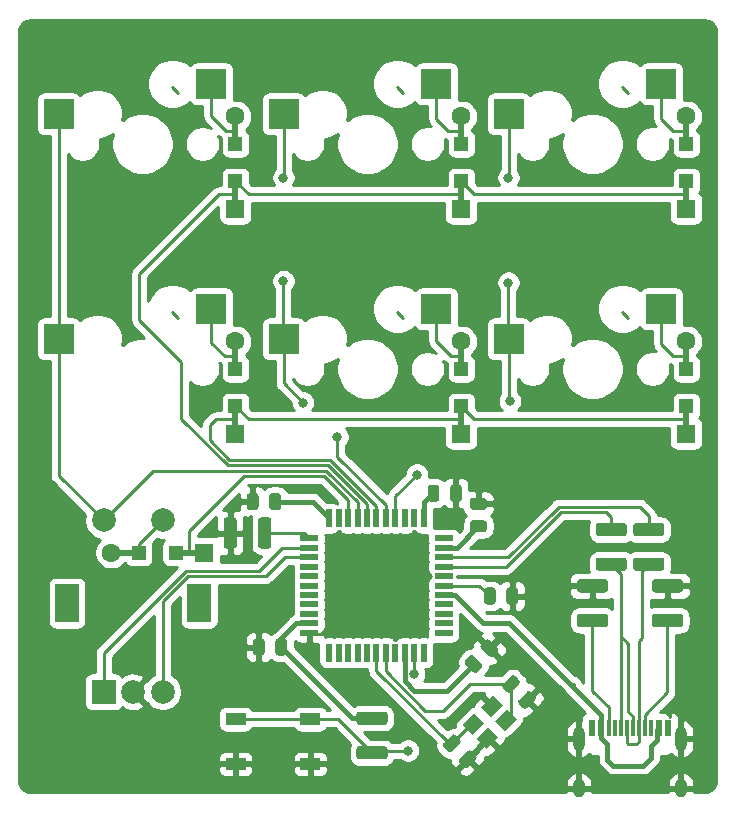
<source format=gbr>
%TF.GenerationSoftware,KiCad,Pcbnew,(5.1.8)-1*%
%TF.CreationDate,2020-11-20T23:41:01-06:00*%
%TF.ProjectId,testpcb,74657374-7063-4622-9e6b-696361645f70,0*%
%TF.SameCoordinates,Original*%
%TF.FileFunction,Copper,L2,Bot*%
%TF.FilePolarity,Positive*%
%FSLAX46Y46*%
G04 Gerber Fmt 4.6, Leading zero omitted, Abs format (unit mm)*
G04 Created by KiCad (PCBNEW (5.1.8)-1) date 2020-11-20 23:41:01*
%MOMM*%
%LPD*%
G01*
G04 APERTURE LIST*
%TA.AperFunction,SMDPad,CuDef*%
%ADD10R,1.500000X0.550000*%
%TD*%
%TA.AperFunction,SMDPad,CuDef*%
%ADD11R,0.550000X1.500000*%
%TD*%
%TA.AperFunction,SMDPad,CuDef*%
%ADD12R,2.550000X2.500000*%
%TD*%
%TA.AperFunction,SMDPad,CuDef*%
%ADD13R,0.600000X1.450000*%
%TD*%
%TA.AperFunction,SMDPad,CuDef*%
%ADD14R,0.300000X1.450000*%
%TD*%
%TA.AperFunction,ComponentPad*%
%ADD15O,1.000000X2.100000*%
%TD*%
%TA.AperFunction,ComponentPad*%
%ADD16O,1.000000X1.600000*%
%TD*%
%TA.AperFunction,SMDPad,CuDef*%
%ADD17C,0.100000*%
%TD*%
%TA.AperFunction,SMDPad,CuDef*%
%ADD18R,0.500000X2.500000*%
%TD*%
%TA.AperFunction,ComponentPad*%
%ADD19C,1.600000*%
%TD*%
%TA.AperFunction,ComponentPad*%
%ADD20R,1.600000X1.600000*%
%TD*%
%TA.AperFunction,SMDPad,CuDef*%
%ADD21R,1.200000X1.200000*%
%TD*%
%TA.AperFunction,SMDPad,CuDef*%
%ADD22R,2.500000X0.500000*%
%TD*%
%TA.AperFunction,SMDPad,CuDef*%
%ADD23R,1.700000X1.000000*%
%TD*%
%TA.AperFunction,ComponentPad*%
%ADD24R,2.000000X2.000000*%
%TD*%
%TA.AperFunction,ComponentPad*%
%ADD25C,2.000000*%
%TD*%
%TA.AperFunction,ComponentPad*%
%ADD26R,2.000000X3.200000*%
%TD*%
%TA.AperFunction,ViaPad*%
%ADD27C,0.800000*%
%TD*%
%TA.AperFunction,Conductor*%
%ADD28C,0.254000*%
%TD*%
%TA.AperFunction,Conductor*%
%ADD29C,0.381000*%
%TD*%
%TA.AperFunction,Conductor*%
%ADD30C,0.100000*%
%TD*%
G04 APERTURE END LIST*
D10*
%TO.P,U1,1*%
%TO.N,Net-(U1-Pad1)*%
X82662000Y-66739000D03*
%TO.P,U1,2*%
%TO.N,VCC*%
X82662000Y-67539000D03*
%TO.P,U1,3*%
%TO.N,Net-(R5-Pad1)*%
X82662000Y-68339000D03*
%TO.P,U1,4*%
%TO.N,Net-(R6-Pad1)*%
X82662000Y-69139000D03*
%TO.P,U1,5*%
%TO.N,GND*%
X82662000Y-69939000D03*
%TO.P,U1,6*%
%TO.N,Net-(C8-Pad1)*%
X82662000Y-70739000D03*
%TO.P,U1,7*%
%TO.N,VCC*%
X82662000Y-71539000D03*
%TO.P,U1,8*%
%TO.N,Net-(U1-Pad8)*%
X82662000Y-72339000D03*
%TO.P,U1,9*%
%TO.N,Net-(U1-Pad9)*%
X82662000Y-73139000D03*
%TO.P,U1,10*%
%TO.N,Net-(U1-Pad10)*%
X82662000Y-73939000D03*
%TO.P,U1,11*%
%TO.N,Net-(U1-Pad11)*%
X82662000Y-74739000D03*
D11*
%TO.P,U1,12*%
%TO.N,Net-(U1-Pad12)*%
X80962000Y-76439000D03*
%TO.P,U1,13*%
%TO.N,Net-(R1-Pad1)*%
X80162000Y-76439000D03*
%TO.P,U1,14*%
%TO.N,VCC*%
X79362000Y-76439000D03*
%TO.P,U1,15*%
%TO.N,GND*%
X78562000Y-76439000D03*
%TO.P,U1,16*%
%TO.N,Net-(C2-Pad1)*%
X77762000Y-76439000D03*
%TO.P,U1,17*%
%TO.N,Net-(C1-Pad1)*%
X76962000Y-76439000D03*
%TO.P,U1,18*%
%TO.N,Net-(U1-Pad18)*%
X76162000Y-76439000D03*
%TO.P,U1,19*%
%TO.N,Net-(U1-Pad19)*%
X75362000Y-76439000D03*
%TO.P,U1,20*%
%TO.N,Net-(U1-Pad20)*%
X74562000Y-76439000D03*
%TO.P,U1,21*%
%TO.N,Net-(U1-Pad21)*%
X73762000Y-76439000D03*
%TO.P,U1,22*%
%TO.N,Net-(U1-Pad22)*%
X72962000Y-76439000D03*
D10*
%TO.P,U1,23*%
%TO.N,GND*%
X71262000Y-74739000D03*
%TO.P,U1,24*%
%TO.N,VCC*%
X71262000Y-73939000D03*
%TO.P,U1,25*%
%TO.N,Net-(U1-Pad25)*%
X71262000Y-73139000D03*
%TO.P,U1,26*%
%TO.N,Net-(U1-Pad26)*%
X71262000Y-72339000D03*
%TO.P,U1,27*%
%TO.N,Net-(U1-Pad27)*%
X71262000Y-71539000D03*
%TO.P,U1,28*%
%TO.N,Net-(U1-Pad28)*%
X71262000Y-70739000D03*
%TO.P,U1,29*%
%TO.N,Net-(U1-Pad29)*%
X71262000Y-69939000D03*
%TO.P,U1,30*%
%TO.N,Net-(U1-Pad30)*%
X71262000Y-69139000D03*
%TO.P,U1,31*%
%TO.N,/pinB*%
X71262000Y-68339000D03*
%TO.P,U1,32*%
%TO.N,/pinA*%
X71262000Y-67539000D03*
%TO.P,U1,33*%
%TO.N,Net-(R2-Pad2)*%
X71262000Y-66739000D03*
D11*
%TO.P,U1,34*%
%TO.N,VCC*%
X72962000Y-65039000D03*
%TO.P,U1,35*%
%TO.N,GND*%
X73762000Y-65039000D03*
%TO.P,U1,36*%
%TO.N,/row2*%
X74562000Y-65039000D03*
%TO.P,U1,37*%
%TO.N,/col0*%
X75362000Y-65039000D03*
%TO.P,U1,38*%
%TO.N,/row0*%
X76162000Y-65039000D03*
%TO.P,U1,39*%
%TO.N,/row1*%
X76962000Y-65039000D03*
%TO.P,U1,40*%
%TO.N,/col1*%
X77762000Y-65039000D03*
%TO.P,U1,41*%
%TO.N,/col2*%
X78562000Y-65039000D03*
%TO.P,U1,42*%
%TO.N,Net-(U1-Pad42)*%
X79362000Y-65039000D03*
%TO.P,U1,43*%
%TO.N,GND*%
X80162000Y-65039000D03*
%TO.P,U1,44*%
%TO.N,VCC*%
X80962000Y-65039000D03*
%TD*%
D12*
%TO.P,K6,2*%
%TO.N,Net-(D6-Pad2)*%
X101092000Y-47307500D03*
%TO.P,K6,1*%
%TO.N,/col2*%
X88165000Y-49847500D03*
%TD*%
%TO.P,K5,2*%
%TO.N,Net-(D5-Pad2)*%
X101092000Y-28257500D03*
%TO.P,K5,1*%
%TO.N,/col2*%
X88165000Y-30797500D03*
%TD*%
%TO.P,K4,2*%
%TO.N,Net-(D4-Pad2)*%
X82042000Y-47307500D03*
%TO.P,K4,1*%
%TO.N,/col1*%
X69115000Y-49847500D03*
%TD*%
%TO.P,K3,2*%
%TO.N,Net-(D3-Pad2)*%
X82042000Y-28257500D03*
%TO.P,K3,1*%
%TO.N,/col1*%
X69115000Y-30797500D03*
%TD*%
%TO.P,K2,2*%
%TO.N,Net-(D2-Pad2)*%
X62992000Y-47307500D03*
%TO.P,K2,1*%
%TO.N,/col0*%
X50065000Y-49847500D03*
%TD*%
%TO.P,K1,2*%
%TO.N,Net-(D1-Pad2)*%
X62992000Y-28257500D03*
%TO.P,K1,1*%
%TO.N,/col0*%
X50065000Y-30797500D03*
%TD*%
D13*
%TO.P,J1,12*%
%TO.N,GND*%
X95200000Y-82792500D03*
%TO.P,J1,1*%
X101650000Y-82792500D03*
%TO.P,J1,11*%
%TO.N,VCC*%
X95975000Y-82792500D03*
%TO.P,J1,2*%
X100875000Y-82792500D03*
D14*
%TO.P,J1,3*%
%TO.N,Net-(J1-Pad3)*%
X100175000Y-82792500D03*
%TO.P,J1,10*%
%TO.N,Net-(J1-Pad10)*%
X96675000Y-82792500D03*
%TO.P,J1,4*%
%TO.N,Net-(J1-Pad4)*%
X99675000Y-82792500D03*
%TO.P,J1,9*%
%TO.N,Net-(J1-Pad9)*%
X97175000Y-82792500D03*
%TO.P,J1,5*%
%TO.N,/D-*%
X99175000Y-82792500D03*
%TO.P,J1,8*%
%TO.N,Net-(J1-Pad6)*%
X97675000Y-82792500D03*
%TO.P,J1,7*%
%TO.N,/D-*%
X98175000Y-82792500D03*
%TO.P,J1,6*%
%TO.N,Net-(J1-Pad6)*%
X98675000Y-82792500D03*
D15*
%TO.P,J1,13*%
%TO.N,GND*%
X102745000Y-83707500D03*
X94105000Y-83707500D03*
D16*
X102745000Y-87887500D03*
X94105000Y-87887500D03*
%TD*%
%TA.AperFunction,SMDPad,CuDef*%
D17*
%TO.P,Y1,4*%
%TO.N,GND*%
G36*
X86797988Y-79997903D02*
G01*
X87646516Y-80846431D01*
X86656566Y-81836381D01*
X85808038Y-80987853D01*
X86797988Y-79997903D01*
G37*
%TD.AperFunction*%
%TA.AperFunction,SMDPad,CuDef*%
%TO.P,Y1,3*%
%TO.N,Net-(C1-Pad1)*%
G36*
X85242353Y-81553538D02*
G01*
X86090881Y-82402066D01*
X85100931Y-83392016D01*
X84252403Y-82543488D01*
X85242353Y-81553538D01*
G37*
%TD.AperFunction*%
%TA.AperFunction,SMDPad,CuDef*%
%TO.P,Y1,2*%
%TO.N,GND*%
G36*
X86444434Y-82755619D02*
G01*
X87292962Y-83604147D01*
X86303012Y-84594097D01*
X85454484Y-83745569D01*
X86444434Y-82755619D01*
G37*
%TD.AperFunction*%
%TA.AperFunction,SMDPad,CuDef*%
%TO.P,Y1,1*%
%TO.N,Net-(C2-Pad1)*%
G36*
X88000069Y-81199984D02*
G01*
X88848597Y-82048512D01*
X87858647Y-83038462D01*
X87010119Y-82189934D01*
X88000069Y-81199984D01*
G37*
%TD.AperFunction*%
%TD*%
%TO.P,C1,2*%
%TO.N,GND*%
%TA.AperFunction,SMDPad,CuDef*%
G36*
G01*
X83992822Y-85426573D02*
X84664573Y-84754822D01*
G75*
G02*
X85018127Y-84754822I176777J-176777D01*
G01*
X85371680Y-85108375D01*
G75*
G02*
X85371680Y-85461929I-176777J-176777D01*
G01*
X84699929Y-86133680D01*
G75*
G02*
X84346375Y-86133680I-176777J176777D01*
G01*
X83992822Y-85780127D01*
G75*
G02*
X83992822Y-85426573I176777J176777D01*
G01*
G37*
%TD.AperFunction*%
%TO.P,C1,1*%
%TO.N,Net-(C1-Pad1)*%
%TA.AperFunction,SMDPad,CuDef*%
G36*
G01*
X82649320Y-84083071D02*
X83321071Y-83411320D01*
G75*
G02*
X83674625Y-83411320I176777J-176777D01*
G01*
X84028178Y-83764873D01*
G75*
G02*
X84028178Y-84118427I-176777J-176777D01*
G01*
X83356427Y-84790178D01*
G75*
G02*
X83002873Y-84790178I-176777J176777D01*
G01*
X82649320Y-84436625D01*
G75*
G02*
X82649320Y-84083071I176777J176777D01*
G01*
G37*
%TD.AperFunction*%
%TD*%
%TO.P,C2,1*%
%TO.N,Net-(C2-Pad1)*%
%TA.AperFunction,SMDPad,CuDef*%
G36*
G01*
X87665820Y-79066571D02*
X88337571Y-78394820D01*
G75*
G02*
X88691125Y-78394820I176777J-176777D01*
G01*
X89044678Y-78748373D01*
G75*
G02*
X89044678Y-79101927I-176777J-176777D01*
G01*
X88372927Y-79773678D01*
G75*
G02*
X88019373Y-79773678I-176777J176777D01*
G01*
X87665820Y-79420125D01*
G75*
G02*
X87665820Y-79066571I176777J176777D01*
G01*
G37*
%TD.AperFunction*%
%TO.P,C2,2*%
%TO.N,GND*%
%TA.AperFunction,SMDPad,CuDef*%
G36*
G01*
X89009322Y-80410073D02*
X89681073Y-79738322D01*
G75*
G02*
X90034627Y-79738322I176777J-176777D01*
G01*
X90388180Y-80091875D01*
G75*
G02*
X90388180Y-80445429I-176777J-176777D01*
G01*
X89716429Y-81117180D01*
G75*
G02*
X89362875Y-81117180I-176777J176777D01*
G01*
X89009322Y-80763627D01*
G75*
G02*
X89009322Y-80410073I176777J176777D01*
G01*
G37*
%TD.AperFunction*%
%TD*%
%TO.P,C3,1*%
%TO.N,VCC*%
%TA.AperFunction,SMDPad,CuDef*%
G36*
G01*
X86073000Y-66220000D02*
X85123000Y-66220000D01*
G75*
G02*
X84873000Y-65970000I0J250000D01*
G01*
X84873000Y-65470000D01*
G75*
G02*
X85123000Y-65220000I250000J0D01*
G01*
X86073000Y-65220000D01*
G75*
G02*
X86323000Y-65470000I0J-250000D01*
G01*
X86323000Y-65970000D01*
G75*
G02*
X86073000Y-66220000I-250000J0D01*
G01*
G37*
%TD.AperFunction*%
%TO.P,C3,2*%
%TO.N,GND*%
%TA.AperFunction,SMDPad,CuDef*%
G36*
G01*
X86073000Y-64320000D02*
X85123000Y-64320000D01*
G75*
G02*
X84873000Y-64070000I0J250000D01*
G01*
X84873000Y-63570000D01*
G75*
G02*
X85123000Y-63320000I250000J0D01*
G01*
X86073000Y-63320000D01*
G75*
G02*
X86323000Y-63570000I0J-250000D01*
G01*
X86323000Y-64070000D01*
G75*
G02*
X86073000Y-64320000I-250000J0D01*
G01*
G37*
%TD.AperFunction*%
%TD*%
%TO.P,C4,2*%
%TO.N,GND*%
%TA.AperFunction,SMDPad,CuDef*%
G36*
G01*
X66987000Y-63152000D02*
X66987000Y-64102000D01*
G75*
G02*
X66737000Y-64352000I-250000J0D01*
G01*
X66237000Y-64352000D01*
G75*
G02*
X65987000Y-64102000I0J250000D01*
G01*
X65987000Y-63152000D01*
G75*
G02*
X66237000Y-62902000I250000J0D01*
G01*
X66737000Y-62902000D01*
G75*
G02*
X66987000Y-63152000I0J-250000D01*
G01*
G37*
%TD.AperFunction*%
%TO.P,C4,1*%
%TO.N,VCC*%
%TA.AperFunction,SMDPad,CuDef*%
G36*
G01*
X68887000Y-63152000D02*
X68887000Y-64102000D01*
G75*
G02*
X68637000Y-64352000I-250000J0D01*
G01*
X68137000Y-64352000D01*
G75*
G02*
X67887000Y-64102000I0J250000D01*
G01*
X67887000Y-63152000D01*
G75*
G02*
X68137000Y-62902000I250000J0D01*
G01*
X68637000Y-62902000D01*
G75*
G02*
X68887000Y-63152000I0J-250000D01*
G01*
G37*
%TD.AperFunction*%
%TD*%
%TO.P,C5,1*%
%TO.N,VCC*%
%TA.AperFunction,SMDPad,CuDef*%
G36*
G01*
X85162571Y-78069180D02*
X84490820Y-77397429D01*
G75*
G02*
X84490820Y-77043875I176777J176777D01*
G01*
X84844373Y-76690322D01*
G75*
G02*
X85197927Y-76690322I176777J-176777D01*
G01*
X85869678Y-77362073D01*
G75*
G02*
X85869678Y-77715627I-176777J-176777D01*
G01*
X85516125Y-78069180D01*
G75*
G02*
X85162571Y-78069180I-176777J176777D01*
G01*
G37*
%TD.AperFunction*%
%TO.P,C5,2*%
%TO.N,GND*%
%TA.AperFunction,SMDPad,CuDef*%
G36*
G01*
X86506073Y-76725678D02*
X85834322Y-76053927D01*
G75*
G02*
X85834322Y-75700373I176777J176777D01*
G01*
X86187875Y-75346820D01*
G75*
G02*
X86541429Y-75346820I176777J-176777D01*
G01*
X87213180Y-76018571D01*
G75*
G02*
X87213180Y-76372125I-176777J-176777D01*
G01*
X86859627Y-76725678D01*
G75*
G02*
X86506073Y-76725678I-176777J176777D01*
G01*
G37*
%TD.AperFunction*%
%TD*%
%TO.P,C6,2*%
%TO.N,GND*%
%TA.AperFunction,SMDPad,CuDef*%
G36*
G01*
X67495000Y-75471000D02*
X67495000Y-76421000D01*
G75*
G02*
X67245000Y-76671000I-250000J0D01*
G01*
X66745000Y-76671000D01*
G75*
G02*
X66495000Y-76421000I0J250000D01*
G01*
X66495000Y-75471000D01*
G75*
G02*
X66745000Y-75221000I250000J0D01*
G01*
X67245000Y-75221000D01*
G75*
G02*
X67495000Y-75471000I0J-250000D01*
G01*
G37*
%TD.AperFunction*%
%TO.P,C6,1*%
%TO.N,VCC*%
%TA.AperFunction,SMDPad,CuDef*%
G36*
G01*
X69395000Y-75471000D02*
X69395000Y-76421000D01*
G75*
G02*
X69145000Y-76671000I-250000J0D01*
G01*
X68645000Y-76671000D01*
G75*
G02*
X68395000Y-76421000I0J250000D01*
G01*
X68395000Y-75471000D01*
G75*
G02*
X68645000Y-75221000I250000J0D01*
G01*
X69145000Y-75221000D01*
G75*
G02*
X69395000Y-75471000I0J-250000D01*
G01*
G37*
%TD.AperFunction*%
%TD*%
%TO.P,C7,1*%
%TO.N,VCC*%
%TA.AperFunction,SMDPad,CuDef*%
G36*
G01*
X81290500Y-63403500D02*
X81290500Y-62453500D01*
G75*
G02*
X81540500Y-62203500I250000J0D01*
G01*
X82040500Y-62203500D01*
G75*
G02*
X82290500Y-62453500I0J-250000D01*
G01*
X82290500Y-63403500D01*
G75*
G02*
X82040500Y-63653500I-250000J0D01*
G01*
X81540500Y-63653500D01*
G75*
G02*
X81290500Y-63403500I0J250000D01*
G01*
G37*
%TD.AperFunction*%
%TO.P,C7,2*%
%TO.N,GND*%
%TA.AperFunction,SMDPad,CuDef*%
G36*
G01*
X83190500Y-63403500D02*
X83190500Y-62453500D01*
G75*
G02*
X83440500Y-62203500I250000J0D01*
G01*
X83940500Y-62203500D01*
G75*
G02*
X84190500Y-62453500I0J-250000D01*
G01*
X84190500Y-63403500D01*
G75*
G02*
X83940500Y-63653500I-250000J0D01*
G01*
X83440500Y-63653500D01*
G75*
G02*
X83190500Y-63403500I0J250000D01*
G01*
G37*
%TD.AperFunction*%
%TD*%
%TO.P,C8,2*%
%TO.N,GND*%
%TA.AperFunction,SMDPad,CuDef*%
G36*
G01*
X87953000Y-72103000D02*
X87953000Y-71153000D01*
G75*
G02*
X88203000Y-70903000I250000J0D01*
G01*
X88703000Y-70903000D01*
G75*
G02*
X88953000Y-71153000I0J-250000D01*
G01*
X88953000Y-72103000D01*
G75*
G02*
X88703000Y-72353000I-250000J0D01*
G01*
X88203000Y-72353000D01*
G75*
G02*
X87953000Y-72103000I0J250000D01*
G01*
G37*
%TD.AperFunction*%
%TO.P,C8,1*%
%TO.N,Net-(C8-Pad1)*%
%TA.AperFunction,SMDPad,CuDef*%
G36*
G01*
X86053000Y-72103000D02*
X86053000Y-71153000D01*
G75*
G02*
X86303000Y-70903000I250000J0D01*
G01*
X86803000Y-70903000D01*
G75*
G02*
X87053000Y-71153000I0J-250000D01*
G01*
X87053000Y-72103000D01*
G75*
G02*
X86803000Y-72353000I-250000J0D01*
G01*
X86303000Y-72353000D01*
G75*
G02*
X86053000Y-72103000I0J250000D01*
G01*
G37*
%TD.AperFunction*%
%TD*%
D18*
%TO.P,D1,2*%
%TO.N,Net-(D1-Pad2)*%
X65024000Y-32225000D03*
%TO.P,D1,1*%
%TO.N,/row0*%
X65024000Y-37625000D03*
D19*
%TO.P,D1,2*%
%TO.N,Net-(D1-Pad2)*%
X65024000Y-31025000D03*
D20*
%TO.P,D1,1*%
%TO.N,/row0*%
X65024000Y-38825000D03*
D21*
X65024000Y-36500000D03*
%TO.P,D1,2*%
%TO.N,Net-(D1-Pad2)*%
X65024000Y-33350000D03*
%TD*%
%TO.P,D2,2*%
%TO.N,Net-(D2-Pad2)*%
X65024000Y-52400000D03*
%TO.P,D2,1*%
%TO.N,/row1*%
X65024000Y-55550000D03*
D20*
X65024000Y-57875000D03*
D19*
%TO.P,D2,2*%
%TO.N,Net-(D2-Pad2)*%
X65024000Y-50075000D03*
D18*
%TO.P,D2,1*%
%TO.N,/row1*%
X65024000Y-56675000D03*
%TO.P,D2,2*%
%TO.N,Net-(D2-Pad2)*%
X65024000Y-51275000D03*
%TD*%
%TO.P,D3,2*%
%TO.N,Net-(D3-Pad2)*%
X84137500Y-32225000D03*
%TO.P,D3,1*%
%TO.N,/row0*%
X84137500Y-37625000D03*
D19*
%TO.P,D3,2*%
%TO.N,Net-(D3-Pad2)*%
X84137500Y-31025000D03*
D20*
%TO.P,D3,1*%
%TO.N,/row0*%
X84137500Y-38825000D03*
D21*
X84137500Y-36500000D03*
%TO.P,D3,2*%
%TO.N,Net-(D3-Pad2)*%
X84137500Y-33350000D03*
%TD*%
%TO.P,D4,2*%
%TO.N,Net-(D4-Pad2)*%
X84137500Y-52400000D03*
%TO.P,D4,1*%
%TO.N,/row1*%
X84137500Y-55550000D03*
D20*
X84137500Y-57875000D03*
D19*
%TO.P,D4,2*%
%TO.N,Net-(D4-Pad2)*%
X84137500Y-50075000D03*
D18*
%TO.P,D4,1*%
%TO.N,/row1*%
X84137500Y-56675000D03*
%TO.P,D4,2*%
%TO.N,Net-(D4-Pad2)*%
X84137500Y-51275000D03*
%TD*%
D21*
%TO.P,D5,2*%
%TO.N,Net-(D5-Pad2)*%
X103187500Y-33350000D03*
%TO.P,D5,1*%
%TO.N,/row0*%
X103187500Y-36500000D03*
D20*
X103187500Y-38825000D03*
D19*
%TO.P,D5,2*%
%TO.N,Net-(D5-Pad2)*%
X103187500Y-31025000D03*
D18*
%TO.P,D5,1*%
%TO.N,/row0*%
X103187500Y-37625000D03*
%TO.P,D5,2*%
%TO.N,Net-(D5-Pad2)*%
X103187500Y-32225000D03*
%TD*%
D21*
%TO.P,D6,2*%
%TO.N,Net-(D6-Pad2)*%
X103187500Y-52400000D03*
%TO.P,D6,1*%
%TO.N,/row1*%
X103187500Y-55550000D03*
D20*
X103187500Y-57875000D03*
D19*
%TO.P,D6,2*%
%TO.N,Net-(D6-Pad2)*%
X103187500Y-50075000D03*
D18*
%TO.P,D6,1*%
%TO.N,/row1*%
X103187500Y-56675000D03*
%TO.P,D6,2*%
%TO.N,Net-(D6-Pad2)*%
X103187500Y-51275000D03*
%TD*%
D22*
%TO.P,D7,2*%
%TO.N,Net-(D7-Pad2)*%
X55720000Y-67945000D03*
%TO.P,D7,1*%
%TO.N,/row2*%
X61120000Y-67945000D03*
D19*
%TO.P,D7,2*%
%TO.N,Net-(D7-Pad2)*%
X54520000Y-67945000D03*
D20*
%TO.P,D7,1*%
%TO.N,/row2*%
X62320000Y-67945000D03*
D21*
X59995000Y-67945000D03*
%TO.P,D7,2*%
%TO.N,Net-(D7-Pad2)*%
X56845000Y-67945000D03*
%TD*%
%TO.P,R1,1*%
%TO.N,Net-(R1-Pad1)*%
%TA.AperFunction,SMDPad,CuDef*%
G36*
G01*
X77656003Y-85464000D02*
X75505997Y-85464000D01*
G75*
G02*
X75256000Y-85214003I0J249997D01*
G01*
X75256000Y-84588997D01*
G75*
G02*
X75505997Y-84339000I249997J0D01*
G01*
X77656003Y-84339000D01*
G75*
G02*
X77906000Y-84588997I0J-249997D01*
G01*
X77906000Y-85214003D01*
G75*
G02*
X77656003Y-85464000I-249997J0D01*
G01*
G37*
%TD.AperFunction*%
%TO.P,R1,2*%
%TO.N,VCC*%
%TA.AperFunction,SMDPad,CuDef*%
G36*
G01*
X77656003Y-82539000D02*
X75505997Y-82539000D01*
G75*
G02*
X75256000Y-82289003I0J249997D01*
G01*
X75256000Y-81663997D01*
G75*
G02*
X75505997Y-81414000I249997J0D01*
G01*
X77656003Y-81414000D01*
G75*
G02*
X77906000Y-81663997I0J-249997D01*
G01*
X77906000Y-82289003D01*
G75*
G02*
X77656003Y-82539000I-249997J0D01*
G01*
G37*
%TD.AperFunction*%
%TD*%
%TO.P,R2,2*%
%TO.N,Net-(R2-Pad2)*%
%TA.AperFunction,SMDPad,CuDef*%
G36*
G01*
X66940000Y-67369003D02*
X66940000Y-65218997D01*
G75*
G02*
X67189997Y-64969000I249997J0D01*
G01*
X67815003Y-64969000D01*
G75*
G02*
X68065000Y-65218997I0J-249997D01*
G01*
X68065000Y-67369003D01*
G75*
G02*
X67815003Y-67619000I-249997J0D01*
G01*
X67189997Y-67619000D01*
G75*
G02*
X66940000Y-67369003I0J249997D01*
G01*
G37*
%TD.AperFunction*%
%TO.P,R2,1*%
%TO.N,GND*%
%TA.AperFunction,SMDPad,CuDef*%
G36*
G01*
X64015000Y-67369003D02*
X64015000Y-65218997D01*
G75*
G02*
X64264997Y-64969000I249997J0D01*
G01*
X64890003Y-64969000D01*
G75*
G02*
X65140000Y-65218997I0J-249997D01*
G01*
X65140000Y-67369003D01*
G75*
G02*
X64890003Y-67619000I-249997J0D01*
G01*
X64264997Y-67619000D01*
G75*
G02*
X64015000Y-67369003I0J249997D01*
G01*
G37*
%TD.AperFunction*%
%TD*%
%TO.P,R3,2*%
%TO.N,Net-(J1-Pad4)*%
%TA.AperFunction,SMDPad,CuDef*%
G36*
G01*
X100524997Y-73131250D02*
X102675003Y-73131250D01*
G75*
G02*
X102925000Y-73381247I0J-249997D01*
G01*
X102925000Y-74006253D01*
G75*
G02*
X102675003Y-74256250I-249997J0D01*
G01*
X100524997Y-74256250D01*
G75*
G02*
X100275000Y-74006253I0J249997D01*
G01*
X100275000Y-73381247D01*
G75*
G02*
X100524997Y-73131250I249997J0D01*
G01*
G37*
%TD.AperFunction*%
%TO.P,R3,1*%
%TO.N,GND*%
%TA.AperFunction,SMDPad,CuDef*%
G36*
G01*
X100524997Y-70206250D02*
X102675003Y-70206250D01*
G75*
G02*
X102925000Y-70456247I0J-249997D01*
G01*
X102925000Y-71081253D01*
G75*
G02*
X102675003Y-71331250I-249997J0D01*
G01*
X100524997Y-71331250D01*
G75*
G02*
X100275000Y-71081253I0J249997D01*
G01*
X100275000Y-70456247D01*
G75*
G02*
X100524997Y-70206250I249997J0D01*
G01*
G37*
%TD.AperFunction*%
%TD*%
%TO.P,R4,1*%
%TO.N,GND*%
%TA.AperFunction,SMDPad,CuDef*%
G36*
G01*
X94174997Y-70206250D02*
X96325003Y-70206250D01*
G75*
G02*
X96575000Y-70456247I0J-249997D01*
G01*
X96575000Y-71081253D01*
G75*
G02*
X96325003Y-71331250I-249997J0D01*
G01*
X94174997Y-71331250D01*
G75*
G02*
X93925000Y-71081253I0J249997D01*
G01*
X93925000Y-70456247D01*
G75*
G02*
X94174997Y-70206250I249997J0D01*
G01*
G37*
%TD.AperFunction*%
%TO.P,R4,2*%
%TO.N,Net-(J1-Pad10)*%
%TA.AperFunction,SMDPad,CuDef*%
G36*
G01*
X94174997Y-73131250D02*
X96325003Y-73131250D01*
G75*
G02*
X96575000Y-73381247I0J-249997D01*
G01*
X96575000Y-74006253D01*
G75*
G02*
X96325003Y-74256250I-249997J0D01*
G01*
X94174997Y-74256250D01*
G75*
G02*
X93925000Y-74006253I0J249997D01*
G01*
X93925000Y-73381247D01*
G75*
G02*
X94174997Y-73131250I249997J0D01*
G01*
G37*
%TD.AperFunction*%
%TD*%
%TO.P,R5,2*%
%TO.N,/D-*%
%TA.AperFunction,SMDPad,CuDef*%
G36*
G01*
X98937497Y-68368750D02*
X101087503Y-68368750D01*
G75*
G02*
X101337500Y-68618747I0J-249997D01*
G01*
X101337500Y-69243753D01*
G75*
G02*
X101087503Y-69493750I-249997J0D01*
G01*
X98937497Y-69493750D01*
G75*
G02*
X98687500Y-69243753I0J249997D01*
G01*
X98687500Y-68618747D01*
G75*
G02*
X98937497Y-68368750I249997J0D01*
G01*
G37*
%TD.AperFunction*%
%TO.P,R5,1*%
%TO.N,Net-(R5-Pad1)*%
%TA.AperFunction,SMDPad,CuDef*%
G36*
G01*
X98937497Y-65443750D02*
X101087503Y-65443750D01*
G75*
G02*
X101337500Y-65693747I0J-249997D01*
G01*
X101337500Y-66318753D01*
G75*
G02*
X101087503Y-66568750I-249997J0D01*
G01*
X98937497Y-66568750D01*
G75*
G02*
X98687500Y-66318753I0J249997D01*
G01*
X98687500Y-65693747D01*
G75*
G02*
X98937497Y-65443750I249997J0D01*
G01*
G37*
%TD.AperFunction*%
%TD*%
%TO.P,R6,1*%
%TO.N,Net-(R6-Pad1)*%
%TA.AperFunction,SMDPad,CuDef*%
G36*
G01*
X95762497Y-65443750D02*
X97912503Y-65443750D01*
G75*
G02*
X98162500Y-65693747I0J-249997D01*
G01*
X98162500Y-66318753D01*
G75*
G02*
X97912503Y-66568750I-249997J0D01*
G01*
X95762497Y-66568750D01*
G75*
G02*
X95512500Y-66318753I0J249997D01*
G01*
X95512500Y-65693747D01*
G75*
G02*
X95762497Y-65443750I249997J0D01*
G01*
G37*
%TD.AperFunction*%
%TO.P,R6,2*%
%TO.N,Net-(J1-Pad6)*%
%TA.AperFunction,SMDPad,CuDef*%
G36*
G01*
X95762497Y-68368750D02*
X97912503Y-68368750D01*
G75*
G02*
X98162500Y-68618747I0J-249997D01*
G01*
X98162500Y-69243753D01*
G75*
G02*
X97912503Y-69493750I-249997J0D01*
G01*
X95762497Y-69493750D01*
G75*
G02*
X95512500Y-69243753I0J249997D01*
G01*
X95512500Y-68618747D01*
G75*
G02*
X95762497Y-68368750I249997J0D01*
G01*
G37*
%TD.AperFunction*%
%TD*%
D23*
%TO.P,SW1,1*%
%TO.N,GND*%
X65049000Y-85847000D03*
X71349000Y-85847000D03*
%TO.P,SW1,2*%
%TO.N,Net-(R1-Pad1)*%
X65049000Y-82047000D03*
X71349000Y-82047000D03*
%TD*%
D24*
%TO.P,SW2,A*%
%TO.N,/pinA*%
X53856250Y-79731250D03*
D25*
%TO.P,SW2,C*%
%TO.N,GND*%
X56356250Y-79731250D03*
%TO.P,SW2,B*%
%TO.N,/pinB*%
X58856250Y-79731250D03*
D26*
%TO.P,SW2,MP*%
%TO.N,N/C*%
X50756250Y-72231250D03*
X61956250Y-72231250D03*
D25*
%TO.P,SW2,S2*%
%TO.N,/col0*%
X53856250Y-65231250D03*
%TO.P,SW2,S1*%
%TO.N,Net-(D7-Pad2)*%
X58856250Y-65231250D03*
%TD*%
D27*
%TO.N,/col1*%
X69088000Y-36195000D03*
X69088000Y-44958000D03*
X70739000Y-55245000D03*
X73660000Y-58166000D03*
%TO.N,/col2*%
X88138000Y-36195000D03*
X88138000Y-45085000D03*
X88265000Y-55118000D03*
X80391000Y-61341000D03*
%TO.N,Net-(R1-Pad1)*%
X79629000Y-84709000D03*
X80137000Y-78232000D03*
%TD*%
D28*
%TO.N,Net-(C1-Pad1)*%
X84966721Y-82472777D02*
X83338749Y-84100749D01*
X85171642Y-82472777D02*
X84966721Y-82472777D01*
X83338749Y-84100749D02*
X83084749Y-84100749D01*
X76962000Y-77978000D02*
X76962000Y-76439000D01*
X83084749Y-84100749D02*
X76962000Y-77978000D01*
%TO.N,Net-(C2-Pad1)*%
X88355249Y-81693332D02*
X88355249Y-79084249D01*
X87929358Y-82119223D02*
X88355249Y-81693332D01*
X88355249Y-79084249D02*
X84872751Y-79084249D01*
X84872751Y-79084249D02*
X82613500Y-81343500D01*
X82613500Y-81343500D02*
X81089500Y-81343500D01*
X77762000Y-78016000D02*
X77762000Y-76439000D01*
X81089500Y-81343500D02*
X77762000Y-78016000D01*
D29*
%TO.N,VCC*%
X74925500Y-81976500D02*
X68895000Y-75946000D01*
X76581000Y-81976500D02*
X74925500Y-81976500D01*
X70177000Y-73939000D02*
X71262000Y-73939000D01*
X68895000Y-75221000D02*
X70177000Y-73939000D01*
X68895000Y-75946000D02*
X68895000Y-75221000D01*
X95975000Y-82792500D02*
X95975000Y-81686500D01*
X83589902Y-71539000D02*
X82662000Y-71539000D01*
X85964902Y-73914000D02*
X83589902Y-71539000D01*
X88202500Y-73914000D02*
X85964902Y-73914000D01*
X93599000Y-79121000D02*
X93504250Y-79215750D01*
X93504250Y-79215750D02*
X88202500Y-73914000D01*
X95975000Y-81686500D02*
X93504250Y-79215750D01*
X95975000Y-83618558D02*
X96520000Y-84163558D01*
X95975000Y-82792500D02*
X95975000Y-83618558D01*
X96520000Y-84163558D02*
X96520000Y-85471000D01*
X96520000Y-85471000D02*
X97028000Y-85979000D01*
X97028000Y-85979000D02*
X99568000Y-85979000D01*
X99568000Y-85979000D02*
X100203000Y-85344000D01*
X100715501Y-82951999D02*
X100875000Y-82792500D01*
X100715501Y-83829901D02*
X100715501Y-82951999D01*
X100203000Y-84342402D02*
X100715501Y-83829901D01*
X100203000Y-85344000D02*
X100203000Y-84342402D01*
X71550000Y-63627000D02*
X72962000Y-65039000D01*
X68387000Y-63627000D02*
X71550000Y-63627000D01*
X85180249Y-77379751D02*
X82931000Y-79629000D01*
X82931000Y-79629000D02*
X80137000Y-79629000D01*
X79346499Y-76454501D02*
X79362000Y-76439000D01*
X79346499Y-78838499D02*
X79346499Y-76454501D01*
X80137000Y-79629000D02*
X79346499Y-78838499D01*
X83779000Y-67539000D02*
X82662000Y-67539000D01*
X85598000Y-65720000D02*
X83779000Y-67539000D01*
X81790500Y-62928500D02*
X81026000Y-63693000D01*
X81026000Y-64975000D02*
X80962000Y-65039000D01*
X81026000Y-63693000D02*
X81026000Y-64975000D01*
D28*
%TO.N,Net-(D1-Pad2)*%
X60172500Y-29050000D02*
X59670000Y-28547500D01*
X65024000Y-32225000D02*
X64229000Y-32225000D01*
X62992000Y-30988000D02*
X62992000Y-28257500D01*
X64229000Y-32225000D02*
X62992000Y-30988000D01*
%TO.N,/row0*%
X85262500Y-37625000D02*
X84137500Y-36500000D01*
X103187500Y-37625000D02*
X85262500Y-37625000D01*
X66149000Y-37625000D02*
X65024000Y-36500000D01*
X84137500Y-37625000D02*
X66149000Y-37625000D01*
X76162000Y-63828867D02*
X76162000Y-65039000D01*
X72893113Y-60559980D02*
X76162000Y-63828867D01*
X60452000Y-51816000D02*
X60452000Y-56649068D01*
X60452000Y-56649068D02*
X64362913Y-60559980D01*
X56896000Y-48260000D02*
X60452000Y-51816000D01*
X64362913Y-60559980D02*
X72893113Y-60559980D01*
X56896000Y-44323000D02*
X56896000Y-48260000D01*
X63594000Y-37625000D02*
X56896000Y-44323000D01*
X65024000Y-37625000D02*
X63594000Y-37625000D01*
%TO.N,Net-(D2-Pad2)*%
X60172500Y-48100000D02*
X59670000Y-47597500D01*
X65024000Y-51275000D02*
X64102000Y-51275000D01*
X62992000Y-50165000D02*
X62992000Y-47307500D01*
X64102000Y-51275000D02*
X62992000Y-50165000D01*
%TO.N,/row1*%
X76995067Y-65005933D02*
X76962000Y-65039000D01*
X85262500Y-56675000D02*
X84137500Y-55550000D01*
X103187500Y-56675000D02*
X85262500Y-56675000D01*
X66149000Y-56675000D02*
X65024000Y-55550000D01*
X84137500Y-56675000D02*
X66149000Y-56675000D01*
X76962000Y-63986799D02*
X76962000Y-65039000D01*
X64516000Y-60071000D02*
X73046201Y-60071000D01*
X73046201Y-60071000D02*
X76962000Y-63986799D01*
X62865000Y-58420000D02*
X64516000Y-60071000D01*
X62865000Y-57150000D02*
X62865000Y-58420000D01*
X63340000Y-56675000D02*
X62865000Y-57150000D01*
X65024000Y-56675000D02*
X63340000Y-56675000D01*
%TO.N,Net-(D3-Pad2)*%
X79222500Y-29050000D02*
X78720000Y-28547500D01*
X84137500Y-32225000D02*
X83025000Y-32225000D01*
X82042000Y-31242000D02*
X82042000Y-28257500D01*
X83025000Y-32225000D02*
X82042000Y-31242000D01*
%TO.N,Net-(D4-Pad2)*%
X79222500Y-48100000D02*
X78720000Y-47597500D01*
X84137500Y-51275000D02*
X83279000Y-51275000D01*
X82042000Y-50038000D02*
X82042000Y-47307500D01*
X83279000Y-51275000D02*
X82042000Y-50038000D01*
%TO.N,Net-(D5-Pad2)*%
X98272500Y-29050000D02*
X97770000Y-28547500D01*
X103187500Y-32225000D02*
X102075000Y-32225000D01*
X101092000Y-31242000D02*
X101092000Y-28257500D01*
X102075000Y-32225000D02*
X101092000Y-31242000D01*
%TO.N,Net-(D6-Pad2)*%
X98272500Y-48100000D02*
X97770000Y-47597500D01*
X103187500Y-51275000D02*
X102075000Y-51275000D01*
X101092000Y-50292000D02*
X101092000Y-47307500D01*
X102075000Y-51275000D02*
X101092000Y-50292000D01*
%TO.N,Net-(J1-Pad4)*%
X99675000Y-82792500D02*
X99675000Y-81681000D01*
X101600000Y-79756000D02*
X101600000Y-73693750D01*
X99675000Y-81681000D02*
X101600000Y-79756000D01*
%TO.N,/col0*%
X75362000Y-63670933D02*
X75362000Y-65039000D01*
X72705057Y-61013990D02*
X75362000Y-63670933D01*
X58073510Y-61013990D02*
X72705057Y-61013990D01*
X53856250Y-65231250D02*
X58073510Y-61013990D01*
X50065000Y-30797500D02*
X50065000Y-49847500D01*
X50065000Y-61440000D02*
X53856250Y-65231250D01*
X50065000Y-49847500D02*
X50065000Y-61440000D01*
%TO.N,/col1*%
X69115000Y-36168000D02*
X69088000Y-36195000D01*
X69115000Y-30797500D02*
X69115000Y-36168000D01*
X69088000Y-49820500D02*
X69115000Y-49847500D01*
X69088000Y-44958000D02*
X69088000Y-49820500D01*
X69115000Y-53621000D02*
X70739000Y-55245000D01*
X69115000Y-49847500D02*
X69115000Y-53621000D01*
X73660000Y-58166000D02*
X73660000Y-59817000D01*
X77762000Y-63919000D02*
X77762000Y-65039000D01*
X73660000Y-59817000D02*
X77762000Y-63919000D01*
%TO.N,/col2*%
X88165000Y-36168000D02*
X88138000Y-36195000D01*
X88165000Y-30797500D02*
X88165000Y-36168000D01*
X88138000Y-49820500D02*
X88165000Y-49847500D01*
X88138000Y-45085000D02*
X88138000Y-49820500D01*
X88165000Y-55018000D02*
X88265000Y-55118000D01*
X88165000Y-49847500D02*
X88165000Y-55018000D01*
X78562000Y-63170000D02*
X78562000Y-65039000D01*
X80391000Y-61341000D02*
X78562000Y-63170000D01*
%TO.N,Net-(R1-Pad1)*%
X76773500Y-84709000D02*
X76581000Y-84901500D01*
X79629000Y-84709000D02*
X76773500Y-84709000D01*
X80162000Y-78207000D02*
X80137000Y-78232000D01*
X80162000Y-76439000D02*
X80162000Y-78207000D01*
X65049000Y-82047000D02*
X71349000Y-82047000D01*
X73726500Y-82047000D02*
X76581000Y-84901500D01*
X71349000Y-82047000D02*
X73726500Y-82047000D01*
%TO.N,Net-(R2-Pad2)*%
X70817000Y-66294000D02*
X71262000Y-66739000D01*
X67502500Y-66294000D02*
X70817000Y-66294000D01*
%TO.N,Net-(C8-Pad1)*%
X85664000Y-70739000D02*
X82662000Y-70739000D01*
X86553000Y-71628000D02*
X85664000Y-70739000D01*
%TO.N,/D-*%
X99450000Y-69493750D02*
X100012500Y-68931250D01*
X99450000Y-75193000D02*
X99450000Y-69493750D01*
X98175000Y-82792500D02*
X98175000Y-84070000D01*
X98175000Y-84070000D02*
X98298000Y-84193000D01*
X98298000Y-84193000D02*
X98941000Y-84193000D01*
X99175000Y-83959000D02*
X99175000Y-82792500D01*
X98941000Y-84193000D02*
X99175000Y-83959000D01*
X99175000Y-75468000D02*
X99450000Y-75193000D01*
X99175000Y-82792500D02*
X99175000Y-75468000D01*
%TO.N,Net-(J1-Pad10)*%
X96675000Y-82792500D02*
X96635500Y-82792500D01*
X96675000Y-82792500D02*
X96675000Y-81054000D01*
X95250000Y-79629000D02*
X95250000Y-73693750D01*
X96675000Y-81054000D02*
X95250000Y-79629000D01*
%TO.N,GND*%
X86849858Y-81230223D02*
X87085249Y-80994832D01*
%TO.N,Net-(D7-Pad2)*%
X55720000Y-67945000D02*
X56142500Y-67945000D01*
X56845000Y-67242500D02*
X56845000Y-67945000D01*
X58856250Y-65231250D02*
X56845000Y-67242500D01*
%TO.N,/row2*%
X74562000Y-63513000D02*
X74562000Y-65039000D01*
X72517000Y-61468000D02*
X74562000Y-63513000D01*
X65786000Y-61468000D02*
X72517000Y-61468000D01*
X61120000Y-66134000D02*
X65786000Y-61468000D01*
X61120000Y-67945000D02*
X61120000Y-66134000D01*
%TO.N,Net-(R5-Pad1)*%
X100012500Y-66006250D02*
X100012500Y-64833500D01*
X92394943Y-64061990D02*
X92128990Y-64327944D01*
X99240990Y-64061990D02*
X92394943Y-64061990D01*
X100012500Y-64833500D02*
X99240990Y-64061990D01*
X88117934Y-68339000D02*
X82662000Y-68339000D01*
X92128990Y-64327944D02*
X88117934Y-68339000D01*
%TO.N,Net-(R6-Pad1)*%
X96837500Y-66006250D02*
X96837500Y-64960500D01*
X96837500Y-64960500D02*
X96393000Y-64516000D01*
X96393000Y-64516000D02*
X92583000Y-64516000D01*
X87960000Y-69139000D02*
X82662000Y-69139000D01*
X92583000Y-64516000D02*
X87960000Y-69139000D01*
%TO.N,/pinA*%
X53856250Y-79731250D02*
X53856250Y-76445750D01*
X53856250Y-76445750D02*
X60833000Y-69469000D01*
X60833000Y-69469000D02*
X67056000Y-69469000D01*
X68986000Y-67539000D02*
X71262000Y-67539000D01*
X67056000Y-69469000D02*
X68986000Y-67539000D01*
%TO.N,/pinB*%
X61021056Y-69923010D02*
X67617990Y-69923010D01*
X69202000Y-68339000D02*
X71262000Y-68339000D01*
X58856250Y-72087816D02*
X61021056Y-69923010D01*
X67617990Y-69923010D02*
X69202000Y-68339000D01*
X58856250Y-79731250D02*
X58856250Y-72087816D01*
%TO.N,Net-(J1-Pad6)*%
X97028000Y-69121750D02*
X96837500Y-68931250D01*
X97675000Y-69768750D02*
X96837500Y-68931250D01*
X98675000Y-82792500D02*
X98675000Y-81784000D01*
X98675000Y-81784000D02*
X98298000Y-81407000D01*
X98298000Y-75668000D02*
X97675000Y-75045000D01*
X98298000Y-81407000D02*
X98298000Y-75668000D01*
X97675000Y-75045000D02*
X97675000Y-69768750D01*
X97675000Y-82792500D02*
X97675000Y-75045000D01*
%TD*%
%TO.N,GND*%
X104954538Y-22905769D02*
X105127237Y-22957910D01*
X105286518Y-23042602D01*
X105426319Y-23156619D01*
X105541308Y-23295617D01*
X105627110Y-23454305D01*
X105680455Y-23626635D01*
X105702500Y-23836380D01*
X105702501Y-87280210D01*
X105681731Y-87492038D01*
X105629591Y-87664736D01*
X105544899Y-87824018D01*
X105430878Y-87963821D01*
X105291885Y-88078806D01*
X105133195Y-88164610D01*
X104960865Y-88217955D01*
X104751119Y-88240000D01*
X103880000Y-88240000D01*
X103880000Y-88014500D01*
X102872000Y-88014500D01*
X102872000Y-88034500D01*
X102618000Y-88034500D01*
X102618000Y-88014500D01*
X101610000Y-88014500D01*
X101610000Y-88240000D01*
X95240000Y-88240000D01*
X95240000Y-88014500D01*
X94232000Y-88014500D01*
X94232000Y-88034500D01*
X93978000Y-88034500D01*
X93978000Y-88014500D01*
X92970000Y-88014500D01*
X92970000Y-88240000D01*
X47657280Y-88240000D01*
X47445462Y-88219231D01*
X47272764Y-88167091D01*
X47113482Y-88082399D01*
X46973679Y-87968378D01*
X46858694Y-87829385D01*
X46772890Y-87670695D01*
X46719545Y-87498365D01*
X46715566Y-87460500D01*
X92970000Y-87460500D01*
X92970000Y-87760500D01*
X93978000Y-87760500D01*
X93978000Y-86619546D01*
X94232000Y-86619546D01*
X94232000Y-87760500D01*
X95240000Y-87760500D01*
X95240000Y-87460500D01*
X101610000Y-87460500D01*
X101610000Y-87760500D01*
X102618000Y-87760500D01*
X102618000Y-86619546D01*
X102872000Y-86619546D01*
X102872000Y-87760500D01*
X103880000Y-87760500D01*
X103880000Y-87460500D01*
X103833415Y-87241513D01*
X103745003Y-87035822D01*
X103618161Y-86851331D01*
X103457764Y-86695131D01*
X103269976Y-86573224D01*
X103046874Y-86493381D01*
X102872000Y-86619546D01*
X102618000Y-86619546D01*
X102443126Y-86493381D01*
X102220024Y-86573224D01*
X102032236Y-86695131D01*
X101871839Y-86851331D01*
X101744997Y-87035822D01*
X101656585Y-87241513D01*
X101610000Y-87460500D01*
X95240000Y-87460500D01*
X95193415Y-87241513D01*
X95105003Y-87035822D01*
X94978161Y-86851331D01*
X94817764Y-86695131D01*
X94629976Y-86573224D01*
X94406874Y-86493381D01*
X94232000Y-86619546D01*
X93978000Y-86619546D01*
X93803126Y-86493381D01*
X93580024Y-86573224D01*
X93392236Y-86695131D01*
X93231839Y-86851331D01*
X93104997Y-87035822D01*
X93016585Y-87241513D01*
X92970000Y-87460500D01*
X46715566Y-87460500D01*
X46697500Y-87288619D01*
X46697500Y-86347000D01*
X63560928Y-86347000D01*
X63573188Y-86471482D01*
X63609498Y-86591180D01*
X63668463Y-86701494D01*
X63747815Y-86798185D01*
X63844506Y-86877537D01*
X63954820Y-86936502D01*
X64074518Y-86972812D01*
X64199000Y-86985072D01*
X64763250Y-86982000D01*
X64922000Y-86823250D01*
X64922000Y-85974000D01*
X65176000Y-85974000D01*
X65176000Y-86823250D01*
X65334750Y-86982000D01*
X65899000Y-86985072D01*
X66023482Y-86972812D01*
X66143180Y-86936502D01*
X66253494Y-86877537D01*
X66350185Y-86798185D01*
X66429537Y-86701494D01*
X66488502Y-86591180D01*
X66524812Y-86471482D01*
X66537072Y-86347000D01*
X69860928Y-86347000D01*
X69873188Y-86471482D01*
X69909498Y-86591180D01*
X69968463Y-86701494D01*
X70047815Y-86798185D01*
X70144506Y-86877537D01*
X70254820Y-86936502D01*
X70374518Y-86972812D01*
X70499000Y-86985072D01*
X71063250Y-86982000D01*
X71222000Y-86823250D01*
X71222000Y-85974000D01*
X71476000Y-85974000D01*
X71476000Y-86823250D01*
X71634750Y-86982000D01*
X72199000Y-86985072D01*
X72323482Y-86972812D01*
X72443180Y-86936502D01*
X72553494Y-86877537D01*
X72650185Y-86798185D01*
X72729537Y-86701494D01*
X72788502Y-86591180D01*
X72824812Y-86471482D01*
X72833480Y-86383466D01*
X83922642Y-86383466D01*
X83922642Y-86607972D01*
X84071967Y-86761642D01*
X84168658Y-86840995D01*
X84278972Y-86899959D01*
X84398671Y-86936268D01*
X84523152Y-86948529D01*
X84647633Y-86936268D01*
X84767332Y-86899959D01*
X84877646Y-86840995D01*
X84974337Y-86761642D01*
X85282761Y-86448873D01*
X85282761Y-86224367D01*
X84682251Y-85623856D01*
X83922642Y-86383466D01*
X72833480Y-86383466D01*
X72837072Y-86347000D01*
X72834000Y-86132750D01*
X72675250Y-85974000D01*
X71476000Y-85974000D01*
X71222000Y-85974000D01*
X70022750Y-85974000D01*
X69864000Y-86132750D01*
X69860928Y-86347000D01*
X66537072Y-86347000D01*
X66534000Y-86132750D01*
X66375250Y-85974000D01*
X65176000Y-85974000D01*
X64922000Y-85974000D01*
X63722750Y-85974000D01*
X63564000Y-86132750D01*
X63560928Y-86347000D01*
X46697500Y-86347000D01*
X46697500Y-85347000D01*
X63560928Y-85347000D01*
X63564000Y-85561250D01*
X63722750Y-85720000D01*
X64922000Y-85720000D01*
X64922000Y-84870750D01*
X65176000Y-84870750D01*
X65176000Y-85720000D01*
X66375250Y-85720000D01*
X66534000Y-85561250D01*
X66537072Y-85347000D01*
X69860928Y-85347000D01*
X69864000Y-85561250D01*
X70022750Y-85720000D01*
X71222000Y-85720000D01*
X71222000Y-84870750D01*
X71476000Y-84870750D01*
X71476000Y-85720000D01*
X72675250Y-85720000D01*
X72834000Y-85561250D01*
X72837072Y-85347000D01*
X72824812Y-85222518D01*
X72788502Y-85102820D01*
X72729537Y-84992506D01*
X72650185Y-84895815D01*
X72553494Y-84816463D01*
X72443180Y-84757498D01*
X72323482Y-84721188D01*
X72199000Y-84708928D01*
X71634750Y-84712000D01*
X71476000Y-84870750D01*
X71222000Y-84870750D01*
X71063250Y-84712000D01*
X70499000Y-84708928D01*
X70374518Y-84721188D01*
X70254820Y-84757498D01*
X70144506Y-84816463D01*
X70047815Y-84895815D01*
X69968463Y-84992506D01*
X69909498Y-85102820D01*
X69873188Y-85222518D01*
X69860928Y-85347000D01*
X66537072Y-85347000D01*
X66524812Y-85222518D01*
X66488502Y-85102820D01*
X66429537Y-84992506D01*
X66350185Y-84895815D01*
X66253494Y-84816463D01*
X66143180Y-84757498D01*
X66023482Y-84721188D01*
X65899000Y-84708928D01*
X65334750Y-84712000D01*
X65176000Y-84870750D01*
X64922000Y-84870750D01*
X64763250Y-84712000D01*
X64199000Y-84708928D01*
X64074518Y-84721188D01*
X63954820Y-84757498D01*
X63844506Y-84816463D01*
X63747815Y-84895815D01*
X63668463Y-84992506D01*
X63609498Y-85102820D01*
X63573188Y-85222518D01*
X63560928Y-85347000D01*
X46697500Y-85347000D01*
X46697500Y-70631250D01*
X49118178Y-70631250D01*
X49118178Y-73831250D01*
X49130438Y-73955732D01*
X49166748Y-74075430D01*
X49225713Y-74185744D01*
X49305065Y-74282435D01*
X49401756Y-74361787D01*
X49512070Y-74420752D01*
X49631768Y-74457062D01*
X49756250Y-74469322D01*
X51756250Y-74469322D01*
X51880732Y-74457062D01*
X52000430Y-74420752D01*
X52110744Y-74361787D01*
X52207435Y-74282435D01*
X52286787Y-74185744D01*
X52345752Y-74075430D01*
X52382062Y-73955732D01*
X52394322Y-73831250D01*
X52394322Y-70631250D01*
X52382062Y-70506768D01*
X52345752Y-70387070D01*
X52286787Y-70276756D01*
X52207435Y-70180065D01*
X52110744Y-70100713D01*
X52000430Y-70041748D01*
X51880732Y-70005438D01*
X51756250Y-69993178D01*
X49756250Y-69993178D01*
X49631768Y-70005438D01*
X49512070Y-70041748D01*
X49401756Y-70100713D01*
X49305065Y-70180065D01*
X49225713Y-70276756D01*
X49166748Y-70387070D01*
X49130438Y-70506768D01*
X49118178Y-70631250D01*
X46697500Y-70631250D01*
X46697500Y-29547500D01*
X48151928Y-29547500D01*
X48151928Y-32047500D01*
X48164188Y-32171982D01*
X48200498Y-32291680D01*
X48259463Y-32401994D01*
X48338815Y-32498685D01*
X48435506Y-32578037D01*
X48545820Y-32637002D01*
X48665518Y-32673312D01*
X48790000Y-32685572D01*
X49303000Y-32685572D01*
X49303001Y-47959428D01*
X48790000Y-47959428D01*
X48665518Y-47971688D01*
X48545820Y-48007998D01*
X48435506Y-48066963D01*
X48338815Y-48146315D01*
X48259463Y-48243006D01*
X48200498Y-48353320D01*
X48164188Y-48473018D01*
X48151928Y-48597500D01*
X48151928Y-51097500D01*
X48164188Y-51221982D01*
X48200498Y-51341680D01*
X48259463Y-51451994D01*
X48338815Y-51548685D01*
X48435506Y-51628037D01*
X48545820Y-51687002D01*
X48665518Y-51723312D01*
X48790000Y-51735572D01*
X49303000Y-51735572D01*
X49303001Y-61402567D01*
X49299314Y-61440000D01*
X49314027Y-61589378D01*
X49357599Y-61733015D01*
X49428355Y-61865392D01*
X49499721Y-61952351D01*
X49523579Y-61981422D01*
X49552649Y-62005279D01*
X52289244Y-64741875D01*
X52284082Y-64754338D01*
X52221250Y-65070217D01*
X52221250Y-65392283D01*
X52284082Y-65708162D01*
X52407332Y-66005713D01*
X52586263Y-66273502D01*
X52813998Y-66501237D01*
X53081787Y-66680168D01*
X53379338Y-66803418D01*
X53590236Y-66845368D01*
X53405363Y-67030241D01*
X53248320Y-67265273D01*
X53140147Y-67526426D01*
X53085000Y-67803665D01*
X53085000Y-68086335D01*
X53140147Y-68363574D01*
X53248320Y-68624727D01*
X53405363Y-68859759D01*
X53605241Y-69059637D01*
X53840273Y-69216680D01*
X54101426Y-69324853D01*
X54378665Y-69380000D01*
X54661335Y-69380000D01*
X54938574Y-69324853D01*
X55199727Y-69216680D01*
X55434759Y-69059637D01*
X55634637Y-68859759D01*
X55652469Y-68833072D01*
X55678959Y-68833072D01*
X55714463Y-68899494D01*
X55793815Y-68996185D01*
X55890506Y-69075537D01*
X56000820Y-69134502D01*
X56120518Y-69170812D01*
X56245000Y-69183072D01*
X57445000Y-69183072D01*
X57569482Y-69170812D01*
X57689180Y-69134502D01*
X57799494Y-69075537D01*
X57896185Y-68996185D01*
X57975537Y-68899494D01*
X58034502Y-68789180D01*
X58070812Y-68669482D01*
X58083072Y-68545000D01*
X58083072Y-67345000D01*
X58070812Y-67220518D01*
X58041440Y-67123691D01*
X58366875Y-66798256D01*
X58379338Y-66803418D01*
X58695217Y-66866250D01*
X58977403Y-66866250D01*
X58943815Y-66893815D01*
X58864463Y-66990506D01*
X58805498Y-67100820D01*
X58769188Y-67220518D01*
X58756928Y-67345000D01*
X58756928Y-68545000D01*
X58769188Y-68669482D01*
X58805498Y-68789180D01*
X58864463Y-68899494D01*
X58943815Y-68996185D01*
X59040506Y-69075537D01*
X59150820Y-69134502D01*
X59270518Y-69170812D01*
X59395000Y-69183072D01*
X60041297Y-69183072D01*
X53343899Y-75880471D01*
X53314829Y-75904328D01*
X53290972Y-75933398D01*
X53290971Y-75933399D01*
X53219605Y-76020358D01*
X53148849Y-76152735D01*
X53105277Y-76296372D01*
X53090564Y-76445750D01*
X53094251Y-76483183D01*
X53094250Y-78093178D01*
X52856250Y-78093178D01*
X52731768Y-78105438D01*
X52612070Y-78141748D01*
X52501756Y-78200713D01*
X52405065Y-78280065D01*
X52325713Y-78376756D01*
X52266748Y-78487070D01*
X52230438Y-78606768D01*
X52218178Y-78731250D01*
X52218178Y-80731250D01*
X52230438Y-80855732D01*
X52266748Y-80975430D01*
X52325713Y-81085744D01*
X52405065Y-81182435D01*
X52501756Y-81261787D01*
X52612070Y-81320752D01*
X52731768Y-81357062D01*
X52856250Y-81369322D01*
X54856250Y-81369322D01*
X54980732Y-81357062D01*
X55100430Y-81320752D01*
X55210744Y-81261787D01*
X55307435Y-81182435D01*
X55386787Y-81085744D01*
X55442226Y-80982027D01*
X55496206Y-81131064D01*
X55785821Y-81271954D01*
X56097358Y-81353634D01*
X56418845Y-81372968D01*
X56737925Y-81329211D01*
X57042338Y-81224045D01*
X57216294Y-81131064D01*
X57312058Y-80866663D01*
X56356250Y-79910855D01*
X56342108Y-79924998D01*
X56162503Y-79745393D01*
X56176645Y-79731250D01*
X56162503Y-79717108D01*
X56342108Y-79537503D01*
X56356250Y-79551645D01*
X57312058Y-78595837D01*
X57216294Y-78331436D01*
X56926679Y-78190546D01*
X56615142Y-78108866D01*
X56293655Y-78089532D01*
X55974575Y-78133289D01*
X55670162Y-78238455D01*
X55496206Y-78331436D01*
X55442226Y-78480473D01*
X55386787Y-78376756D01*
X55307435Y-78280065D01*
X55210744Y-78200713D01*
X55100430Y-78141748D01*
X54980732Y-78105438D01*
X54856250Y-78093178D01*
X54618250Y-78093178D01*
X54618250Y-76761380D01*
X58094251Y-73285380D01*
X58094250Y-78277170D01*
X58081787Y-78282332D01*
X57813998Y-78461263D01*
X57586263Y-78688998D01*
X57521325Y-78786185D01*
X57491663Y-78775442D01*
X56535855Y-79731250D01*
X57491663Y-80687058D01*
X57521325Y-80676315D01*
X57586263Y-80773502D01*
X57813998Y-81001237D01*
X58081787Y-81180168D01*
X58379338Y-81303418D01*
X58695217Y-81366250D01*
X59017283Y-81366250D01*
X59333162Y-81303418D01*
X59630713Y-81180168D01*
X59898502Y-81001237D01*
X60126237Y-80773502D01*
X60305168Y-80505713D01*
X60428418Y-80208162D01*
X60491250Y-79892283D01*
X60491250Y-79570217D01*
X60428418Y-79254338D01*
X60305168Y-78956787D01*
X60126237Y-78688998D01*
X59898502Y-78461263D01*
X59630713Y-78282332D01*
X59618250Y-78277170D01*
X59618250Y-76671000D01*
X65856928Y-76671000D01*
X65869188Y-76795482D01*
X65905498Y-76915180D01*
X65964463Y-77025494D01*
X66043815Y-77122185D01*
X66140506Y-77201537D01*
X66250820Y-77260502D01*
X66370518Y-77296812D01*
X66495000Y-77309072D01*
X66709250Y-77306000D01*
X66868000Y-77147250D01*
X66868000Y-76073000D01*
X66018750Y-76073000D01*
X65860000Y-76231750D01*
X65856928Y-76671000D01*
X59618250Y-76671000D01*
X59618250Y-75221000D01*
X65856928Y-75221000D01*
X65860000Y-75660250D01*
X66018750Y-75819000D01*
X66868000Y-75819000D01*
X66868000Y-74744750D01*
X66709250Y-74586000D01*
X66495000Y-74582928D01*
X66370518Y-74595188D01*
X66250820Y-74631498D01*
X66140506Y-74690463D01*
X66043815Y-74769815D01*
X65964463Y-74866506D01*
X65905498Y-74976820D01*
X65869188Y-75096518D01*
X65856928Y-75221000D01*
X59618250Y-75221000D01*
X59618250Y-72403446D01*
X60318178Y-71703518D01*
X60318178Y-73831250D01*
X60330438Y-73955732D01*
X60366748Y-74075430D01*
X60425713Y-74185744D01*
X60505065Y-74282435D01*
X60601756Y-74361787D01*
X60712070Y-74420752D01*
X60831768Y-74457062D01*
X60956250Y-74469322D01*
X62956250Y-74469322D01*
X63080732Y-74457062D01*
X63200430Y-74420752D01*
X63310744Y-74361787D01*
X63407435Y-74282435D01*
X63486787Y-74185744D01*
X63545752Y-74075430D01*
X63582062Y-73955732D01*
X63594322Y-73831250D01*
X63594322Y-70685010D01*
X67580567Y-70685010D01*
X67617990Y-70688696D01*
X67655413Y-70685010D01*
X67655416Y-70685010D01*
X67767368Y-70673984D01*
X67911005Y-70630412D01*
X68043382Y-70559655D01*
X68159412Y-70464432D01*
X68183274Y-70435356D01*
X69517631Y-69101000D01*
X69873928Y-69101000D01*
X69873928Y-69414000D01*
X69886188Y-69538482D01*
X69886345Y-69539000D01*
X69886188Y-69539518D01*
X69873928Y-69664000D01*
X69873928Y-70214000D01*
X69886188Y-70338482D01*
X69886345Y-70339000D01*
X69886188Y-70339518D01*
X69873928Y-70464000D01*
X69873928Y-71014000D01*
X69886188Y-71138482D01*
X69886345Y-71139000D01*
X69886188Y-71139518D01*
X69873928Y-71264000D01*
X69873928Y-71814000D01*
X69886188Y-71938482D01*
X69886345Y-71939000D01*
X69886188Y-71939518D01*
X69873928Y-72064000D01*
X69873928Y-72614000D01*
X69886188Y-72738482D01*
X69886345Y-72739000D01*
X69886188Y-72739518D01*
X69873928Y-72864000D01*
X69873928Y-73168290D01*
X69859566Y-73172647D01*
X69716157Y-73249301D01*
X69621958Y-73326608D01*
X69621955Y-73326611D01*
X69590459Y-73352459D01*
X69564611Y-73383955D01*
X68339961Y-74608607D01*
X68308460Y-74634459D01*
X68287554Y-74659933D01*
X68151614Y-74732595D01*
X68017038Y-74843038D01*
X68011658Y-74849594D01*
X67946185Y-74769815D01*
X67849494Y-74690463D01*
X67739180Y-74631498D01*
X67619482Y-74595188D01*
X67495000Y-74582928D01*
X67280750Y-74586000D01*
X67122000Y-74744750D01*
X67122000Y-75819000D01*
X67142000Y-75819000D01*
X67142000Y-76073000D01*
X67122000Y-76073000D01*
X67122000Y-77147250D01*
X67280750Y-77306000D01*
X67495000Y-77309072D01*
X67619482Y-77296812D01*
X67739180Y-77260502D01*
X67849494Y-77201537D01*
X67946185Y-77122185D01*
X68011658Y-77042406D01*
X68017038Y-77048962D01*
X68151614Y-77159405D01*
X68305150Y-77241472D01*
X68471746Y-77292008D01*
X68645000Y-77309072D01*
X69090640Y-77309072D01*
X73066566Y-81285000D01*
X72778977Y-81285000D01*
X72729537Y-81192506D01*
X72650185Y-81095815D01*
X72553494Y-81016463D01*
X72443180Y-80957498D01*
X72323482Y-80921188D01*
X72199000Y-80908928D01*
X70499000Y-80908928D01*
X70374518Y-80921188D01*
X70254820Y-80957498D01*
X70144506Y-81016463D01*
X70047815Y-81095815D01*
X69968463Y-81192506D01*
X69919023Y-81285000D01*
X66478977Y-81285000D01*
X66429537Y-81192506D01*
X66350185Y-81095815D01*
X66253494Y-81016463D01*
X66143180Y-80957498D01*
X66023482Y-80921188D01*
X65899000Y-80908928D01*
X64199000Y-80908928D01*
X64074518Y-80921188D01*
X63954820Y-80957498D01*
X63844506Y-81016463D01*
X63747815Y-81095815D01*
X63668463Y-81192506D01*
X63609498Y-81302820D01*
X63573188Y-81422518D01*
X63560928Y-81547000D01*
X63560928Y-82547000D01*
X63573188Y-82671482D01*
X63609498Y-82791180D01*
X63668463Y-82901494D01*
X63747815Y-82998185D01*
X63844506Y-83077537D01*
X63954820Y-83136502D01*
X64074518Y-83172812D01*
X64199000Y-83185072D01*
X65899000Y-83185072D01*
X66023482Y-83172812D01*
X66143180Y-83136502D01*
X66253494Y-83077537D01*
X66350185Y-82998185D01*
X66429537Y-82901494D01*
X66478977Y-82809000D01*
X69919023Y-82809000D01*
X69968463Y-82901494D01*
X70047815Y-82998185D01*
X70144506Y-83077537D01*
X70254820Y-83136502D01*
X70374518Y-83172812D01*
X70499000Y-83185072D01*
X72199000Y-83185072D01*
X72323482Y-83172812D01*
X72443180Y-83136502D01*
X72553494Y-83077537D01*
X72650185Y-82998185D01*
X72729537Y-82901494D01*
X72778977Y-82809000D01*
X73410870Y-82809000D01*
X74743173Y-84141303D01*
X74685528Y-84249148D01*
X74634992Y-84415743D01*
X74617928Y-84588997D01*
X74617928Y-85214003D01*
X74634992Y-85387257D01*
X74685528Y-85553852D01*
X74767595Y-85707388D01*
X74878037Y-85841963D01*
X75012612Y-85952405D01*
X75166148Y-86034472D01*
X75332743Y-86085008D01*
X75505997Y-86102072D01*
X77656003Y-86102072D01*
X77829257Y-86085008D01*
X77995852Y-86034472D01*
X78149388Y-85952405D01*
X78283963Y-85841963D01*
X78394405Y-85707388D01*
X78476472Y-85553852D01*
X78501605Y-85471000D01*
X78927289Y-85471000D01*
X78969226Y-85512937D01*
X79138744Y-85626205D01*
X79327102Y-85704226D01*
X79527061Y-85744000D01*
X79730939Y-85744000D01*
X79930898Y-85704226D01*
X80119256Y-85626205D01*
X80288774Y-85512937D01*
X80432937Y-85368774D01*
X80546205Y-85199256D01*
X80624226Y-85010898D01*
X80664000Y-84810939D01*
X80664000Y-84607061D01*
X80624226Y-84407102D01*
X80546205Y-84218744D01*
X80432937Y-84049226D01*
X80288774Y-83905063D01*
X80119256Y-83791795D01*
X79930898Y-83713774D01*
X79730939Y-83674000D01*
X79527061Y-83674000D01*
X79327102Y-83713774D01*
X79138744Y-83791795D01*
X78969226Y-83905063D01*
X78927289Y-83947000D01*
X78266859Y-83947000D01*
X78149388Y-83850595D01*
X77995852Y-83768528D01*
X77829257Y-83717992D01*
X77656003Y-83700928D01*
X76458058Y-83700928D01*
X75934202Y-83177072D01*
X77656003Y-83177072D01*
X77829257Y-83160008D01*
X77995852Y-83109472D01*
X78149388Y-83027405D01*
X78283963Y-82916963D01*
X78394405Y-82782388D01*
X78476472Y-82628852D01*
X78527008Y-82462257D01*
X78544072Y-82289003D01*
X78544072Y-81663997D01*
X78527008Y-81490743D01*
X78476472Y-81324148D01*
X78394405Y-81170612D01*
X78283963Y-81036037D01*
X78149388Y-80925595D01*
X77995852Y-80843528D01*
X77829257Y-80792992D01*
X77656003Y-80775928D01*
X75505997Y-80775928D01*
X75332743Y-80792992D01*
X75166148Y-80843528D01*
X75031782Y-80915348D01*
X70033072Y-75916640D01*
X70033072Y-75471000D01*
X70028629Y-75425886D01*
X70063092Y-75467451D01*
X70160182Y-75546316D01*
X70270792Y-75604724D01*
X70390671Y-75640430D01*
X70515213Y-75652064D01*
X70976250Y-75649000D01*
X71135000Y-75490250D01*
X71135000Y-74866000D01*
X71115000Y-74866000D01*
X71115000Y-74852072D01*
X72012000Y-74852072D01*
X72136482Y-74839812D01*
X72256180Y-74803502D01*
X72366494Y-74744537D01*
X72463185Y-74665185D01*
X72542537Y-74568494D01*
X72554917Y-74545333D01*
X72647000Y-74453250D01*
X72637454Y-74339663D01*
X72637812Y-74338482D01*
X72650072Y-74214000D01*
X72650072Y-73664000D01*
X72637812Y-73539518D01*
X72637655Y-73539000D01*
X72637812Y-73538482D01*
X72650072Y-73414000D01*
X72650072Y-72864000D01*
X72637812Y-72739518D01*
X72637655Y-72739000D01*
X72637812Y-72738482D01*
X72650072Y-72614000D01*
X72650072Y-72064000D01*
X72637812Y-71939518D01*
X72637655Y-71939000D01*
X72637812Y-71938482D01*
X72650072Y-71814000D01*
X72650072Y-71264000D01*
X72637812Y-71139518D01*
X72637655Y-71139000D01*
X72637812Y-71138482D01*
X72650072Y-71014000D01*
X72650072Y-70464000D01*
X72637812Y-70339518D01*
X72637655Y-70339000D01*
X72637812Y-70338482D01*
X72650072Y-70214000D01*
X72650072Y-69664000D01*
X72637812Y-69539518D01*
X72637655Y-69539000D01*
X72637812Y-69538482D01*
X72650072Y-69414000D01*
X72650072Y-68864000D01*
X72637812Y-68739518D01*
X72637655Y-68739000D01*
X72637812Y-68738482D01*
X72650072Y-68614000D01*
X72650072Y-68064000D01*
X72637812Y-67939518D01*
X72637655Y-67939000D01*
X72637812Y-67938482D01*
X72650072Y-67814000D01*
X72650072Y-67264000D01*
X72637812Y-67139518D01*
X72637655Y-67139000D01*
X72637812Y-67138482D01*
X72650072Y-67014000D01*
X72650072Y-66464000D01*
X72646038Y-66423038D01*
X72687000Y-66427072D01*
X73237000Y-66427072D01*
X73361482Y-66414812D01*
X73362663Y-66414454D01*
X73476250Y-66424000D01*
X73568333Y-66331917D01*
X73591494Y-66319537D01*
X73688185Y-66240185D01*
X73762000Y-66150241D01*
X73835815Y-66240185D01*
X73932506Y-66319537D01*
X73955667Y-66331917D01*
X74047750Y-66424000D01*
X74161337Y-66414454D01*
X74162518Y-66414812D01*
X74287000Y-66427072D01*
X74837000Y-66427072D01*
X74961482Y-66414812D01*
X74962000Y-66414655D01*
X74962518Y-66414812D01*
X75087000Y-66427072D01*
X75637000Y-66427072D01*
X75761482Y-66414812D01*
X75762000Y-66414655D01*
X75762518Y-66414812D01*
X75887000Y-66427072D01*
X76437000Y-66427072D01*
X76561482Y-66414812D01*
X76562000Y-66414655D01*
X76562518Y-66414812D01*
X76687000Y-66427072D01*
X77237000Y-66427072D01*
X77361482Y-66414812D01*
X77362000Y-66414655D01*
X77362518Y-66414812D01*
X77487000Y-66427072D01*
X78037000Y-66427072D01*
X78161482Y-66414812D01*
X78162000Y-66414655D01*
X78162518Y-66414812D01*
X78287000Y-66427072D01*
X78837000Y-66427072D01*
X78961482Y-66414812D01*
X78962000Y-66414655D01*
X78962518Y-66414812D01*
X79087000Y-66427072D01*
X79637000Y-66427072D01*
X79761482Y-66414812D01*
X79762663Y-66414454D01*
X79876250Y-66424000D01*
X79968333Y-66331917D01*
X79991494Y-66319537D01*
X80088185Y-66240185D01*
X80162000Y-66150241D01*
X80235815Y-66240185D01*
X80332506Y-66319537D01*
X80355667Y-66331917D01*
X80447750Y-66424000D01*
X80561337Y-66414454D01*
X80562518Y-66414812D01*
X80687000Y-66427072D01*
X81237000Y-66427072D01*
X81277962Y-66423038D01*
X81273928Y-66464000D01*
X81273928Y-67014000D01*
X81286188Y-67138482D01*
X81286345Y-67139000D01*
X81286188Y-67139518D01*
X81273928Y-67264000D01*
X81273928Y-67814000D01*
X81286188Y-67938482D01*
X81286345Y-67939000D01*
X81286188Y-67939518D01*
X81273928Y-68064000D01*
X81273928Y-68614000D01*
X81286188Y-68738482D01*
X81286345Y-68739000D01*
X81286188Y-68739518D01*
X81273928Y-68864000D01*
X81273928Y-69414000D01*
X81286188Y-69538482D01*
X81286546Y-69539663D01*
X81277000Y-69653250D01*
X81369083Y-69745333D01*
X81381463Y-69768494D01*
X81460815Y-69865185D01*
X81550759Y-69939000D01*
X81460815Y-70012815D01*
X81381463Y-70109506D01*
X81369083Y-70132667D01*
X81277000Y-70224750D01*
X81286546Y-70338337D01*
X81286188Y-70339518D01*
X81273928Y-70464000D01*
X81273928Y-71014000D01*
X81286188Y-71138482D01*
X81286345Y-71139000D01*
X81286188Y-71139518D01*
X81273928Y-71264000D01*
X81273928Y-71814000D01*
X81286188Y-71938482D01*
X81286345Y-71939000D01*
X81286188Y-71939518D01*
X81273928Y-72064000D01*
X81273928Y-72614000D01*
X81286188Y-72738482D01*
X81286345Y-72739000D01*
X81286188Y-72739518D01*
X81273928Y-72864000D01*
X81273928Y-73414000D01*
X81286188Y-73538482D01*
X81286345Y-73539000D01*
X81286188Y-73539518D01*
X81273928Y-73664000D01*
X81273928Y-74214000D01*
X81286188Y-74338482D01*
X81286345Y-74339000D01*
X81286188Y-74339518D01*
X81273928Y-74464000D01*
X81273928Y-75014000D01*
X81277962Y-75054962D01*
X81237000Y-75050928D01*
X80687000Y-75050928D01*
X80562518Y-75063188D01*
X80562000Y-75063345D01*
X80561482Y-75063188D01*
X80437000Y-75050928D01*
X79887000Y-75050928D01*
X79762518Y-75063188D01*
X79762000Y-75063345D01*
X79761482Y-75063188D01*
X79637000Y-75050928D01*
X79087000Y-75050928D01*
X78962518Y-75063188D01*
X78961337Y-75063546D01*
X78847750Y-75054000D01*
X78755667Y-75146083D01*
X78732506Y-75158463D01*
X78635815Y-75237815D01*
X78562000Y-75327759D01*
X78488185Y-75237815D01*
X78391494Y-75158463D01*
X78368333Y-75146083D01*
X78276250Y-75054000D01*
X78162663Y-75063546D01*
X78161482Y-75063188D01*
X78037000Y-75050928D01*
X77487000Y-75050928D01*
X77362518Y-75063188D01*
X77362000Y-75063345D01*
X77361482Y-75063188D01*
X77237000Y-75050928D01*
X76687000Y-75050928D01*
X76562518Y-75063188D01*
X76562000Y-75063345D01*
X76561482Y-75063188D01*
X76437000Y-75050928D01*
X75887000Y-75050928D01*
X75762518Y-75063188D01*
X75762000Y-75063345D01*
X75761482Y-75063188D01*
X75637000Y-75050928D01*
X75087000Y-75050928D01*
X74962518Y-75063188D01*
X74962000Y-75063345D01*
X74961482Y-75063188D01*
X74837000Y-75050928D01*
X74287000Y-75050928D01*
X74162518Y-75063188D01*
X74162000Y-75063345D01*
X74161482Y-75063188D01*
X74037000Y-75050928D01*
X73487000Y-75050928D01*
X73362518Y-75063188D01*
X73362000Y-75063345D01*
X73361482Y-75063188D01*
X73237000Y-75050928D01*
X72687000Y-75050928D01*
X72644448Y-75055119D01*
X72647000Y-75024750D01*
X72488250Y-74866000D01*
X71389000Y-74866000D01*
X71389000Y-75490250D01*
X71547750Y-75649000D01*
X72008787Y-75652064D01*
X72052972Y-75647936D01*
X72048928Y-75689000D01*
X72048928Y-77189000D01*
X72061188Y-77313482D01*
X72097498Y-77433180D01*
X72156463Y-77543494D01*
X72235815Y-77640185D01*
X72332506Y-77719537D01*
X72442820Y-77778502D01*
X72562518Y-77814812D01*
X72687000Y-77827072D01*
X73237000Y-77827072D01*
X73361482Y-77814812D01*
X73362000Y-77814655D01*
X73362518Y-77814812D01*
X73487000Y-77827072D01*
X74037000Y-77827072D01*
X74161482Y-77814812D01*
X74162000Y-77814655D01*
X74162518Y-77814812D01*
X74287000Y-77827072D01*
X74837000Y-77827072D01*
X74961482Y-77814812D01*
X74962000Y-77814655D01*
X74962518Y-77814812D01*
X75087000Y-77827072D01*
X75637000Y-77827072D01*
X75761482Y-77814812D01*
X75762000Y-77814655D01*
X75762518Y-77814812D01*
X75887000Y-77827072D01*
X76200000Y-77827072D01*
X76200000Y-77940576D01*
X76196314Y-77978000D01*
X76200000Y-78015423D01*
X76200000Y-78015425D01*
X76211026Y-78127377D01*
X76254598Y-78271014D01*
X76281984Y-78322249D01*
X76325355Y-78403392D01*
X76356540Y-78441391D01*
X76420578Y-78519422D01*
X76449654Y-78543284D01*
X81963904Y-84057534D01*
X81955089Y-84086594D01*
X81938025Y-84259848D01*
X81955089Y-84433102D01*
X82005625Y-84599698D01*
X82087692Y-84753234D01*
X82198135Y-84887810D01*
X82551688Y-85241363D01*
X82686264Y-85351806D01*
X82839800Y-85433873D01*
X83006396Y-85484409D01*
X83179650Y-85501473D01*
X83188089Y-85500642D01*
X83177973Y-85603350D01*
X83190234Y-85727831D01*
X83226543Y-85847530D01*
X83285507Y-85957844D01*
X83364860Y-86054535D01*
X83518530Y-86203860D01*
X83743036Y-86203860D01*
X84502646Y-85444251D01*
X84861856Y-85444251D01*
X85462367Y-86044761D01*
X85686873Y-86044761D01*
X85999642Y-85736337D01*
X86078995Y-85639646D01*
X86137959Y-85529332D01*
X86174268Y-85409633D01*
X86186529Y-85285152D01*
X86180118Y-85220064D01*
X86303012Y-85232169D01*
X86427494Y-85219908D01*
X86547192Y-85183599D01*
X86657506Y-85124635D01*
X86754197Y-85045282D01*
X87044944Y-84750191D01*
X87044944Y-84525684D01*
X86373723Y-83854463D01*
X85631791Y-84596395D01*
X85631791Y-84684642D01*
X85621466Y-84684642D01*
X84861856Y-85444251D01*
X84502646Y-85444251D01*
X84488504Y-85430109D01*
X84668109Y-85250504D01*
X84682251Y-85264646D01*
X85441860Y-84505036D01*
X85441860Y-84416790D01*
X85452186Y-84416790D01*
X86194118Y-83674858D01*
X86179976Y-83660716D01*
X86359581Y-83481111D01*
X86373723Y-83495253D01*
X86387866Y-83481111D01*
X86567471Y-83660716D01*
X86553328Y-83674858D01*
X87224549Y-84346079D01*
X87449056Y-84346079D01*
X87744147Y-84055332D01*
X87823500Y-83958641D01*
X87882464Y-83848327D01*
X87886658Y-83834500D01*
X92970000Y-83834500D01*
X92970000Y-84384500D01*
X93016585Y-84603487D01*
X93104997Y-84809178D01*
X93231839Y-84993669D01*
X93392236Y-85149869D01*
X93580024Y-85271776D01*
X93803126Y-85351619D01*
X93978000Y-85225454D01*
X93978000Y-83834500D01*
X92970000Y-83834500D01*
X87886658Y-83834500D01*
X87918773Y-83728629D01*
X87924543Y-83670044D01*
X87983129Y-83664274D01*
X88102827Y-83627964D01*
X88213141Y-83568999D01*
X88309832Y-83489647D01*
X88768979Y-83030500D01*
X92970000Y-83030500D01*
X92970000Y-83580500D01*
X93978000Y-83580500D01*
X93978000Y-82189546D01*
X93803126Y-82063381D01*
X93580024Y-82143224D01*
X93392236Y-82265131D01*
X93231839Y-82421331D01*
X93104997Y-82605822D01*
X93016585Y-82811513D01*
X92970000Y-83030500D01*
X88768979Y-83030500D01*
X89299782Y-82499697D01*
X89379134Y-82403006D01*
X89438099Y-82292692D01*
X89474409Y-82172994D01*
X89486669Y-82048512D01*
X89474565Y-81925618D01*
X89539652Y-81932029D01*
X89664133Y-81919768D01*
X89783832Y-81883459D01*
X89894146Y-81824495D01*
X89990837Y-81745142D01*
X90299261Y-81432373D01*
X90299261Y-81207867D01*
X89698751Y-80607356D01*
X89684609Y-80621499D01*
X89505003Y-80441893D01*
X89519146Y-80427751D01*
X89878356Y-80427751D01*
X90478867Y-81028261D01*
X90703373Y-81028261D01*
X91016142Y-80719837D01*
X91095495Y-80623146D01*
X91154459Y-80512832D01*
X91190768Y-80393133D01*
X91203029Y-80268652D01*
X91190768Y-80144171D01*
X91154459Y-80024472D01*
X91095495Y-79914158D01*
X91016142Y-79817467D01*
X90862472Y-79668142D01*
X90637966Y-79668142D01*
X89878356Y-80427751D01*
X89519146Y-80427751D01*
X89505003Y-80413609D01*
X89684609Y-80234004D01*
X89698751Y-80248146D01*
X90458360Y-79488536D01*
X90458360Y-79264030D01*
X90309035Y-79110360D01*
X90212344Y-79031007D01*
X90102030Y-78972043D01*
X89982331Y-78935734D01*
X89857850Y-78923473D01*
X89755142Y-78933589D01*
X89755973Y-78925150D01*
X89738909Y-78751896D01*
X89688373Y-78585300D01*
X89606306Y-78431764D01*
X89495863Y-78297188D01*
X89142310Y-77943635D01*
X89007734Y-77833192D01*
X88854198Y-77751125D01*
X88687602Y-77700589D01*
X88514348Y-77683525D01*
X88341094Y-77700589D01*
X88174498Y-77751125D01*
X88020962Y-77833192D01*
X87886386Y-77943635D01*
X87507772Y-78322249D01*
X86165426Y-78322249D01*
X86320863Y-78166812D01*
X86431306Y-78032236D01*
X86513373Y-77878700D01*
X86563909Y-77712104D01*
X86580973Y-77538850D01*
X86580142Y-77530411D01*
X86682850Y-77540527D01*
X86807331Y-77528266D01*
X86927030Y-77491957D01*
X87037344Y-77432993D01*
X87134035Y-77353640D01*
X87283360Y-77199970D01*
X87283360Y-76975464D01*
X86523751Y-76215854D01*
X86509609Y-76229997D01*
X86330004Y-76050392D01*
X86344146Y-76036249D01*
X86703356Y-76036249D01*
X87462966Y-76795858D01*
X87687472Y-76795858D01*
X87841142Y-76646533D01*
X87920495Y-76549842D01*
X87979459Y-76439528D01*
X88015768Y-76319829D01*
X88028029Y-76195348D01*
X88015768Y-76070867D01*
X87979459Y-75951168D01*
X87920495Y-75840854D01*
X87841142Y-75744163D01*
X87528373Y-75435739D01*
X87303867Y-75435739D01*
X86703356Y-76036249D01*
X86344146Y-76036249D01*
X85584536Y-75276640D01*
X85360030Y-75276640D01*
X85206360Y-75425965D01*
X85127007Y-75522656D01*
X85068043Y-75632970D01*
X85031734Y-75752669D01*
X85019473Y-75877150D01*
X85029589Y-75979858D01*
X85021150Y-75979027D01*
X84847896Y-75996091D01*
X84681300Y-76046627D01*
X84527764Y-76128694D01*
X84393188Y-76239137D01*
X84039635Y-76592690D01*
X83929192Y-76727266D01*
X83847125Y-76880802D01*
X83796589Y-77047398D01*
X83779525Y-77220652D01*
X83796589Y-77393906D01*
X83843620Y-77548947D01*
X82589068Y-78803500D01*
X80999920Y-78803500D01*
X81054205Y-78722256D01*
X81132226Y-78533898D01*
X81172000Y-78333939D01*
X81172000Y-78130061D01*
X81132226Y-77930102D01*
X81089549Y-77827072D01*
X81237000Y-77827072D01*
X81361482Y-77814812D01*
X81481180Y-77778502D01*
X81591494Y-77719537D01*
X81688185Y-77640185D01*
X81767537Y-77543494D01*
X81826502Y-77433180D01*
X81862812Y-77313482D01*
X81875072Y-77189000D01*
X81875072Y-75689000D01*
X81871038Y-75648038D01*
X81912000Y-75652072D01*
X83412000Y-75652072D01*
X83536482Y-75639812D01*
X83656180Y-75603502D01*
X83766494Y-75544537D01*
X83863185Y-75465185D01*
X83942537Y-75368494D01*
X84001502Y-75258180D01*
X84037812Y-75138482D01*
X84050072Y-75014000D01*
X84050072Y-74464000D01*
X84037812Y-74339518D01*
X84037655Y-74339000D01*
X84037812Y-74338482D01*
X84050072Y-74214000D01*
X84050072Y-73664000D01*
X84037812Y-73539518D01*
X84037655Y-73539000D01*
X84037812Y-73538482D01*
X84050072Y-73414000D01*
X84050072Y-73166602D01*
X85352508Y-74469039D01*
X85378361Y-74500541D01*
X85416659Y-74531971D01*
X85504059Y-74603699D01*
X85550831Y-74628699D01*
X85647468Y-74680353D01*
X85803076Y-74727556D01*
X85896111Y-74736719D01*
X85764142Y-74872528D01*
X85764142Y-75097034D01*
X86523751Y-75856644D01*
X87124261Y-75256133D01*
X87124261Y-75031627D01*
X86836192Y-74739500D01*
X87860568Y-74739500D01*
X92891869Y-79770803D01*
X92917710Y-79802290D01*
X92949197Y-79828131D01*
X92949208Y-79828142D01*
X92949219Y-79828151D01*
X94618835Y-81497767D01*
X94545506Y-81536963D01*
X94448815Y-81616315D01*
X94369463Y-81713006D01*
X94310498Y-81823320D01*
X94274188Y-81943018D01*
X94261928Y-82067500D01*
X94262627Y-82167450D01*
X94232000Y-82189546D01*
X94232000Y-83580500D01*
X94252000Y-83580500D01*
X94252000Y-83834500D01*
X94232000Y-83834500D01*
X94232000Y-85225454D01*
X94406874Y-85351619D01*
X94629976Y-85271776D01*
X94817764Y-85149869D01*
X94962116Y-85009294D01*
X95080269Y-85088241D01*
X95254978Y-85160608D01*
X95440448Y-85197500D01*
X95629552Y-85197500D01*
X95694501Y-85184581D01*
X95694501Y-85430440D01*
X95690506Y-85471000D01*
X95706445Y-85632826D01*
X95753647Y-85788433D01*
X95830301Y-85931842D01*
X95869003Y-85979000D01*
X95933460Y-86057541D01*
X95964961Y-86083393D01*
X96415602Y-86534034D01*
X96441459Y-86565541D01*
X96507265Y-86619546D01*
X96567156Y-86668698D01*
X96567158Y-86668699D01*
X96710566Y-86745353D01*
X96866174Y-86792556D01*
X96987447Y-86804500D01*
X96987459Y-86804500D01*
X97027999Y-86808493D01*
X97068539Y-86804500D01*
X99527450Y-86804500D01*
X99568000Y-86808494D01*
X99608550Y-86804500D01*
X99608553Y-86804500D01*
X99729826Y-86792556D01*
X99885434Y-86745353D01*
X100028842Y-86668699D01*
X100154541Y-86565541D01*
X100180397Y-86534035D01*
X100758045Y-85956388D01*
X100789541Y-85930541D01*
X100815389Y-85899045D01*
X100815392Y-85899042D01*
X100892699Y-85804843D01*
X100969353Y-85661434D01*
X100978031Y-85632826D01*
X101016556Y-85505826D01*
X101028500Y-85384553D01*
X101028500Y-85384551D01*
X101032494Y-85344000D01*
X101028500Y-85303450D01*
X101028500Y-85157925D01*
X101034978Y-85160608D01*
X101220448Y-85197500D01*
X101409552Y-85197500D01*
X101595022Y-85160608D01*
X101769731Y-85088241D01*
X101887884Y-85009294D01*
X102032236Y-85149869D01*
X102220024Y-85271776D01*
X102443126Y-85351619D01*
X102618000Y-85225454D01*
X102618000Y-83834500D01*
X102872000Y-83834500D01*
X102872000Y-85225454D01*
X103046874Y-85351619D01*
X103269976Y-85271776D01*
X103457764Y-85149869D01*
X103618161Y-84993669D01*
X103745003Y-84809178D01*
X103833415Y-84603487D01*
X103880000Y-84384500D01*
X103880000Y-83834500D01*
X102872000Y-83834500D01*
X102618000Y-83834500D01*
X102598000Y-83834500D01*
X102598000Y-83580500D01*
X102618000Y-83580500D01*
X102618000Y-82189546D01*
X102872000Y-82189546D01*
X102872000Y-83580500D01*
X103880000Y-83580500D01*
X103880000Y-83030500D01*
X103833415Y-82811513D01*
X103745003Y-82605822D01*
X103618161Y-82421331D01*
X103457764Y-82265131D01*
X103269976Y-82143224D01*
X103046874Y-82063381D01*
X102872000Y-82189546D01*
X102618000Y-82189546D01*
X102587373Y-82167450D01*
X102588072Y-82067500D01*
X102575812Y-81943018D01*
X102539502Y-81823320D01*
X102480537Y-81713006D01*
X102401185Y-81616315D01*
X102304494Y-81536963D01*
X102194180Y-81477998D01*
X102074482Y-81441688D01*
X101950000Y-81429428D01*
X101935750Y-81432500D01*
X101777000Y-81591250D01*
X101777000Y-81864520D01*
X101764502Y-81823320D01*
X101705537Y-81713006D01*
X101626185Y-81616315D01*
X101529494Y-81536963D01*
X101419180Y-81477998D01*
X101405641Y-81473891D01*
X101364250Y-81432500D01*
X101350000Y-81429428D01*
X101262500Y-81438046D01*
X101175000Y-81429428D01*
X101004202Y-81429428D01*
X102112353Y-80321278D01*
X102141422Y-80297422D01*
X102236645Y-80181392D01*
X102307402Y-80049015D01*
X102350974Y-79905378D01*
X102362000Y-79793426D01*
X102362000Y-79793424D01*
X102365686Y-79756001D01*
X102362000Y-79718578D01*
X102362000Y-74894322D01*
X102675003Y-74894322D01*
X102848257Y-74877258D01*
X103014852Y-74826722D01*
X103168388Y-74744655D01*
X103302963Y-74634213D01*
X103413405Y-74499638D01*
X103495472Y-74346102D01*
X103546008Y-74179507D01*
X103563072Y-74006253D01*
X103563072Y-73381247D01*
X103546008Y-73207993D01*
X103495472Y-73041398D01*
X103413405Y-72887862D01*
X103302963Y-72753287D01*
X103168388Y-72642845D01*
X103014852Y-72560778D01*
X102848257Y-72510242D01*
X102675003Y-72493178D01*
X100524997Y-72493178D01*
X100351743Y-72510242D01*
X100212000Y-72552633D01*
X100212000Y-71963117D01*
X100275000Y-71969322D01*
X101314250Y-71966250D01*
X101473000Y-71807500D01*
X101473000Y-70895750D01*
X101727000Y-70895750D01*
X101727000Y-71807500D01*
X101885750Y-71966250D01*
X102925000Y-71969322D01*
X103049482Y-71957062D01*
X103169180Y-71920752D01*
X103279494Y-71861787D01*
X103376185Y-71782435D01*
X103455537Y-71685744D01*
X103514502Y-71575430D01*
X103550812Y-71455732D01*
X103563072Y-71331250D01*
X103560000Y-71054500D01*
X103401250Y-70895750D01*
X101727000Y-70895750D01*
X101473000Y-70895750D01*
X101453000Y-70895750D01*
X101453000Y-70641750D01*
X101473000Y-70641750D01*
X101473000Y-70621750D01*
X101727000Y-70621750D01*
X101727000Y-70641750D01*
X103401250Y-70641750D01*
X103560000Y-70483000D01*
X103563072Y-70206250D01*
X103550812Y-70081768D01*
X103514502Y-69962070D01*
X103455537Y-69851756D01*
X103376185Y-69755065D01*
X103279494Y-69675713D01*
X103169180Y-69616748D01*
X103049482Y-69580438D01*
X102925000Y-69568178D01*
X101911742Y-69571173D01*
X101958508Y-69417007D01*
X101975572Y-69243753D01*
X101975572Y-68618747D01*
X101958508Y-68445493D01*
X101907972Y-68278898D01*
X101825905Y-68125362D01*
X101715463Y-67990787D01*
X101580888Y-67880345D01*
X101427352Y-67798278D01*
X101260757Y-67747742D01*
X101087503Y-67730678D01*
X98937497Y-67730678D01*
X98764243Y-67747742D01*
X98597648Y-67798278D01*
X98444112Y-67880345D01*
X98425000Y-67896030D01*
X98405888Y-67880345D01*
X98252352Y-67798278D01*
X98085757Y-67747742D01*
X97912503Y-67730678D01*
X95762497Y-67730678D01*
X95589243Y-67747742D01*
X95422648Y-67798278D01*
X95269112Y-67880345D01*
X95134537Y-67990787D01*
X95024095Y-68125362D01*
X94942028Y-68278898D01*
X94891492Y-68445493D01*
X94874428Y-68618747D01*
X94874428Y-69243753D01*
X94891492Y-69417007D01*
X94938258Y-69571173D01*
X93925000Y-69568178D01*
X93800518Y-69580438D01*
X93680820Y-69616748D01*
X93570506Y-69675713D01*
X93473815Y-69755065D01*
X93394463Y-69851756D01*
X93335498Y-69962070D01*
X93299188Y-70081768D01*
X93286928Y-70206250D01*
X93290000Y-70483000D01*
X93448750Y-70641750D01*
X95123000Y-70641750D01*
X95123000Y-70621750D01*
X95377000Y-70621750D01*
X95377000Y-70641750D01*
X95397000Y-70641750D01*
X95397000Y-70895750D01*
X95377000Y-70895750D01*
X95377000Y-71807500D01*
X95535750Y-71966250D01*
X96575000Y-71969322D01*
X96699482Y-71957062D01*
X96819180Y-71920752D01*
X96913001Y-71870603D01*
X96913000Y-72720491D01*
X96818388Y-72642845D01*
X96664852Y-72560778D01*
X96498257Y-72510242D01*
X96325003Y-72493178D01*
X94174997Y-72493178D01*
X94001743Y-72510242D01*
X93835148Y-72560778D01*
X93681612Y-72642845D01*
X93547037Y-72753287D01*
X93436595Y-72887862D01*
X93354528Y-73041398D01*
X93303992Y-73207993D01*
X93286928Y-73381247D01*
X93286928Y-74006253D01*
X93303992Y-74179507D01*
X93354528Y-74346102D01*
X93436595Y-74499638D01*
X93547037Y-74634213D01*
X93681612Y-74744655D01*
X93835148Y-74826722D01*
X94001743Y-74877258D01*
X94174997Y-74894322D01*
X94488001Y-74894322D01*
X94488000Y-79032068D01*
X94411444Y-78955512D01*
X94365353Y-78803567D01*
X94288699Y-78660158D01*
X94185541Y-78534459D01*
X94059842Y-78431301D01*
X93916433Y-78354647D01*
X93764490Y-78308557D01*
X88814898Y-73358966D01*
X88789041Y-73327459D01*
X88663342Y-73224301D01*
X88519934Y-73147647D01*
X88364326Y-73100444D01*
X88243053Y-73088500D01*
X88243050Y-73088500D01*
X88202500Y-73084506D01*
X88161950Y-73088500D01*
X86306835Y-73088500D01*
X86199182Y-72980847D01*
X86303000Y-72991072D01*
X86803000Y-72991072D01*
X86976254Y-72974008D01*
X87142850Y-72923472D01*
X87296386Y-72841405D01*
X87430962Y-72730962D01*
X87436342Y-72724406D01*
X87501815Y-72804185D01*
X87598506Y-72883537D01*
X87708820Y-72942502D01*
X87828518Y-72978812D01*
X87953000Y-72991072D01*
X88167250Y-72988000D01*
X88326000Y-72829250D01*
X88326000Y-71755000D01*
X88580000Y-71755000D01*
X88580000Y-72829250D01*
X88738750Y-72988000D01*
X88953000Y-72991072D01*
X89077482Y-72978812D01*
X89197180Y-72942502D01*
X89307494Y-72883537D01*
X89404185Y-72804185D01*
X89483537Y-72707494D01*
X89542502Y-72597180D01*
X89578812Y-72477482D01*
X89591072Y-72353000D01*
X89588000Y-71913750D01*
X89429250Y-71755000D01*
X88580000Y-71755000D01*
X88326000Y-71755000D01*
X88306000Y-71755000D01*
X88306000Y-71501000D01*
X88326000Y-71501000D01*
X88326000Y-70426750D01*
X88580000Y-70426750D01*
X88580000Y-71501000D01*
X89429250Y-71501000D01*
X89588000Y-71342250D01*
X89588076Y-71331250D01*
X93286928Y-71331250D01*
X93299188Y-71455732D01*
X93335498Y-71575430D01*
X93394463Y-71685744D01*
X93473815Y-71782435D01*
X93570506Y-71861787D01*
X93680820Y-71920752D01*
X93800518Y-71957062D01*
X93925000Y-71969322D01*
X94964250Y-71966250D01*
X95123000Y-71807500D01*
X95123000Y-70895750D01*
X93448750Y-70895750D01*
X93290000Y-71054500D01*
X93286928Y-71331250D01*
X89588076Y-71331250D01*
X89591072Y-70903000D01*
X89578812Y-70778518D01*
X89542502Y-70658820D01*
X89483537Y-70548506D01*
X89404185Y-70451815D01*
X89307494Y-70372463D01*
X89197180Y-70313498D01*
X89077482Y-70277188D01*
X88953000Y-70264928D01*
X88738750Y-70268000D01*
X88580000Y-70426750D01*
X88326000Y-70426750D01*
X88167250Y-70268000D01*
X87953000Y-70264928D01*
X87828518Y-70277188D01*
X87708820Y-70313498D01*
X87598506Y-70372463D01*
X87501815Y-70451815D01*
X87436342Y-70531594D01*
X87430962Y-70525038D01*
X87296386Y-70414595D01*
X87142850Y-70332528D01*
X86976254Y-70281992D01*
X86803000Y-70264928D01*
X86303000Y-70264928D01*
X86270736Y-70268106D01*
X86229284Y-70226653D01*
X86205422Y-70197578D01*
X86089392Y-70102355D01*
X85957015Y-70031598D01*
X85813378Y-69988026D01*
X85701426Y-69977000D01*
X85701423Y-69977000D01*
X85664000Y-69973314D01*
X85626577Y-69977000D01*
X83819544Y-69977000D01*
X83773241Y-69939000D01*
X83819544Y-69901000D01*
X87922577Y-69901000D01*
X87960000Y-69904686D01*
X87997423Y-69901000D01*
X87997426Y-69901000D01*
X88109378Y-69889974D01*
X88253015Y-69846402D01*
X88385392Y-69775645D01*
X88501422Y-69680422D01*
X88525284Y-69651346D01*
X92898631Y-65278000D01*
X94982596Y-65278000D01*
X94942028Y-65353898D01*
X94891492Y-65520493D01*
X94874428Y-65693747D01*
X94874428Y-66318753D01*
X94891492Y-66492007D01*
X94942028Y-66658602D01*
X95024095Y-66812138D01*
X95134537Y-66946713D01*
X95269112Y-67057155D01*
X95422648Y-67139222D01*
X95589243Y-67189758D01*
X95762497Y-67206822D01*
X97912503Y-67206822D01*
X98085757Y-67189758D01*
X98252352Y-67139222D01*
X98405888Y-67057155D01*
X98425000Y-67041470D01*
X98444112Y-67057155D01*
X98597648Y-67139222D01*
X98764243Y-67189758D01*
X98937497Y-67206822D01*
X101087503Y-67206822D01*
X101260757Y-67189758D01*
X101427352Y-67139222D01*
X101580888Y-67057155D01*
X101715463Y-66946713D01*
X101825905Y-66812138D01*
X101907972Y-66658602D01*
X101958508Y-66492007D01*
X101975572Y-66318753D01*
X101975572Y-65693747D01*
X101958508Y-65520493D01*
X101907972Y-65353898D01*
X101825905Y-65200362D01*
X101715463Y-65065787D01*
X101580888Y-64955345D01*
X101427352Y-64873278D01*
X101260757Y-64822742D01*
X101087503Y-64805678D01*
X100775446Y-64805678D01*
X100774500Y-64796074D01*
X100763474Y-64684122D01*
X100719902Y-64540485D01*
X100676536Y-64459353D01*
X100649145Y-64408107D01*
X100577779Y-64321148D01*
X100553922Y-64292078D01*
X100524851Y-64268220D01*
X99806274Y-63549643D01*
X99782412Y-63520568D01*
X99666382Y-63425345D01*
X99534005Y-63354588D01*
X99390368Y-63311016D01*
X99278416Y-63299990D01*
X99278413Y-63299990D01*
X99240990Y-63296304D01*
X99203567Y-63299990D01*
X92432364Y-63299990D01*
X92394941Y-63296304D01*
X92357518Y-63299990D01*
X92357517Y-63299990D01*
X92245565Y-63311016D01*
X92101928Y-63354588D01*
X91969551Y-63425345D01*
X91853521Y-63520568D01*
X91829658Y-63549645D01*
X91616643Y-63762661D01*
X91616638Y-63762665D01*
X87802304Y-67577000D01*
X84908432Y-67577000D01*
X85627361Y-66858072D01*
X86073000Y-66858072D01*
X86246254Y-66841008D01*
X86412850Y-66790472D01*
X86566386Y-66708405D01*
X86700962Y-66597962D01*
X86811405Y-66463386D01*
X86893472Y-66309850D01*
X86944008Y-66143254D01*
X86961072Y-65970000D01*
X86961072Y-65470000D01*
X86944008Y-65296746D01*
X86893472Y-65130150D01*
X86811405Y-64976614D01*
X86700962Y-64842038D01*
X86694406Y-64836658D01*
X86774185Y-64771185D01*
X86853537Y-64674494D01*
X86912502Y-64564180D01*
X86948812Y-64444482D01*
X86961072Y-64320000D01*
X86958000Y-64105750D01*
X86799250Y-63947000D01*
X85725000Y-63947000D01*
X85725000Y-63967000D01*
X85471000Y-63967000D01*
X85471000Y-63947000D01*
X85451000Y-63947000D01*
X85451000Y-63693000D01*
X85471000Y-63693000D01*
X85471000Y-62843750D01*
X85725000Y-62843750D01*
X85725000Y-63693000D01*
X86799250Y-63693000D01*
X86958000Y-63534250D01*
X86961072Y-63320000D01*
X86948812Y-63195518D01*
X86912502Y-63075820D01*
X86853537Y-62965506D01*
X86774185Y-62868815D01*
X86677494Y-62789463D01*
X86567180Y-62730498D01*
X86447482Y-62694188D01*
X86323000Y-62681928D01*
X85883750Y-62685000D01*
X85725000Y-62843750D01*
X85471000Y-62843750D01*
X85312250Y-62685000D01*
X84873000Y-62681928D01*
X84776853Y-62691397D01*
X84825500Y-62642750D01*
X84828572Y-62203500D01*
X84816312Y-62079018D01*
X84780002Y-61959320D01*
X84721037Y-61849006D01*
X84641685Y-61752315D01*
X84544994Y-61672963D01*
X84434680Y-61613998D01*
X84314982Y-61577688D01*
X84190500Y-61565428D01*
X83976250Y-61568500D01*
X83817500Y-61727250D01*
X83817500Y-62801500D01*
X83837500Y-62801500D01*
X83837500Y-63055500D01*
X83817500Y-63055500D01*
X83817500Y-64129750D01*
X83976250Y-64288500D01*
X84190500Y-64291572D01*
X84235399Y-64287150D01*
X84234928Y-64320000D01*
X84247188Y-64444482D01*
X84283498Y-64564180D01*
X84342463Y-64674494D01*
X84421815Y-64771185D01*
X84501594Y-64836658D01*
X84495038Y-64842038D01*
X84384595Y-64976614D01*
X84302528Y-65130150D01*
X84251992Y-65296746D01*
X84234928Y-65470000D01*
X84234928Y-65915639D01*
X83976856Y-66173711D01*
X83942537Y-66109506D01*
X83863185Y-66012815D01*
X83766494Y-65933463D01*
X83656180Y-65874498D01*
X83536482Y-65838188D01*
X83412000Y-65825928D01*
X81912000Y-65825928D01*
X81871038Y-65829962D01*
X81875072Y-65789000D01*
X81875072Y-64291572D01*
X82040500Y-64291572D01*
X82213754Y-64274508D01*
X82380350Y-64223972D01*
X82533886Y-64141905D01*
X82668462Y-64031462D01*
X82673842Y-64024906D01*
X82739315Y-64104685D01*
X82836006Y-64184037D01*
X82946320Y-64243002D01*
X83066018Y-64279312D01*
X83190500Y-64291572D01*
X83404750Y-64288500D01*
X83563500Y-64129750D01*
X83563500Y-63055500D01*
X83543500Y-63055500D01*
X83543500Y-62801500D01*
X83563500Y-62801500D01*
X83563500Y-61727250D01*
X83404750Y-61568500D01*
X83190500Y-61565428D01*
X83066018Y-61577688D01*
X82946320Y-61613998D01*
X82836006Y-61672963D01*
X82739315Y-61752315D01*
X82673842Y-61832094D01*
X82668462Y-61825538D01*
X82533886Y-61715095D01*
X82380350Y-61633028D01*
X82213754Y-61582492D01*
X82040500Y-61565428D01*
X81540500Y-61565428D01*
X81398861Y-61579378D01*
X81426000Y-61442939D01*
X81426000Y-61239061D01*
X81386226Y-61039102D01*
X81308205Y-60850744D01*
X81194937Y-60681226D01*
X81050774Y-60537063D01*
X80881256Y-60423795D01*
X80692898Y-60345774D01*
X80492939Y-60306000D01*
X80289061Y-60306000D01*
X80089102Y-60345774D01*
X79900744Y-60423795D01*
X79731226Y-60537063D01*
X79587063Y-60681226D01*
X79473795Y-60850744D01*
X79395774Y-61039102D01*
X79356000Y-61239061D01*
X79356000Y-61298370D01*
X78049654Y-62604716D01*
X78020578Y-62628578D01*
X77974274Y-62685000D01*
X77925355Y-62744608D01*
X77901380Y-62789463D01*
X77854598Y-62876986D01*
X77841336Y-62920705D01*
X74422000Y-59501370D01*
X74422000Y-58867711D01*
X74463937Y-58825774D01*
X74577205Y-58656256D01*
X74655226Y-58467898D01*
X74695000Y-58267939D01*
X74695000Y-58064061D01*
X74655226Y-57864102D01*
X74577205Y-57675744D01*
X74463937Y-57506226D01*
X74394711Y-57437000D01*
X82699428Y-57437000D01*
X82699428Y-58675000D01*
X82711688Y-58799482D01*
X82747998Y-58919180D01*
X82806963Y-59029494D01*
X82886315Y-59126185D01*
X82983006Y-59205537D01*
X83093320Y-59264502D01*
X83213018Y-59300812D01*
X83337500Y-59313072D01*
X84937500Y-59313072D01*
X85061982Y-59300812D01*
X85181680Y-59264502D01*
X85291994Y-59205537D01*
X85388685Y-59126185D01*
X85468037Y-59029494D01*
X85527002Y-58919180D01*
X85563312Y-58799482D01*
X85575572Y-58675000D01*
X85575572Y-57437000D01*
X101749428Y-57437000D01*
X101749428Y-58675000D01*
X101761688Y-58799482D01*
X101797998Y-58919180D01*
X101856963Y-59029494D01*
X101936315Y-59126185D01*
X102033006Y-59205537D01*
X102143320Y-59264502D01*
X102263018Y-59300812D01*
X102387500Y-59313072D01*
X103987500Y-59313072D01*
X104111982Y-59300812D01*
X104231680Y-59264502D01*
X104341994Y-59205537D01*
X104438685Y-59126185D01*
X104518037Y-59029494D01*
X104577002Y-58919180D01*
X104613312Y-58799482D01*
X104625572Y-58675000D01*
X104625572Y-57075000D01*
X104613312Y-56950518D01*
X104577002Y-56830820D01*
X104518037Y-56720506D01*
X104438685Y-56623815D01*
X104341994Y-56544463D01*
X104302542Y-56523375D01*
X104318037Y-56504494D01*
X104377002Y-56394180D01*
X104413312Y-56274482D01*
X104425572Y-56150000D01*
X104425572Y-54950000D01*
X104413312Y-54825518D01*
X104377002Y-54705820D01*
X104318037Y-54595506D01*
X104238685Y-54498815D01*
X104141994Y-54419463D01*
X104031680Y-54360498D01*
X103911982Y-54324188D01*
X103787500Y-54311928D01*
X102587500Y-54311928D01*
X102463018Y-54324188D01*
X102343320Y-54360498D01*
X102233006Y-54419463D01*
X102136315Y-54498815D01*
X102056963Y-54595506D01*
X101997998Y-54705820D01*
X101961688Y-54825518D01*
X101949428Y-54950000D01*
X101949428Y-55913000D01*
X88933711Y-55913000D01*
X89068937Y-55777774D01*
X89182205Y-55608256D01*
X89260226Y-55419898D01*
X89300000Y-55219939D01*
X89300000Y-55016061D01*
X89260226Y-54816102D01*
X89182205Y-54627744D01*
X89068937Y-54458226D01*
X88927000Y-54316289D01*
X88927000Y-53245146D01*
X88997107Y-53350069D01*
X89207431Y-53560393D01*
X89454747Y-53725644D01*
X89729549Y-53839471D01*
X90021278Y-53897500D01*
X90318722Y-53897500D01*
X90610451Y-53839471D01*
X90885253Y-53725644D01*
X91132569Y-53560393D01*
X91342893Y-53350069D01*
X91508144Y-53102753D01*
X91621971Y-52827951D01*
X91680000Y-52536222D01*
X91680000Y-52238778D01*
X91629023Y-51982500D01*
X91650279Y-51982500D01*
X92062756Y-51900453D01*
X92451302Y-51739512D01*
X92757708Y-51534779D01*
X92722127Y-51620678D01*
X92621100Y-52128576D01*
X92621100Y-52646424D01*
X92722127Y-53154322D01*
X92920299Y-53632751D01*
X93208000Y-54063326D01*
X93574174Y-54429500D01*
X94004749Y-54717201D01*
X94483178Y-54915373D01*
X94991076Y-55016400D01*
X95508924Y-55016400D01*
X96016822Y-54915373D01*
X96495251Y-54717201D01*
X96925826Y-54429500D01*
X97292000Y-54063326D01*
X97579701Y-53632751D01*
X97777873Y-53154322D01*
X97878900Y-52646424D01*
X97878900Y-52128576D01*
X97777873Y-51620678D01*
X97579701Y-51142249D01*
X97292000Y-50711674D01*
X96925826Y-50345500D01*
X96495251Y-50057799D01*
X96016822Y-49859627D01*
X95508924Y-49758600D01*
X94991076Y-49758600D01*
X94483178Y-49859627D01*
X94004749Y-50057799D01*
X93574174Y-50345500D01*
X93503763Y-50415911D01*
X93575000Y-50057779D01*
X93575000Y-49637221D01*
X93492953Y-49224744D01*
X93332012Y-48836198D01*
X93098363Y-48486517D01*
X92800983Y-48189137D01*
X92451302Y-47955488D01*
X92062756Y-47794547D01*
X91650279Y-47712500D01*
X91229721Y-47712500D01*
X90817244Y-47794547D01*
X90428698Y-47955488D01*
X90079017Y-48189137D01*
X89989560Y-48278594D01*
X89970537Y-48243006D01*
X89891185Y-48146315D01*
X89794494Y-48066963D01*
X89684180Y-48007998D01*
X89564482Y-47971688D01*
X89440000Y-47959428D01*
X88900000Y-47959428D01*
X88900000Y-47097221D01*
X95655000Y-47097221D01*
X95655000Y-47517779D01*
X95737047Y-47930256D01*
X95897988Y-48318802D01*
X96131637Y-48668483D01*
X96429017Y-48965863D01*
X96778698Y-49199512D01*
X97167244Y-49360453D01*
X97579721Y-49442500D01*
X98000279Y-49442500D01*
X98412756Y-49360453D01*
X98801302Y-49199512D01*
X99150983Y-48965863D01*
X99258035Y-48858811D01*
X99286463Y-48911994D01*
X99365815Y-49008685D01*
X99462506Y-49088037D01*
X99572820Y-49147002D01*
X99692518Y-49183312D01*
X99817000Y-49195572D01*
X100330000Y-49195572D01*
X100330000Y-50254577D01*
X100326314Y-50292000D01*
X100330000Y-50329423D01*
X100330000Y-50329425D01*
X100341026Y-50441377D01*
X100384598Y-50585014D01*
X100413109Y-50638355D01*
X100455355Y-50717392D01*
X100485995Y-50754727D01*
X100550578Y-50833422D01*
X100579654Y-50857284D01*
X100629952Y-50907582D01*
X100478722Y-50877500D01*
X100181278Y-50877500D01*
X99889549Y-50935529D01*
X99614747Y-51049356D01*
X99367431Y-51214607D01*
X99157107Y-51424931D01*
X98991856Y-51672247D01*
X98878029Y-51947049D01*
X98820000Y-52238778D01*
X98820000Y-52536222D01*
X98878029Y-52827951D01*
X98991856Y-53102753D01*
X99157107Y-53350069D01*
X99367431Y-53560393D01*
X99614747Y-53725644D01*
X99889549Y-53839471D01*
X100181278Y-53897500D01*
X100478722Y-53897500D01*
X100770451Y-53839471D01*
X101045253Y-53725644D01*
X101292569Y-53560393D01*
X101502893Y-53350069D01*
X101668144Y-53102753D01*
X101781971Y-52827951D01*
X101840000Y-52536222D01*
X101840000Y-52238778D01*
X101789454Y-51984668D01*
X101925622Y-52025974D01*
X101949428Y-52028319D01*
X101949428Y-53000000D01*
X101961688Y-53124482D01*
X101997998Y-53244180D01*
X102056963Y-53354494D01*
X102136315Y-53451185D01*
X102233006Y-53530537D01*
X102343320Y-53589502D01*
X102463018Y-53625812D01*
X102587500Y-53638072D01*
X103787500Y-53638072D01*
X103911982Y-53625812D01*
X104031680Y-53589502D01*
X104141994Y-53530537D01*
X104238685Y-53451185D01*
X104318037Y-53354494D01*
X104377002Y-53244180D01*
X104413312Y-53124482D01*
X104425572Y-53000000D01*
X104425572Y-51800000D01*
X104413312Y-51675518D01*
X104377002Y-51555820D01*
X104318037Y-51445506D01*
X104238685Y-51348815D01*
X104141994Y-51269463D01*
X104075572Y-51233959D01*
X104075572Y-51207469D01*
X104102259Y-51189637D01*
X104302137Y-50989759D01*
X104459180Y-50754727D01*
X104567353Y-50493574D01*
X104622500Y-50216335D01*
X104622500Y-49933665D01*
X104567353Y-49656426D01*
X104459180Y-49395273D01*
X104302137Y-49160241D01*
X104102259Y-48960363D01*
X103867227Y-48803320D01*
X103606074Y-48695147D01*
X103328835Y-48640000D01*
X103046165Y-48640000D01*
X102995963Y-48649986D01*
X103005072Y-48557500D01*
X103005072Y-46057500D01*
X102992812Y-45933018D01*
X102956502Y-45813320D01*
X102897537Y-45703006D01*
X102818185Y-45606315D01*
X102721494Y-45526963D01*
X102611180Y-45467998D01*
X102491482Y-45431688D01*
X102367000Y-45419428D01*
X99817000Y-45419428D01*
X99692518Y-45431688D01*
X99572820Y-45467998D01*
X99462506Y-45526963D01*
X99365815Y-45606315D01*
X99286463Y-45703006D01*
X99258035Y-45756189D01*
X99150983Y-45649137D01*
X98801302Y-45415488D01*
X98412756Y-45254547D01*
X98000279Y-45172500D01*
X97579721Y-45172500D01*
X97167244Y-45254547D01*
X96778698Y-45415488D01*
X96429017Y-45649137D01*
X96131637Y-45946517D01*
X95897988Y-46296198D01*
X95737047Y-46684744D01*
X95655000Y-47097221D01*
X88900000Y-47097221D01*
X88900000Y-45786711D01*
X88941937Y-45744774D01*
X89055205Y-45575256D01*
X89133226Y-45386898D01*
X89173000Y-45186939D01*
X89173000Y-44983061D01*
X89133226Y-44783102D01*
X89055205Y-44594744D01*
X88941937Y-44425226D01*
X88797774Y-44281063D01*
X88628256Y-44167795D01*
X88439898Y-44089774D01*
X88239939Y-44050000D01*
X88036061Y-44050000D01*
X87836102Y-44089774D01*
X87647744Y-44167795D01*
X87478226Y-44281063D01*
X87334063Y-44425226D01*
X87220795Y-44594744D01*
X87142774Y-44783102D01*
X87103000Y-44983061D01*
X87103000Y-45186939D01*
X87142774Y-45386898D01*
X87220795Y-45575256D01*
X87334063Y-45744774D01*
X87376000Y-45786711D01*
X87376001Y-47959428D01*
X86890000Y-47959428D01*
X86765518Y-47971688D01*
X86645820Y-48007998D01*
X86535506Y-48066963D01*
X86438815Y-48146315D01*
X86359463Y-48243006D01*
X86300498Y-48353320D01*
X86264188Y-48473018D01*
X86251928Y-48597500D01*
X86251928Y-51097500D01*
X86264188Y-51221982D01*
X86300498Y-51341680D01*
X86359463Y-51451994D01*
X86438815Y-51548685D01*
X86535506Y-51628037D01*
X86645820Y-51687002D01*
X86765518Y-51723312D01*
X86890000Y-51735572D01*
X87403000Y-51735572D01*
X87403001Y-54545122D01*
X87347795Y-54627744D01*
X87269774Y-54816102D01*
X87230000Y-55016061D01*
X87230000Y-55219939D01*
X87269774Y-55419898D01*
X87347795Y-55608256D01*
X87461063Y-55777774D01*
X87596289Y-55913000D01*
X85578131Y-55913000D01*
X85375572Y-55710441D01*
X85375572Y-54950000D01*
X85363312Y-54825518D01*
X85327002Y-54705820D01*
X85268037Y-54595506D01*
X85188685Y-54498815D01*
X85091994Y-54419463D01*
X84981680Y-54360498D01*
X84861982Y-54324188D01*
X84737500Y-54311928D01*
X83537500Y-54311928D01*
X83413018Y-54324188D01*
X83293320Y-54360498D01*
X83183006Y-54419463D01*
X83086315Y-54498815D01*
X83006963Y-54595506D01*
X82947998Y-54705820D01*
X82911688Y-54825518D01*
X82899428Y-54950000D01*
X82899428Y-55913000D01*
X71534711Y-55913000D01*
X71542937Y-55904774D01*
X71656205Y-55735256D01*
X71734226Y-55546898D01*
X71774000Y-55346939D01*
X71774000Y-55143061D01*
X71734226Y-54943102D01*
X71656205Y-54754744D01*
X71542937Y-54585226D01*
X71398774Y-54441063D01*
X71229256Y-54327795D01*
X71040898Y-54249774D01*
X70840939Y-54210000D01*
X70781631Y-54210000D01*
X69877000Y-53305370D01*
X69877000Y-53245146D01*
X69947107Y-53350069D01*
X70157431Y-53560393D01*
X70404747Y-53725644D01*
X70679549Y-53839471D01*
X70971278Y-53897500D01*
X71268722Y-53897500D01*
X71560451Y-53839471D01*
X71835253Y-53725644D01*
X72082569Y-53560393D01*
X72292893Y-53350069D01*
X72458144Y-53102753D01*
X72571971Y-52827951D01*
X72630000Y-52536222D01*
X72630000Y-52238778D01*
X72579023Y-51982500D01*
X72600279Y-51982500D01*
X73012756Y-51900453D01*
X73401302Y-51739512D01*
X73707708Y-51534779D01*
X73672127Y-51620678D01*
X73571100Y-52128576D01*
X73571100Y-52646424D01*
X73672127Y-53154322D01*
X73870299Y-53632751D01*
X74158000Y-54063326D01*
X74524174Y-54429500D01*
X74954749Y-54717201D01*
X75433178Y-54915373D01*
X75941076Y-55016400D01*
X76458924Y-55016400D01*
X76966822Y-54915373D01*
X77445251Y-54717201D01*
X77875826Y-54429500D01*
X78242000Y-54063326D01*
X78529701Y-53632751D01*
X78727873Y-53154322D01*
X78828900Y-52646424D01*
X78828900Y-52128576D01*
X78727873Y-51620678D01*
X78529701Y-51142249D01*
X78242000Y-50711674D01*
X77875826Y-50345500D01*
X77445251Y-50057799D01*
X76966822Y-49859627D01*
X76458924Y-49758600D01*
X75941076Y-49758600D01*
X75433178Y-49859627D01*
X74954749Y-50057799D01*
X74524174Y-50345500D01*
X74453763Y-50415911D01*
X74525000Y-50057779D01*
X74525000Y-49637221D01*
X74442953Y-49224744D01*
X74282012Y-48836198D01*
X74048363Y-48486517D01*
X73750983Y-48189137D01*
X73401302Y-47955488D01*
X73012756Y-47794547D01*
X72600279Y-47712500D01*
X72179721Y-47712500D01*
X71767244Y-47794547D01*
X71378698Y-47955488D01*
X71029017Y-48189137D01*
X70939560Y-48278594D01*
X70920537Y-48243006D01*
X70841185Y-48146315D01*
X70744494Y-48066963D01*
X70634180Y-48007998D01*
X70514482Y-47971688D01*
X70390000Y-47959428D01*
X69850000Y-47959428D01*
X69850000Y-47097221D01*
X76605000Y-47097221D01*
X76605000Y-47517779D01*
X76687047Y-47930256D01*
X76847988Y-48318802D01*
X77081637Y-48668483D01*
X77379017Y-48965863D01*
X77728698Y-49199512D01*
X78117244Y-49360453D01*
X78529721Y-49442500D01*
X78950279Y-49442500D01*
X79362756Y-49360453D01*
X79751302Y-49199512D01*
X80100983Y-48965863D01*
X80208035Y-48858811D01*
X80236463Y-48911994D01*
X80315815Y-49008685D01*
X80412506Y-49088037D01*
X80522820Y-49147002D01*
X80642518Y-49183312D01*
X80767000Y-49195572D01*
X81280000Y-49195572D01*
X81280000Y-50000577D01*
X81276314Y-50038000D01*
X81280000Y-50075423D01*
X81280000Y-50075425D01*
X81291026Y-50187377D01*
X81334598Y-50331014D01*
X81367535Y-50392635D01*
X81405355Y-50463392D01*
X81422387Y-50484145D01*
X81500578Y-50579422D01*
X81529654Y-50603284D01*
X81961918Y-51035548D01*
X81720451Y-50935529D01*
X81428722Y-50877500D01*
X81131278Y-50877500D01*
X80839549Y-50935529D01*
X80564747Y-51049356D01*
X80317431Y-51214607D01*
X80107107Y-51424931D01*
X79941856Y-51672247D01*
X79828029Y-51947049D01*
X79770000Y-52238778D01*
X79770000Y-52536222D01*
X79828029Y-52827951D01*
X79941856Y-53102753D01*
X80107107Y-53350069D01*
X80317431Y-53560393D01*
X80564747Y-53725644D01*
X80839549Y-53839471D01*
X81131278Y-53897500D01*
X81428722Y-53897500D01*
X81720451Y-53839471D01*
X81995253Y-53725644D01*
X82242569Y-53560393D01*
X82452893Y-53350069D01*
X82618144Y-53102753D01*
X82731971Y-52827951D01*
X82790000Y-52536222D01*
X82790000Y-52238778D01*
X82731971Y-51947049D01*
X82631952Y-51705583D01*
X82713721Y-51787352D01*
X82737578Y-51816422D01*
X82853608Y-51911645D01*
X82899428Y-51936136D01*
X82899428Y-53000000D01*
X82911688Y-53124482D01*
X82947998Y-53244180D01*
X83006963Y-53354494D01*
X83086315Y-53451185D01*
X83183006Y-53530537D01*
X83293320Y-53589502D01*
X83413018Y-53625812D01*
X83537500Y-53638072D01*
X84737500Y-53638072D01*
X84861982Y-53625812D01*
X84981680Y-53589502D01*
X85091994Y-53530537D01*
X85188685Y-53451185D01*
X85268037Y-53354494D01*
X85327002Y-53244180D01*
X85363312Y-53124482D01*
X85375572Y-53000000D01*
X85375572Y-51800000D01*
X85363312Y-51675518D01*
X85327002Y-51555820D01*
X85268037Y-51445506D01*
X85188685Y-51348815D01*
X85091994Y-51269463D01*
X85025572Y-51233959D01*
X85025572Y-51207469D01*
X85052259Y-51189637D01*
X85252137Y-50989759D01*
X85409180Y-50754727D01*
X85517353Y-50493574D01*
X85572500Y-50216335D01*
X85572500Y-49933665D01*
X85517353Y-49656426D01*
X85409180Y-49395273D01*
X85252137Y-49160241D01*
X85052259Y-48960363D01*
X84817227Y-48803320D01*
X84556074Y-48695147D01*
X84278835Y-48640000D01*
X83996165Y-48640000D01*
X83945963Y-48649986D01*
X83955072Y-48557500D01*
X83955072Y-46057500D01*
X83942812Y-45933018D01*
X83906502Y-45813320D01*
X83847537Y-45703006D01*
X83768185Y-45606315D01*
X83671494Y-45526963D01*
X83561180Y-45467998D01*
X83441482Y-45431688D01*
X83317000Y-45419428D01*
X80767000Y-45419428D01*
X80642518Y-45431688D01*
X80522820Y-45467998D01*
X80412506Y-45526963D01*
X80315815Y-45606315D01*
X80236463Y-45703006D01*
X80208035Y-45756189D01*
X80100983Y-45649137D01*
X79751302Y-45415488D01*
X79362756Y-45254547D01*
X78950279Y-45172500D01*
X78529721Y-45172500D01*
X78117244Y-45254547D01*
X77728698Y-45415488D01*
X77379017Y-45649137D01*
X77081637Y-45946517D01*
X76847988Y-46296198D01*
X76687047Y-46684744D01*
X76605000Y-47097221D01*
X69850000Y-47097221D01*
X69850000Y-45659711D01*
X69891937Y-45617774D01*
X70005205Y-45448256D01*
X70083226Y-45259898D01*
X70123000Y-45059939D01*
X70123000Y-44856061D01*
X70083226Y-44656102D01*
X70005205Y-44467744D01*
X69891937Y-44298226D01*
X69747774Y-44154063D01*
X69578256Y-44040795D01*
X69389898Y-43962774D01*
X69189939Y-43923000D01*
X68986061Y-43923000D01*
X68786102Y-43962774D01*
X68597744Y-44040795D01*
X68428226Y-44154063D01*
X68284063Y-44298226D01*
X68170795Y-44467744D01*
X68092774Y-44656102D01*
X68053000Y-44856061D01*
X68053000Y-45059939D01*
X68092774Y-45259898D01*
X68170795Y-45448256D01*
X68284063Y-45617774D01*
X68326000Y-45659711D01*
X68326001Y-47959428D01*
X67840000Y-47959428D01*
X67715518Y-47971688D01*
X67595820Y-48007998D01*
X67485506Y-48066963D01*
X67388815Y-48146315D01*
X67309463Y-48243006D01*
X67250498Y-48353320D01*
X67214188Y-48473018D01*
X67201928Y-48597500D01*
X67201928Y-51097500D01*
X67214188Y-51221982D01*
X67250498Y-51341680D01*
X67309463Y-51451994D01*
X67388815Y-51548685D01*
X67485506Y-51628037D01*
X67595820Y-51687002D01*
X67715518Y-51723312D01*
X67840000Y-51735572D01*
X68353001Y-51735572D01*
X68353001Y-53583567D01*
X68349314Y-53621000D01*
X68364027Y-53770378D01*
X68407599Y-53914015D01*
X68478355Y-54046392D01*
X68508399Y-54083000D01*
X68573579Y-54162422D01*
X68602649Y-54186279D01*
X69704000Y-55287631D01*
X69704000Y-55346939D01*
X69743774Y-55546898D01*
X69821795Y-55735256D01*
X69935063Y-55904774D01*
X69943289Y-55913000D01*
X66464631Y-55913000D01*
X66262072Y-55710441D01*
X66262072Y-54950000D01*
X66249812Y-54825518D01*
X66213502Y-54705820D01*
X66154537Y-54595506D01*
X66075185Y-54498815D01*
X65978494Y-54419463D01*
X65868180Y-54360498D01*
X65748482Y-54324188D01*
X65624000Y-54311928D01*
X64424000Y-54311928D01*
X64299518Y-54324188D01*
X64179820Y-54360498D01*
X64069506Y-54419463D01*
X63972815Y-54498815D01*
X63893463Y-54595506D01*
X63834498Y-54705820D01*
X63798188Y-54825518D01*
X63785928Y-54950000D01*
X63785928Y-55913000D01*
X63377422Y-55913000D01*
X63339999Y-55909314D01*
X63302576Y-55913000D01*
X63302574Y-55913000D01*
X63190622Y-55924026D01*
X63046985Y-55967598D01*
X62914608Y-56038355D01*
X62798578Y-56133578D01*
X62774716Y-56162654D01*
X62352654Y-56584716D01*
X62323578Y-56608578D01*
X62269068Y-56674999D01*
X62228355Y-56724608D01*
X62200986Y-56775812D01*
X62157598Y-56856986D01*
X62114026Y-57000623D01*
X62106754Y-57074460D01*
X62099314Y-57150000D01*
X62103000Y-57187424D01*
X62103000Y-57222438D01*
X61214000Y-56333438D01*
X61214000Y-53506962D01*
X61267431Y-53560393D01*
X61514747Y-53725644D01*
X61789549Y-53839471D01*
X62081278Y-53897500D01*
X62378722Y-53897500D01*
X62670451Y-53839471D01*
X62945253Y-53725644D01*
X63192569Y-53560393D01*
X63402893Y-53350069D01*
X63568144Y-53102753D01*
X63681971Y-52827951D01*
X63740000Y-52536222D01*
X63740000Y-52238778D01*
X63681971Y-51947049D01*
X63662516Y-51900080D01*
X63676608Y-51911645D01*
X63785928Y-51970078D01*
X63785928Y-53000000D01*
X63798188Y-53124482D01*
X63834498Y-53244180D01*
X63893463Y-53354494D01*
X63972815Y-53451185D01*
X64069506Y-53530537D01*
X64179820Y-53589502D01*
X64299518Y-53625812D01*
X64424000Y-53638072D01*
X65624000Y-53638072D01*
X65748482Y-53625812D01*
X65868180Y-53589502D01*
X65978494Y-53530537D01*
X66075185Y-53451185D01*
X66154537Y-53354494D01*
X66213502Y-53244180D01*
X66249812Y-53124482D01*
X66262072Y-53000000D01*
X66262072Y-51800000D01*
X66249812Y-51675518D01*
X66213502Y-51555820D01*
X66154537Y-51445506D01*
X66075185Y-51348815D01*
X65978494Y-51269463D01*
X65912072Y-51233959D01*
X65912072Y-51207469D01*
X65938759Y-51189637D01*
X66138637Y-50989759D01*
X66295680Y-50754727D01*
X66403853Y-50493574D01*
X66459000Y-50216335D01*
X66459000Y-49933665D01*
X66403853Y-49656426D01*
X66295680Y-49395273D01*
X66138637Y-49160241D01*
X65938759Y-48960363D01*
X65703727Y-48803320D01*
X65442574Y-48695147D01*
X65165335Y-48640000D01*
X64896947Y-48640000D01*
X64905072Y-48557500D01*
X64905072Y-46057500D01*
X64892812Y-45933018D01*
X64856502Y-45813320D01*
X64797537Y-45703006D01*
X64718185Y-45606315D01*
X64621494Y-45526963D01*
X64511180Y-45467998D01*
X64391482Y-45431688D01*
X64267000Y-45419428D01*
X61717000Y-45419428D01*
X61592518Y-45431688D01*
X61472820Y-45467998D01*
X61362506Y-45526963D01*
X61265815Y-45606315D01*
X61186463Y-45703006D01*
X61158035Y-45756189D01*
X61050983Y-45649137D01*
X60701302Y-45415488D01*
X60312756Y-45254547D01*
X59900279Y-45172500D01*
X59479721Y-45172500D01*
X59067244Y-45254547D01*
X58678698Y-45415488D01*
X58329017Y-45649137D01*
X58031637Y-45946517D01*
X57797988Y-46296198D01*
X57658000Y-46634159D01*
X57658000Y-44638630D01*
X63585928Y-38710703D01*
X63585928Y-39625000D01*
X63598188Y-39749482D01*
X63634498Y-39869180D01*
X63693463Y-39979494D01*
X63772815Y-40076185D01*
X63869506Y-40155537D01*
X63979820Y-40214502D01*
X64099518Y-40250812D01*
X64224000Y-40263072D01*
X65824000Y-40263072D01*
X65948482Y-40250812D01*
X66068180Y-40214502D01*
X66178494Y-40155537D01*
X66275185Y-40076185D01*
X66354537Y-39979494D01*
X66413502Y-39869180D01*
X66449812Y-39749482D01*
X66462072Y-39625000D01*
X66462072Y-38387000D01*
X82699428Y-38387000D01*
X82699428Y-39625000D01*
X82711688Y-39749482D01*
X82747998Y-39869180D01*
X82806963Y-39979494D01*
X82886315Y-40076185D01*
X82983006Y-40155537D01*
X83093320Y-40214502D01*
X83213018Y-40250812D01*
X83337500Y-40263072D01*
X84937500Y-40263072D01*
X85061982Y-40250812D01*
X85181680Y-40214502D01*
X85291994Y-40155537D01*
X85388685Y-40076185D01*
X85468037Y-39979494D01*
X85527002Y-39869180D01*
X85563312Y-39749482D01*
X85575572Y-39625000D01*
X85575572Y-38387000D01*
X101749428Y-38387000D01*
X101749428Y-39625000D01*
X101761688Y-39749482D01*
X101797998Y-39869180D01*
X101856963Y-39979494D01*
X101936315Y-40076185D01*
X102033006Y-40155537D01*
X102143320Y-40214502D01*
X102263018Y-40250812D01*
X102387500Y-40263072D01*
X103987500Y-40263072D01*
X104111982Y-40250812D01*
X104231680Y-40214502D01*
X104341994Y-40155537D01*
X104438685Y-40076185D01*
X104518037Y-39979494D01*
X104577002Y-39869180D01*
X104613312Y-39749482D01*
X104625572Y-39625000D01*
X104625572Y-38025000D01*
X104613312Y-37900518D01*
X104577002Y-37780820D01*
X104518037Y-37670506D01*
X104438685Y-37573815D01*
X104341994Y-37494463D01*
X104302542Y-37473375D01*
X104318037Y-37454494D01*
X104377002Y-37344180D01*
X104413312Y-37224482D01*
X104425572Y-37100000D01*
X104425572Y-35900000D01*
X104413312Y-35775518D01*
X104377002Y-35655820D01*
X104318037Y-35545506D01*
X104238685Y-35448815D01*
X104141994Y-35369463D01*
X104031680Y-35310498D01*
X103911982Y-35274188D01*
X103787500Y-35261928D01*
X102587500Y-35261928D01*
X102463018Y-35274188D01*
X102343320Y-35310498D01*
X102233006Y-35369463D01*
X102136315Y-35448815D01*
X102056963Y-35545506D01*
X101997998Y-35655820D01*
X101961688Y-35775518D01*
X101949428Y-35900000D01*
X101949428Y-36863000D01*
X88933711Y-36863000D01*
X88941937Y-36854774D01*
X89055205Y-36685256D01*
X89133226Y-36496898D01*
X89173000Y-36296939D01*
X89173000Y-36093061D01*
X89133226Y-35893102D01*
X89055205Y-35704744D01*
X88941937Y-35535226D01*
X88927000Y-35520289D01*
X88927000Y-34195146D01*
X88997107Y-34300069D01*
X89207431Y-34510393D01*
X89454747Y-34675644D01*
X89729549Y-34789471D01*
X90021278Y-34847500D01*
X90318722Y-34847500D01*
X90610451Y-34789471D01*
X90885253Y-34675644D01*
X91132569Y-34510393D01*
X91342893Y-34300069D01*
X91508144Y-34052753D01*
X91621971Y-33777951D01*
X91680000Y-33486222D01*
X91680000Y-33188778D01*
X91629023Y-32932500D01*
X91650279Y-32932500D01*
X92062756Y-32850453D01*
X92451302Y-32689512D01*
X92757708Y-32484779D01*
X92722127Y-32570678D01*
X92621100Y-33078576D01*
X92621100Y-33596424D01*
X92722127Y-34104322D01*
X92920299Y-34582751D01*
X93208000Y-35013326D01*
X93574174Y-35379500D01*
X94004749Y-35667201D01*
X94483178Y-35865373D01*
X94991076Y-35966400D01*
X95508924Y-35966400D01*
X96016822Y-35865373D01*
X96495251Y-35667201D01*
X96925826Y-35379500D01*
X97292000Y-35013326D01*
X97579701Y-34582751D01*
X97777873Y-34104322D01*
X97878900Y-33596424D01*
X97878900Y-33078576D01*
X97777873Y-32570678D01*
X97579701Y-32092249D01*
X97292000Y-31661674D01*
X96925826Y-31295500D01*
X96495251Y-31007799D01*
X96016822Y-30809627D01*
X95508924Y-30708600D01*
X94991076Y-30708600D01*
X94483178Y-30809627D01*
X94004749Y-31007799D01*
X93574174Y-31295500D01*
X93503763Y-31365911D01*
X93575000Y-31007779D01*
X93575000Y-30587221D01*
X93492953Y-30174744D01*
X93332012Y-29786198D01*
X93098363Y-29436517D01*
X92800983Y-29139137D01*
X92451302Y-28905488D01*
X92062756Y-28744547D01*
X91650279Y-28662500D01*
X91229721Y-28662500D01*
X90817244Y-28744547D01*
X90428698Y-28905488D01*
X90079017Y-29139137D01*
X89989560Y-29228594D01*
X89970537Y-29193006D01*
X89891185Y-29096315D01*
X89794494Y-29016963D01*
X89684180Y-28957998D01*
X89564482Y-28921688D01*
X89440000Y-28909428D01*
X86890000Y-28909428D01*
X86765518Y-28921688D01*
X86645820Y-28957998D01*
X86535506Y-29016963D01*
X86438815Y-29096315D01*
X86359463Y-29193006D01*
X86300498Y-29303320D01*
X86264188Y-29423018D01*
X86251928Y-29547500D01*
X86251928Y-32047500D01*
X86264188Y-32171982D01*
X86300498Y-32291680D01*
X86359463Y-32401994D01*
X86438815Y-32498685D01*
X86535506Y-32578037D01*
X86645820Y-32637002D01*
X86765518Y-32673312D01*
X86890000Y-32685572D01*
X87403000Y-32685572D01*
X87403001Y-35466288D01*
X87334063Y-35535226D01*
X87220795Y-35704744D01*
X87142774Y-35893102D01*
X87103000Y-36093061D01*
X87103000Y-36296939D01*
X87142774Y-36496898D01*
X87220795Y-36685256D01*
X87334063Y-36854774D01*
X87342289Y-36863000D01*
X85578131Y-36863000D01*
X85375572Y-36660441D01*
X85375572Y-35900000D01*
X85363312Y-35775518D01*
X85327002Y-35655820D01*
X85268037Y-35545506D01*
X85188685Y-35448815D01*
X85091994Y-35369463D01*
X84981680Y-35310498D01*
X84861982Y-35274188D01*
X84737500Y-35261928D01*
X83537500Y-35261928D01*
X83413018Y-35274188D01*
X83293320Y-35310498D01*
X83183006Y-35369463D01*
X83086315Y-35448815D01*
X83006963Y-35545506D01*
X82947998Y-35655820D01*
X82911688Y-35775518D01*
X82899428Y-35900000D01*
X82899428Y-36863000D01*
X69883711Y-36863000D01*
X69891937Y-36854774D01*
X70005205Y-36685256D01*
X70083226Y-36496898D01*
X70123000Y-36296939D01*
X70123000Y-36093061D01*
X70083226Y-35893102D01*
X70005205Y-35704744D01*
X69891937Y-35535226D01*
X69877000Y-35520289D01*
X69877000Y-34195146D01*
X69947107Y-34300069D01*
X70157431Y-34510393D01*
X70404747Y-34675644D01*
X70679549Y-34789471D01*
X70971278Y-34847500D01*
X71268722Y-34847500D01*
X71560451Y-34789471D01*
X71835253Y-34675644D01*
X72082569Y-34510393D01*
X72292893Y-34300069D01*
X72458144Y-34052753D01*
X72571971Y-33777951D01*
X72630000Y-33486222D01*
X72630000Y-33188778D01*
X72579023Y-32932500D01*
X72600279Y-32932500D01*
X73012756Y-32850453D01*
X73401302Y-32689512D01*
X73707708Y-32484779D01*
X73672127Y-32570678D01*
X73571100Y-33078576D01*
X73571100Y-33596424D01*
X73672127Y-34104322D01*
X73870299Y-34582751D01*
X74158000Y-35013326D01*
X74524174Y-35379500D01*
X74954749Y-35667201D01*
X75433178Y-35865373D01*
X75941076Y-35966400D01*
X76458924Y-35966400D01*
X76966822Y-35865373D01*
X77445251Y-35667201D01*
X77875826Y-35379500D01*
X78242000Y-35013326D01*
X78529701Y-34582751D01*
X78727873Y-34104322D01*
X78828900Y-33596424D01*
X78828900Y-33078576D01*
X78727873Y-32570678D01*
X78529701Y-32092249D01*
X78242000Y-31661674D01*
X77875826Y-31295500D01*
X77445251Y-31007799D01*
X76966822Y-30809627D01*
X76458924Y-30708600D01*
X75941076Y-30708600D01*
X75433178Y-30809627D01*
X74954749Y-31007799D01*
X74524174Y-31295500D01*
X74453763Y-31365911D01*
X74525000Y-31007779D01*
X74525000Y-30587221D01*
X74442953Y-30174744D01*
X74282012Y-29786198D01*
X74048363Y-29436517D01*
X73750983Y-29139137D01*
X73401302Y-28905488D01*
X73012756Y-28744547D01*
X72600279Y-28662500D01*
X72179721Y-28662500D01*
X71767244Y-28744547D01*
X71378698Y-28905488D01*
X71029017Y-29139137D01*
X70939560Y-29228594D01*
X70920537Y-29193006D01*
X70841185Y-29096315D01*
X70744494Y-29016963D01*
X70634180Y-28957998D01*
X70514482Y-28921688D01*
X70390000Y-28909428D01*
X67840000Y-28909428D01*
X67715518Y-28921688D01*
X67595820Y-28957998D01*
X67485506Y-29016963D01*
X67388815Y-29096315D01*
X67309463Y-29193006D01*
X67250498Y-29303320D01*
X67214188Y-29423018D01*
X67201928Y-29547500D01*
X67201928Y-32047500D01*
X67214188Y-32171982D01*
X67250498Y-32291680D01*
X67309463Y-32401994D01*
X67388815Y-32498685D01*
X67485506Y-32578037D01*
X67595820Y-32637002D01*
X67715518Y-32673312D01*
X67840000Y-32685572D01*
X68353000Y-32685572D01*
X68353001Y-35466288D01*
X68284063Y-35535226D01*
X68170795Y-35704744D01*
X68092774Y-35893102D01*
X68053000Y-36093061D01*
X68053000Y-36296939D01*
X68092774Y-36496898D01*
X68170795Y-36685256D01*
X68284063Y-36854774D01*
X68292289Y-36863000D01*
X66464631Y-36863000D01*
X66262072Y-36660441D01*
X66262072Y-35900000D01*
X66249812Y-35775518D01*
X66213502Y-35655820D01*
X66154537Y-35545506D01*
X66075185Y-35448815D01*
X65978494Y-35369463D01*
X65868180Y-35310498D01*
X65748482Y-35274188D01*
X65624000Y-35261928D01*
X64424000Y-35261928D01*
X64299518Y-35274188D01*
X64179820Y-35310498D01*
X64069506Y-35369463D01*
X63972815Y-35448815D01*
X63893463Y-35545506D01*
X63834498Y-35655820D01*
X63798188Y-35775518D01*
X63785928Y-35900000D01*
X63785928Y-36863000D01*
X63631422Y-36863000D01*
X63593999Y-36859314D01*
X63556576Y-36863000D01*
X63556574Y-36863000D01*
X63444622Y-36874026D01*
X63300985Y-36917598D01*
X63168608Y-36988355D01*
X63052578Y-37083578D01*
X63028721Y-37112648D01*
X56383654Y-43757716D01*
X56354578Y-43781578D01*
X56298983Y-43849322D01*
X56259355Y-43897608D01*
X56245783Y-43923000D01*
X56188598Y-44029986D01*
X56145026Y-44173623D01*
X56134000Y-44285574D01*
X56130314Y-44323000D01*
X56134000Y-44360423D01*
X56134001Y-48222567D01*
X56130314Y-48260000D01*
X56145027Y-48409378D01*
X56188599Y-48553015D01*
X56259355Y-48685392D01*
X56301417Y-48736644D01*
X56354579Y-48801422D01*
X56383649Y-48825279D01*
X57316970Y-49758600D01*
X56891076Y-49758600D01*
X56383178Y-49859627D01*
X55904749Y-50057799D01*
X55474174Y-50345500D01*
X55403763Y-50415911D01*
X55475000Y-50057779D01*
X55475000Y-49637221D01*
X55392953Y-49224744D01*
X55232012Y-48836198D01*
X54998363Y-48486517D01*
X54700983Y-48189137D01*
X54351302Y-47955488D01*
X53962756Y-47794547D01*
X53550279Y-47712500D01*
X53129721Y-47712500D01*
X52717244Y-47794547D01*
X52328698Y-47955488D01*
X51979017Y-48189137D01*
X51889560Y-48278594D01*
X51870537Y-48243006D01*
X51791185Y-48146315D01*
X51694494Y-48066963D01*
X51584180Y-48007998D01*
X51464482Y-47971688D01*
X51340000Y-47959428D01*
X50827000Y-47959428D01*
X50827000Y-34195146D01*
X50897107Y-34300069D01*
X51107431Y-34510393D01*
X51354747Y-34675644D01*
X51629549Y-34789471D01*
X51921278Y-34847500D01*
X52218722Y-34847500D01*
X52510451Y-34789471D01*
X52785253Y-34675644D01*
X53032569Y-34510393D01*
X53242893Y-34300069D01*
X53408144Y-34052753D01*
X53521971Y-33777951D01*
X53580000Y-33486222D01*
X53580000Y-33188778D01*
X53529023Y-32932500D01*
X53550279Y-32932500D01*
X53962756Y-32850453D01*
X54351302Y-32689512D01*
X54657708Y-32484779D01*
X54622127Y-32570678D01*
X54521100Y-33078576D01*
X54521100Y-33596424D01*
X54622127Y-34104322D01*
X54820299Y-34582751D01*
X55108000Y-35013326D01*
X55474174Y-35379500D01*
X55904749Y-35667201D01*
X56383178Y-35865373D01*
X56891076Y-35966400D01*
X57408924Y-35966400D01*
X57916822Y-35865373D01*
X58395251Y-35667201D01*
X58825826Y-35379500D01*
X59192000Y-35013326D01*
X59479701Y-34582751D01*
X59677873Y-34104322D01*
X59778900Y-33596424D01*
X59778900Y-33078576D01*
X59677873Y-32570678D01*
X59479701Y-32092249D01*
X59192000Y-31661674D01*
X58825826Y-31295500D01*
X58395251Y-31007799D01*
X57916822Y-30809627D01*
X57408924Y-30708600D01*
X56891076Y-30708600D01*
X56383178Y-30809627D01*
X55904749Y-31007799D01*
X55474174Y-31295500D01*
X55403763Y-31365911D01*
X55475000Y-31007779D01*
X55475000Y-30587221D01*
X55392953Y-30174744D01*
X55232012Y-29786198D01*
X54998363Y-29436517D01*
X54700983Y-29139137D01*
X54351302Y-28905488D01*
X53962756Y-28744547D01*
X53550279Y-28662500D01*
X53129721Y-28662500D01*
X52717244Y-28744547D01*
X52328698Y-28905488D01*
X51979017Y-29139137D01*
X51889560Y-29228594D01*
X51870537Y-29193006D01*
X51791185Y-29096315D01*
X51694494Y-29016963D01*
X51584180Y-28957998D01*
X51464482Y-28921688D01*
X51340000Y-28909428D01*
X48790000Y-28909428D01*
X48665518Y-28921688D01*
X48545820Y-28957998D01*
X48435506Y-29016963D01*
X48338815Y-29096315D01*
X48259463Y-29193006D01*
X48200498Y-29303320D01*
X48164188Y-29423018D01*
X48151928Y-29547500D01*
X46697500Y-29547500D01*
X46697500Y-28047221D01*
X57555000Y-28047221D01*
X57555000Y-28467779D01*
X57637047Y-28880256D01*
X57797988Y-29268802D01*
X58031637Y-29618483D01*
X58329017Y-29915863D01*
X58678698Y-30149512D01*
X59067244Y-30310453D01*
X59479721Y-30392500D01*
X59900279Y-30392500D01*
X60312756Y-30310453D01*
X60701302Y-30149512D01*
X61050983Y-29915863D01*
X61158035Y-29808811D01*
X61186463Y-29861994D01*
X61265815Y-29958685D01*
X61362506Y-30038037D01*
X61472820Y-30097002D01*
X61592518Y-30133312D01*
X61717000Y-30145572D01*
X62230000Y-30145572D01*
X62230000Y-30950577D01*
X62226314Y-30988000D01*
X62230000Y-31025423D01*
X62230000Y-31025425D01*
X62241026Y-31137377D01*
X62284598Y-31281014D01*
X62284599Y-31281015D01*
X62355355Y-31413392D01*
X62380125Y-31443574D01*
X62450578Y-31529422D01*
X62479654Y-31553284D01*
X62911918Y-31985548D01*
X62670451Y-31885529D01*
X62378722Y-31827500D01*
X62081278Y-31827500D01*
X61789549Y-31885529D01*
X61514747Y-31999356D01*
X61267431Y-32164607D01*
X61057107Y-32374931D01*
X60891856Y-32622247D01*
X60778029Y-32897049D01*
X60720000Y-33188778D01*
X60720000Y-33486222D01*
X60778029Y-33777951D01*
X60891856Y-34052753D01*
X61057107Y-34300069D01*
X61267431Y-34510393D01*
X61514747Y-34675644D01*
X61789549Y-34789471D01*
X62081278Y-34847500D01*
X62378722Y-34847500D01*
X62670451Y-34789471D01*
X62945253Y-34675644D01*
X63192569Y-34510393D01*
X63402893Y-34300069D01*
X63568144Y-34052753D01*
X63681971Y-33777951D01*
X63740000Y-33486222D01*
X63740000Y-33188778D01*
X63681971Y-32897049D01*
X63581952Y-32655583D01*
X63663721Y-32737352D01*
X63687578Y-32766422D01*
X63785928Y-32847135D01*
X63785928Y-33950000D01*
X63798188Y-34074482D01*
X63834498Y-34194180D01*
X63893463Y-34304494D01*
X63972815Y-34401185D01*
X64069506Y-34480537D01*
X64179820Y-34539502D01*
X64299518Y-34575812D01*
X64424000Y-34588072D01*
X65624000Y-34588072D01*
X65748482Y-34575812D01*
X65868180Y-34539502D01*
X65978494Y-34480537D01*
X66075185Y-34401185D01*
X66154537Y-34304494D01*
X66213502Y-34194180D01*
X66249812Y-34074482D01*
X66262072Y-33950000D01*
X66262072Y-32750000D01*
X66249812Y-32625518D01*
X66213502Y-32505820D01*
X66154537Y-32395506D01*
X66075185Y-32298815D01*
X65978494Y-32219463D01*
X65912072Y-32183959D01*
X65912072Y-32157469D01*
X65938759Y-32139637D01*
X66138637Y-31939759D01*
X66295680Y-31704727D01*
X66403853Y-31443574D01*
X66459000Y-31166335D01*
X66459000Y-30883665D01*
X66403853Y-30606426D01*
X66295680Y-30345273D01*
X66138637Y-30110241D01*
X65938759Y-29910363D01*
X65703727Y-29753320D01*
X65442574Y-29645147D01*
X65165335Y-29590000D01*
X64896947Y-29590000D01*
X64905072Y-29507500D01*
X64905072Y-28047221D01*
X76605000Y-28047221D01*
X76605000Y-28467779D01*
X76687047Y-28880256D01*
X76847988Y-29268802D01*
X77081637Y-29618483D01*
X77379017Y-29915863D01*
X77728698Y-30149512D01*
X78117244Y-30310453D01*
X78529721Y-30392500D01*
X78950279Y-30392500D01*
X79362756Y-30310453D01*
X79751302Y-30149512D01*
X80100983Y-29915863D01*
X80208035Y-29808811D01*
X80236463Y-29861994D01*
X80315815Y-29958685D01*
X80412506Y-30038037D01*
X80522820Y-30097002D01*
X80642518Y-30133312D01*
X80767000Y-30145572D01*
X81280000Y-30145572D01*
X81280000Y-31204577D01*
X81276314Y-31242000D01*
X81280000Y-31279423D01*
X81280000Y-31279425D01*
X81291026Y-31391377D01*
X81334598Y-31535014D01*
X81334599Y-31535015D01*
X81405355Y-31667392D01*
X81435995Y-31704727D01*
X81500578Y-31783422D01*
X81529654Y-31807284D01*
X81579952Y-31857582D01*
X81428722Y-31827500D01*
X81131278Y-31827500D01*
X80839549Y-31885529D01*
X80564747Y-31999356D01*
X80317431Y-32164607D01*
X80107107Y-32374931D01*
X79941856Y-32622247D01*
X79828029Y-32897049D01*
X79770000Y-33188778D01*
X79770000Y-33486222D01*
X79828029Y-33777951D01*
X79941856Y-34052753D01*
X80107107Y-34300069D01*
X80317431Y-34510393D01*
X80564747Y-34675644D01*
X80839549Y-34789471D01*
X81131278Y-34847500D01*
X81428722Y-34847500D01*
X81720451Y-34789471D01*
X81995253Y-34675644D01*
X82242569Y-34510393D01*
X82452893Y-34300069D01*
X82618144Y-34052753D01*
X82731971Y-33777951D01*
X82790000Y-33486222D01*
X82790000Y-33188778D01*
X82739454Y-32934668D01*
X82875622Y-32975974D01*
X82899428Y-32978319D01*
X82899428Y-33950000D01*
X82911688Y-34074482D01*
X82947998Y-34194180D01*
X83006963Y-34304494D01*
X83086315Y-34401185D01*
X83183006Y-34480537D01*
X83293320Y-34539502D01*
X83413018Y-34575812D01*
X83537500Y-34588072D01*
X84737500Y-34588072D01*
X84861982Y-34575812D01*
X84981680Y-34539502D01*
X85091994Y-34480537D01*
X85188685Y-34401185D01*
X85268037Y-34304494D01*
X85327002Y-34194180D01*
X85363312Y-34074482D01*
X85375572Y-33950000D01*
X85375572Y-32750000D01*
X85363312Y-32625518D01*
X85327002Y-32505820D01*
X85268037Y-32395506D01*
X85188685Y-32298815D01*
X85091994Y-32219463D01*
X85025572Y-32183959D01*
X85025572Y-32157469D01*
X85052259Y-32139637D01*
X85252137Y-31939759D01*
X85409180Y-31704727D01*
X85517353Y-31443574D01*
X85572500Y-31166335D01*
X85572500Y-30883665D01*
X85517353Y-30606426D01*
X85409180Y-30345273D01*
X85252137Y-30110241D01*
X85052259Y-29910363D01*
X84817227Y-29753320D01*
X84556074Y-29645147D01*
X84278835Y-29590000D01*
X83996165Y-29590000D01*
X83945963Y-29599986D01*
X83955072Y-29507500D01*
X83955072Y-28047221D01*
X95655000Y-28047221D01*
X95655000Y-28467779D01*
X95737047Y-28880256D01*
X95897988Y-29268802D01*
X96131637Y-29618483D01*
X96429017Y-29915863D01*
X96778698Y-30149512D01*
X97167244Y-30310453D01*
X97579721Y-30392500D01*
X98000279Y-30392500D01*
X98412756Y-30310453D01*
X98801302Y-30149512D01*
X99150983Y-29915863D01*
X99258035Y-29808811D01*
X99286463Y-29861994D01*
X99365815Y-29958685D01*
X99462506Y-30038037D01*
X99572820Y-30097002D01*
X99692518Y-30133312D01*
X99817000Y-30145572D01*
X100330000Y-30145572D01*
X100330000Y-31204577D01*
X100326314Y-31242000D01*
X100330000Y-31279423D01*
X100330000Y-31279425D01*
X100341026Y-31391377D01*
X100384598Y-31535014D01*
X100384599Y-31535015D01*
X100455355Y-31667392D01*
X100485995Y-31704727D01*
X100550578Y-31783422D01*
X100579654Y-31807284D01*
X100629952Y-31857582D01*
X100478722Y-31827500D01*
X100181278Y-31827500D01*
X99889549Y-31885529D01*
X99614747Y-31999356D01*
X99367431Y-32164607D01*
X99157107Y-32374931D01*
X98991856Y-32622247D01*
X98878029Y-32897049D01*
X98820000Y-33188778D01*
X98820000Y-33486222D01*
X98878029Y-33777951D01*
X98991856Y-34052753D01*
X99157107Y-34300069D01*
X99367431Y-34510393D01*
X99614747Y-34675644D01*
X99889549Y-34789471D01*
X100181278Y-34847500D01*
X100478722Y-34847500D01*
X100770451Y-34789471D01*
X101045253Y-34675644D01*
X101292569Y-34510393D01*
X101502893Y-34300069D01*
X101668144Y-34052753D01*
X101781971Y-33777951D01*
X101840000Y-33486222D01*
X101840000Y-33188778D01*
X101789454Y-32934668D01*
X101925622Y-32975974D01*
X101949428Y-32978319D01*
X101949428Y-33950000D01*
X101961688Y-34074482D01*
X101997998Y-34194180D01*
X102056963Y-34304494D01*
X102136315Y-34401185D01*
X102233006Y-34480537D01*
X102343320Y-34539502D01*
X102463018Y-34575812D01*
X102587500Y-34588072D01*
X103787500Y-34588072D01*
X103911982Y-34575812D01*
X104031680Y-34539502D01*
X104141994Y-34480537D01*
X104238685Y-34401185D01*
X104318037Y-34304494D01*
X104377002Y-34194180D01*
X104413312Y-34074482D01*
X104425572Y-33950000D01*
X104425572Y-32750000D01*
X104413312Y-32625518D01*
X104377002Y-32505820D01*
X104318037Y-32395506D01*
X104238685Y-32298815D01*
X104141994Y-32219463D01*
X104075572Y-32183959D01*
X104075572Y-32157469D01*
X104102259Y-32139637D01*
X104302137Y-31939759D01*
X104459180Y-31704727D01*
X104567353Y-31443574D01*
X104622500Y-31166335D01*
X104622500Y-30883665D01*
X104567353Y-30606426D01*
X104459180Y-30345273D01*
X104302137Y-30110241D01*
X104102259Y-29910363D01*
X103867227Y-29753320D01*
X103606074Y-29645147D01*
X103328835Y-29590000D01*
X103046165Y-29590000D01*
X102995963Y-29599986D01*
X103005072Y-29507500D01*
X103005072Y-27007500D01*
X102992812Y-26883018D01*
X102956502Y-26763320D01*
X102897537Y-26653006D01*
X102818185Y-26556315D01*
X102721494Y-26476963D01*
X102611180Y-26417998D01*
X102491482Y-26381688D01*
X102367000Y-26369428D01*
X99817000Y-26369428D01*
X99692518Y-26381688D01*
X99572820Y-26417998D01*
X99462506Y-26476963D01*
X99365815Y-26556315D01*
X99286463Y-26653006D01*
X99258035Y-26706189D01*
X99150983Y-26599137D01*
X98801302Y-26365488D01*
X98412756Y-26204547D01*
X98000279Y-26122500D01*
X97579721Y-26122500D01*
X97167244Y-26204547D01*
X96778698Y-26365488D01*
X96429017Y-26599137D01*
X96131637Y-26896517D01*
X95897988Y-27246198D01*
X95737047Y-27634744D01*
X95655000Y-28047221D01*
X83955072Y-28047221D01*
X83955072Y-27007500D01*
X83942812Y-26883018D01*
X83906502Y-26763320D01*
X83847537Y-26653006D01*
X83768185Y-26556315D01*
X83671494Y-26476963D01*
X83561180Y-26417998D01*
X83441482Y-26381688D01*
X83317000Y-26369428D01*
X80767000Y-26369428D01*
X80642518Y-26381688D01*
X80522820Y-26417998D01*
X80412506Y-26476963D01*
X80315815Y-26556315D01*
X80236463Y-26653006D01*
X80208035Y-26706189D01*
X80100983Y-26599137D01*
X79751302Y-26365488D01*
X79362756Y-26204547D01*
X78950279Y-26122500D01*
X78529721Y-26122500D01*
X78117244Y-26204547D01*
X77728698Y-26365488D01*
X77379017Y-26599137D01*
X77081637Y-26896517D01*
X76847988Y-27246198D01*
X76687047Y-27634744D01*
X76605000Y-28047221D01*
X64905072Y-28047221D01*
X64905072Y-27007500D01*
X64892812Y-26883018D01*
X64856502Y-26763320D01*
X64797537Y-26653006D01*
X64718185Y-26556315D01*
X64621494Y-26476963D01*
X64511180Y-26417998D01*
X64391482Y-26381688D01*
X64267000Y-26369428D01*
X61717000Y-26369428D01*
X61592518Y-26381688D01*
X61472820Y-26417998D01*
X61362506Y-26476963D01*
X61265815Y-26556315D01*
X61186463Y-26653006D01*
X61158035Y-26706189D01*
X61050983Y-26599137D01*
X60701302Y-26365488D01*
X60312756Y-26204547D01*
X59900279Y-26122500D01*
X59479721Y-26122500D01*
X59067244Y-26204547D01*
X58678698Y-26365488D01*
X58329017Y-26599137D01*
X58031637Y-26896517D01*
X57797988Y-27246198D01*
X57637047Y-27634744D01*
X57555000Y-28047221D01*
X46697500Y-28047221D01*
X46697500Y-23844779D01*
X46718269Y-23632962D01*
X46770410Y-23460263D01*
X46855102Y-23300982D01*
X46969119Y-23161181D01*
X47108117Y-23046192D01*
X47266805Y-22960390D01*
X47439135Y-22907045D01*
X47648880Y-22885000D01*
X104742721Y-22885000D01*
X104954538Y-22905769D01*
%TA.AperFunction,Conductor*%
D30*
G36*
X104954538Y-22905769D02*
G01*
X105127237Y-22957910D01*
X105286518Y-23042602D01*
X105426319Y-23156619D01*
X105541308Y-23295617D01*
X105627110Y-23454305D01*
X105680455Y-23626635D01*
X105702500Y-23836380D01*
X105702501Y-87280210D01*
X105681731Y-87492038D01*
X105629591Y-87664736D01*
X105544899Y-87824018D01*
X105430878Y-87963821D01*
X105291885Y-88078806D01*
X105133195Y-88164610D01*
X104960865Y-88217955D01*
X104751119Y-88240000D01*
X103880000Y-88240000D01*
X103880000Y-88014500D01*
X102872000Y-88014500D01*
X102872000Y-88034500D01*
X102618000Y-88034500D01*
X102618000Y-88014500D01*
X101610000Y-88014500D01*
X101610000Y-88240000D01*
X95240000Y-88240000D01*
X95240000Y-88014500D01*
X94232000Y-88014500D01*
X94232000Y-88034500D01*
X93978000Y-88034500D01*
X93978000Y-88014500D01*
X92970000Y-88014500D01*
X92970000Y-88240000D01*
X47657280Y-88240000D01*
X47445462Y-88219231D01*
X47272764Y-88167091D01*
X47113482Y-88082399D01*
X46973679Y-87968378D01*
X46858694Y-87829385D01*
X46772890Y-87670695D01*
X46719545Y-87498365D01*
X46715566Y-87460500D01*
X92970000Y-87460500D01*
X92970000Y-87760500D01*
X93978000Y-87760500D01*
X93978000Y-86619546D01*
X94232000Y-86619546D01*
X94232000Y-87760500D01*
X95240000Y-87760500D01*
X95240000Y-87460500D01*
X101610000Y-87460500D01*
X101610000Y-87760500D01*
X102618000Y-87760500D01*
X102618000Y-86619546D01*
X102872000Y-86619546D01*
X102872000Y-87760500D01*
X103880000Y-87760500D01*
X103880000Y-87460500D01*
X103833415Y-87241513D01*
X103745003Y-87035822D01*
X103618161Y-86851331D01*
X103457764Y-86695131D01*
X103269976Y-86573224D01*
X103046874Y-86493381D01*
X102872000Y-86619546D01*
X102618000Y-86619546D01*
X102443126Y-86493381D01*
X102220024Y-86573224D01*
X102032236Y-86695131D01*
X101871839Y-86851331D01*
X101744997Y-87035822D01*
X101656585Y-87241513D01*
X101610000Y-87460500D01*
X95240000Y-87460500D01*
X95193415Y-87241513D01*
X95105003Y-87035822D01*
X94978161Y-86851331D01*
X94817764Y-86695131D01*
X94629976Y-86573224D01*
X94406874Y-86493381D01*
X94232000Y-86619546D01*
X93978000Y-86619546D01*
X93803126Y-86493381D01*
X93580024Y-86573224D01*
X93392236Y-86695131D01*
X93231839Y-86851331D01*
X93104997Y-87035822D01*
X93016585Y-87241513D01*
X92970000Y-87460500D01*
X46715566Y-87460500D01*
X46697500Y-87288619D01*
X46697500Y-86347000D01*
X63560928Y-86347000D01*
X63573188Y-86471482D01*
X63609498Y-86591180D01*
X63668463Y-86701494D01*
X63747815Y-86798185D01*
X63844506Y-86877537D01*
X63954820Y-86936502D01*
X64074518Y-86972812D01*
X64199000Y-86985072D01*
X64763250Y-86982000D01*
X64922000Y-86823250D01*
X64922000Y-85974000D01*
X65176000Y-85974000D01*
X65176000Y-86823250D01*
X65334750Y-86982000D01*
X65899000Y-86985072D01*
X66023482Y-86972812D01*
X66143180Y-86936502D01*
X66253494Y-86877537D01*
X66350185Y-86798185D01*
X66429537Y-86701494D01*
X66488502Y-86591180D01*
X66524812Y-86471482D01*
X66537072Y-86347000D01*
X69860928Y-86347000D01*
X69873188Y-86471482D01*
X69909498Y-86591180D01*
X69968463Y-86701494D01*
X70047815Y-86798185D01*
X70144506Y-86877537D01*
X70254820Y-86936502D01*
X70374518Y-86972812D01*
X70499000Y-86985072D01*
X71063250Y-86982000D01*
X71222000Y-86823250D01*
X71222000Y-85974000D01*
X71476000Y-85974000D01*
X71476000Y-86823250D01*
X71634750Y-86982000D01*
X72199000Y-86985072D01*
X72323482Y-86972812D01*
X72443180Y-86936502D01*
X72553494Y-86877537D01*
X72650185Y-86798185D01*
X72729537Y-86701494D01*
X72788502Y-86591180D01*
X72824812Y-86471482D01*
X72833480Y-86383466D01*
X83922642Y-86383466D01*
X83922642Y-86607972D01*
X84071967Y-86761642D01*
X84168658Y-86840995D01*
X84278972Y-86899959D01*
X84398671Y-86936268D01*
X84523152Y-86948529D01*
X84647633Y-86936268D01*
X84767332Y-86899959D01*
X84877646Y-86840995D01*
X84974337Y-86761642D01*
X85282761Y-86448873D01*
X85282761Y-86224367D01*
X84682251Y-85623856D01*
X83922642Y-86383466D01*
X72833480Y-86383466D01*
X72837072Y-86347000D01*
X72834000Y-86132750D01*
X72675250Y-85974000D01*
X71476000Y-85974000D01*
X71222000Y-85974000D01*
X70022750Y-85974000D01*
X69864000Y-86132750D01*
X69860928Y-86347000D01*
X66537072Y-86347000D01*
X66534000Y-86132750D01*
X66375250Y-85974000D01*
X65176000Y-85974000D01*
X64922000Y-85974000D01*
X63722750Y-85974000D01*
X63564000Y-86132750D01*
X63560928Y-86347000D01*
X46697500Y-86347000D01*
X46697500Y-85347000D01*
X63560928Y-85347000D01*
X63564000Y-85561250D01*
X63722750Y-85720000D01*
X64922000Y-85720000D01*
X64922000Y-84870750D01*
X65176000Y-84870750D01*
X65176000Y-85720000D01*
X66375250Y-85720000D01*
X66534000Y-85561250D01*
X66537072Y-85347000D01*
X69860928Y-85347000D01*
X69864000Y-85561250D01*
X70022750Y-85720000D01*
X71222000Y-85720000D01*
X71222000Y-84870750D01*
X71476000Y-84870750D01*
X71476000Y-85720000D01*
X72675250Y-85720000D01*
X72834000Y-85561250D01*
X72837072Y-85347000D01*
X72824812Y-85222518D01*
X72788502Y-85102820D01*
X72729537Y-84992506D01*
X72650185Y-84895815D01*
X72553494Y-84816463D01*
X72443180Y-84757498D01*
X72323482Y-84721188D01*
X72199000Y-84708928D01*
X71634750Y-84712000D01*
X71476000Y-84870750D01*
X71222000Y-84870750D01*
X71063250Y-84712000D01*
X70499000Y-84708928D01*
X70374518Y-84721188D01*
X70254820Y-84757498D01*
X70144506Y-84816463D01*
X70047815Y-84895815D01*
X69968463Y-84992506D01*
X69909498Y-85102820D01*
X69873188Y-85222518D01*
X69860928Y-85347000D01*
X66537072Y-85347000D01*
X66524812Y-85222518D01*
X66488502Y-85102820D01*
X66429537Y-84992506D01*
X66350185Y-84895815D01*
X66253494Y-84816463D01*
X66143180Y-84757498D01*
X66023482Y-84721188D01*
X65899000Y-84708928D01*
X65334750Y-84712000D01*
X65176000Y-84870750D01*
X64922000Y-84870750D01*
X64763250Y-84712000D01*
X64199000Y-84708928D01*
X64074518Y-84721188D01*
X63954820Y-84757498D01*
X63844506Y-84816463D01*
X63747815Y-84895815D01*
X63668463Y-84992506D01*
X63609498Y-85102820D01*
X63573188Y-85222518D01*
X63560928Y-85347000D01*
X46697500Y-85347000D01*
X46697500Y-70631250D01*
X49118178Y-70631250D01*
X49118178Y-73831250D01*
X49130438Y-73955732D01*
X49166748Y-74075430D01*
X49225713Y-74185744D01*
X49305065Y-74282435D01*
X49401756Y-74361787D01*
X49512070Y-74420752D01*
X49631768Y-74457062D01*
X49756250Y-74469322D01*
X51756250Y-74469322D01*
X51880732Y-74457062D01*
X52000430Y-74420752D01*
X52110744Y-74361787D01*
X52207435Y-74282435D01*
X52286787Y-74185744D01*
X52345752Y-74075430D01*
X52382062Y-73955732D01*
X52394322Y-73831250D01*
X52394322Y-70631250D01*
X52382062Y-70506768D01*
X52345752Y-70387070D01*
X52286787Y-70276756D01*
X52207435Y-70180065D01*
X52110744Y-70100713D01*
X52000430Y-70041748D01*
X51880732Y-70005438D01*
X51756250Y-69993178D01*
X49756250Y-69993178D01*
X49631768Y-70005438D01*
X49512070Y-70041748D01*
X49401756Y-70100713D01*
X49305065Y-70180065D01*
X49225713Y-70276756D01*
X49166748Y-70387070D01*
X49130438Y-70506768D01*
X49118178Y-70631250D01*
X46697500Y-70631250D01*
X46697500Y-29547500D01*
X48151928Y-29547500D01*
X48151928Y-32047500D01*
X48164188Y-32171982D01*
X48200498Y-32291680D01*
X48259463Y-32401994D01*
X48338815Y-32498685D01*
X48435506Y-32578037D01*
X48545820Y-32637002D01*
X48665518Y-32673312D01*
X48790000Y-32685572D01*
X49303000Y-32685572D01*
X49303001Y-47959428D01*
X48790000Y-47959428D01*
X48665518Y-47971688D01*
X48545820Y-48007998D01*
X48435506Y-48066963D01*
X48338815Y-48146315D01*
X48259463Y-48243006D01*
X48200498Y-48353320D01*
X48164188Y-48473018D01*
X48151928Y-48597500D01*
X48151928Y-51097500D01*
X48164188Y-51221982D01*
X48200498Y-51341680D01*
X48259463Y-51451994D01*
X48338815Y-51548685D01*
X48435506Y-51628037D01*
X48545820Y-51687002D01*
X48665518Y-51723312D01*
X48790000Y-51735572D01*
X49303000Y-51735572D01*
X49303001Y-61402567D01*
X49299314Y-61440000D01*
X49314027Y-61589378D01*
X49357599Y-61733015D01*
X49428355Y-61865392D01*
X49499721Y-61952351D01*
X49523579Y-61981422D01*
X49552649Y-62005279D01*
X52289244Y-64741875D01*
X52284082Y-64754338D01*
X52221250Y-65070217D01*
X52221250Y-65392283D01*
X52284082Y-65708162D01*
X52407332Y-66005713D01*
X52586263Y-66273502D01*
X52813998Y-66501237D01*
X53081787Y-66680168D01*
X53379338Y-66803418D01*
X53590236Y-66845368D01*
X53405363Y-67030241D01*
X53248320Y-67265273D01*
X53140147Y-67526426D01*
X53085000Y-67803665D01*
X53085000Y-68086335D01*
X53140147Y-68363574D01*
X53248320Y-68624727D01*
X53405363Y-68859759D01*
X53605241Y-69059637D01*
X53840273Y-69216680D01*
X54101426Y-69324853D01*
X54378665Y-69380000D01*
X54661335Y-69380000D01*
X54938574Y-69324853D01*
X55199727Y-69216680D01*
X55434759Y-69059637D01*
X55634637Y-68859759D01*
X55652469Y-68833072D01*
X55678959Y-68833072D01*
X55714463Y-68899494D01*
X55793815Y-68996185D01*
X55890506Y-69075537D01*
X56000820Y-69134502D01*
X56120518Y-69170812D01*
X56245000Y-69183072D01*
X57445000Y-69183072D01*
X57569482Y-69170812D01*
X57689180Y-69134502D01*
X57799494Y-69075537D01*
X57896185Y-68996185D01*
X57975537Y-68899494D01*
X58034502Y-68789180D01*
X58070812Y-68669482D01*
X58083072Y-68545000D01*
X58083072Y-67345000D01*
X58070812Y-67220518D01*
X58041440Y-67123691D01*
X58366875Y-66798256D01*
X58379338Y-66803418D01*
X58695217Y-66866250D01*
X58977403Y-66866250D01*
X58943815Y-66893815D01*
X58864463Y-66990506D01*
X58805498Y-67100820D01*
X58769188Y-67220518D01*
X58756928Y-67345000D01*
X58756928Y-68545000D01*
X58769188Y-68669482D01*
X58805498Y-68789180D01*
X58864463Y-68899494D01*
X58943815Y-68996185D01*
X59040506Y-69075537D01*
X59150820Y-69134502D01*
X59270518Y-69170812D01*
X59395000Y-69183072D01*
X60041297Y-69183072D01*
X53343899Y-75880471D01*
X53314829Y-75904328D01*
X53290972Y-75933398D01*
X53290971Y-75933399D01*
X53219605Y-76020358D01*
X53148849Y-76152735D01*
X53105277Y-76296372D01*
X53090564Y-76445750D01*
X53094251Y-76483183D01*
X53094250Y-78093178D01*
X52856250Y-78093178D01*
X52731768Y-78105438D01*
X52612070Y-78141748D01*
X52501756Y-78200713D01*
X52405065Y-78280065D01*
X52325713Y-78376756D01*
X52266748Y-78487070D01*
X52230438Y-78606768D01*
X52218178Y-78731250D01*
X52218178Y-80731250D01*
X52230438Y-80855732D01*
X52266748Y-80975430D01*
X52325713Y-81085744D01*
X52405065Y-81182435D01*
X52501756Y-81261787D01*
X52612070Y-81320752D01*
X52731768Y-81357062D01*
X52856250Y-81369322D01*
X54856250Y-81369322D01*
X54980732Y-81357062D01*
X55100430Y-81320752D01*
X55210744Y-81261787D01*
X55307435Y-81182435D01*
X55386787Y-81085744D01*
X55442226Y-80982027D01*
X55496206Y-81131064D01*
X55785821Y-81271954D01*
X56097358Y-81353634D01*
X56418845Y-81372968D01*
X56737925Y-81329211D01*
X57042338Y-81224045D01*
X57216294Y-81131064D01*
X57312058Y-80866663D01*
X56356250Y-79910855D01*
X56342108Y-79924998D01*
X56162503Y-79745393D01*
X56176645Y-79731250D01*
X56162503Y-79717108D01*
X56342108Y-79537503D01*
X56356250Y-79551645D01*
X57312058Y-78595837D01*
X57216294Y-78331436D01*
X56926679Y-78190546D01*
X56615142Y-78108866D01*
X56293655Y-78089532D01*
X55974575Y-78133289D01*
X55670162Y-78238455D01*
X55496206Y-78331436D01*
X55442226Y-78480473D01*
X55386787Y-78376756D01*
X55307435Y-78280065D01*
X55210744Y-78200713D01*
X55100430Y-78141748D01*
X54980732Y-78105438D01*
X54856250Y-78093178D01*
X54618250Y-78093178D01*
X54618250Y-76761380D01*
X58094251Y-73285380D01*
X58094250Y-78277170D01*
X58081787Y-78282332D01*
X57813998Y-78461263D01*
X57586263Y-78688998D01*
X57521325Y-78786185D01*
X57491663Y-78775442D01*
X56535855Y-79731250D01*
X57491663Y-80687058D01*
X57521325Y-80676315D01*
X57586263Y-80773502D01*
X57813998Y-81001237D01*
X58081787Y-81180168D01*
X58379338Y-81303418D01*
X58695217Y-81366250D01*
X59017283Y-81366250D01*
X59333162Y-81303418D01*
X59630713Y-81180168D01*
X59898502Y-81001237D01*
X60126237Y-80773502D01*
X60305168Y-80505713D01*
X60428418Y-80208162D01*
X60491250Y-79892283D01*
X60491250Y-79570217D01*
X60428418Y-79254338D01*
X60305168Y-78956787D01*
X60126237Y-78688998D01*
X59898502Y-78461263D01*
X59630713Y-78282332D01*
X59618250Y-78277170D01*
X59618250Y-76671000D01*
X65856928Y-76671000D01*
X65869188Y-76795482D01*
X65905498Y-76915180D01*
X65964463Y-77025494D01*
X66043815Y-77122185D01*
X66140506Y-77201537D01*
X66250820Y-77260502D01*
X66370518Y-77296812D01*
X66495000Y-77309072D01*
X66709250Y-77306000D01*
X66868000Y-77147250D01*
X66868000Y-76073000D01*
X66018750Y-76073000D01*
X65860000Y-76231750D01*
X65856928Y-76671000D01*
X59618250Y-76671000D01*
X59618250Y-75221000D01*
X65856928Y-75221000D01*
X65860000Y-75660250D01*
X66018750Y-75819000D01*
X66868000Y-75819000D01*
X66868000Y-74744750D01*
X66709250Y-74586000D01*
X66495000Y-74582928D01*
X66370518Y-74595188D01*
X66250820Y-74631498D01*
X66140506Y-74690463D01*
X66043815Y-74769815D01*
X65964463Y-74866506D01*
X65905498Y-74976820D01*
X65869188Y-75096518D01*
X65856928Y-75221000D01*
X59618250Y-75221000D01*
X59618250Y-72403446D01*
X60318178Y-71703518D01*
X60318178Y-73831250D01*
X60330438Y-73955732D01*
X60366748Y-74075430D01*
X60425713Y-74185744D01*
X60505065Y-74282435D01*
X60601756Y-74361787D01*
X60712070Y-74420752D01*
X60831768Y-74457062D01*
X60956250Y-74469322D01*
X62956250Y-74469322D01*
X63080732Y-74457062D01*
X63200430Y-74420752D01*
X63310744Y-74361787D01*
X63407435Y-74282435D01*
X63486787Y-74185744D01*
X63545752Y-74075430D01*
X63582062Y-73955732D01*
X63594322Y-73831250D01*
X63594322Y-70685010D01*
X67580567Y-70685010D01*
X67617990Y-70688696D01*
X67655413Y-70685010D01*
X67655416Y-70685010D01*
X67767368Y-70673984D01*
X67911005Y-70630412D01*
X68043382Y-70559655D01*
X68159412Y-70464432D01*
X68183274Y-70435356D01*
X69517631Y-69101000D01*
X69873928Y-69101000D01*
X69873928Y-69414000D01*
X69886188Y-69538482D01*
X69886345Y-69539000D01*
X69886188Y-69539518D01*
X69873928Y-69664000D01*
X69873928Y-70214000D01*
X69886188Y-70338482D01*
X69886345Y-70339000D01*
X69886188Y-70339518D01*
X69873928Y-70464000D01*
X69873928Y-71014000D01*
X69886188Y-71138482D01*
X69886345Y-71139000D01*
X69886188Y-71139518D01*
X69873928Y-71264000D01*
X69873928Y-71814000D01*
X69886188Y-71938482D01*
X69886345Y-71939000D01*
X69886188Y-71939518D01*
X69873928Y-72064000D01*
X69873928Y-72614000D01*
X69886188Y-72738482D01*
X69886345Y-72739000D01*
X69886188Y-72739518D01*
X69873928Y-72864000D01*
X69873928Y-73168290D01*
X69859566Y-73172647D01*
X69716157Y-73249301D01*
X69621958Y-73326608D01*
X69621955Y-73326611D01*
X69590459Y-73352459D01*
X69564611Y-73383955D01*
X68339961Y-74608607D01*
X68308460Y-74634459D01*
X68287554Y-74659933D01*
X68151614Y-74732595D01*
X68017038Y-74843038D01*
X68011658Y-74849594D01*
X67946185Y-74769815D01*
X67849494Y-74690463D01*
X67739180Y-74631498D01*
X67619482Y-74595188D01*
X67495000Y-74582928D01*
X67280750Y-74586000D01*
X67122000Y-74744750D01*
X67122000Y-75819000D01*
X67142000Y-75819000D01*
X67142000Y-76073000D01*
X67122000Y-76073000D01*
X67122000Y-77147250D01*
X67280750Y-77306000D01*
X67495000Y-77309072D01*
X67619482Y-77296812D01*
X67739180Y-77260502D01*
X67849494Y-77201537D01*
X67946185Y-77122185D01*
X68011658Y-77042406D01*
X68017038Y-77048962D01*
X68151614Y-77159405D01*
X68305150Y-77241472D01*
X68471746Y-77292008D01*
X68645000Y-77309072D01*
X69090640Y-77309072D01*
X73066566Y-81285000D01*
X72778977Y-81285000D01*
X72729537Y-81192506D01*
X72650185Y-81095815D01*
X72553494Y-81016463D01*
X72443180Y-80957498D01*
X72323482Y-80921188D01*
X72199000Y-80908928D01*
X70499000Y-80908928D01*
X70374518Y-80921188D01*
X70254820Y-80957498D01*
X70144506Y-81016463D01*
X70047815Y-81095815D01*
X69968463Y-81192506D01*
X69919023Y-81285000D01*
X66478977Y-81285000D01*
X66429537Y-81192506D01*
X66350185Y-81095815D01*
X66253494Y-81016463D01*
X66143180Y-80957498D01*
X66023482Y-80921188D01*
X65899000Y-80908928D01*
X64199000Y-80908928D01*
X64074518Y-80921188D01*
X63954820Y-80957498D01*
X63844506Y-81016463D01*
X63747815Y-81095815D01*
X63668463Y-81192506D01*
X63609498Y-81302820D01*
X63573188Y-81422518D01*
X63560928Y-81547000D01*
X63560928Y-82547000D01*
X63573188Y-82671482D01*
X63609498Y-82791180D01*
X63668463Y-82901494D01*
X63747815Y-82998185D01*
X63844506Y-83077537D01*
X63954820Y-83136502D01*
X64074518Y-83172812D01*
X64199000Y-83185072D01*
X65899000Y-83185072D01*
X66023482Y-83172812D01*
X66143180Y-83136502D01*
X66253494Y-83077537D01*
X66350185Y-82998185D01*
X66429537Y-82901494D01*
X66478977Y-82809000D01*
X69919023Y-82809000D01*
X69968463Y-82901494D01*
X70047815Y-82998185D01*
X70144506Y-83077537D01*
X70254820Y-83136502D01*
X70374518Y-83172812D01*
X70499000Y-83185072D01*
X72199000Y-83185072D01*
X72323482Y-83172812D01*
X72443180Y-83136502D01*
X72553494Y-83077537D01*
X72650185Y-82998185D01*
X72729537Y-82901494D01*
X72778977Y-82809000D01*
X73410870Y-82809000D01*
X74743173Y-84141303D01*
X74685528Y-84249148D01*
X74634992Y-84415743D01*
X74617928Y-84588997D01*
X74617928Y-85214003D01*
X74634992Y-85387257D01*
X74685528Y-85553852D01*
X74767595Y-85707388D01*
X74878037Y-85841963D01*
X75012612Y-85952405D01*
X75166148Y-86034472D01*
X75332743Y-86085008D01*
X75505997Y-86102072D01*
X77656003Y-86102072D01*
X77829257Y-86085008D01*
X77995852Y-86034472D01*
X78149388Y-85952405D01*
X78283963Y-85841963D01*
X78394405Y-85707388D01*
X78476472Y-85553852D01*
X78501605Y-85471000D01*
X78927289Y-85471000D01*
X78969226Y-85512937D01*
X79138744Y-85626205D01*
X79327102Y-85704226D01*
X79527061Y-85744000D01*
X79730939Y-85744000D01*
X79930898Y-85704226D01*
X80119256Y-85626205D01*
X80288774Y-85512937D01*
X80432937Y-85368774D01*
X80546205Y-85199256D01*
X80624226Y-85010898D01*
X80664000Y-84810939D01*
X80664000Y-84607061D01*
X80624226Y-84407102D01*
X80546205Y-84218744D01*
X80432937Y-84049226D01*
X80288774Y-83905063D01*
X80119256Y-83791795D01*
X79930898Y-83713774D01*
X79730939Y-83674000D01*
X79527061Y-83674000D01*
X79327102Y-83713774D01*
X79138744Y-83791795D01*
X78969226Y-83905063D01*
X78927289Y-83947000D01*
X78266859Y-83947000D01*
X78149388Y-83850595D01*
X77995852Y-83768528D01*
X77829257Y-83717992D01*
X77656003Y-83700928D01*
X76458058Y-83700928D01*
X75934202Y-83177072D01*
X77656003Y-83177072D01*
X77829257Y-83160008D01*
X77995852Y-83109472D01*
X78149388Y-83027405D01*
X78283963Y-82916963D01*
X78394405Y-82782388D01*
X78476472Y-82628852D01*
X78527008Y-82462257D01*
X78544072Y-82289003D01*
X78544072Y-81663997D01*
X78527008Y-81490743D01*
X78476472Y-81324148D01*
X78394405Y-81170612D01*
X78283963Y-81036037D01*
X78149388Y-80925595D01*
X77995852Y-80843528D01*
X77829257Y-80792992D01*
X77656003Y-80775928D01*
X75505997Y-80775928D01*
X75332743Y-80792992D01*
X75166148Y-80843528D01*
X75031782Y-80915348D01*
X70033072Y-75916640D01*
X70033072Y-75471000D01*
X70028629Y-75425886D01*
X70063092Y-75467451D01*
X70160182Y-75546316D01*
X70270792Y-75604724D01*
X70390671Y-75640430D01*
X70515213Y-75652064D01*
X70976250Y-75649000D01*
X71135000Y-75490250D01*
X71135000Y-74866000D01*
X71115000Y-74866000D01*
X71115000Y-74852072D01*
X72012000Y-74852072D01*
X72136482Y-74839812D01*
X72256180Y-74803502D01*
X72366494Y-74744537D01*
X72463185Y-74665185D01*
X72542537Y-74568494D01*
X72554917Y-74545333D01*
X72647000Y-74453250D01*
X72637454Y-74339663D01*
X72637812Y-74338482D01*
X72650072Y-74214000D01*
X72650072Y-73664000D01*
X72637812Y-73539518D01*
X72637655Y-73539000D01*
X72637812Y-73538482D01*
X72650072Y-73414000D01*
X72650072Y-72864000D01*
X72637812Y-72739518D01*
X72637655Y-72739000D01*
X72637812Y-72738482D01*
X72650072Y-72614000D01*
X72650072Y-72064000D01*
X72637812Y-71939518D01*
X72637655Y-71939000D01*
X72637812Y-71938482D01*
X72650072Y-71814000D01*
X72650072Y-71264000D01*
X72637812Y-71139518D01*
X72637655Y-71139000D01*
X72637812Y-71138482D01*
X72650072Y-71014000D01*
X72650072Y-70464000D01*
X72637812Y-70339518D01*
X72637655Y-70339000D01*
X72637812Y-70338482D01*
X72650072Y-70214000D01*
X72650072Y-69664000D01*
X72637812Y-69539518D01*
X72637655Y-69539000D01*
X72637812Y-69538482D01*
X72650072Y-69414000D01*
X72650072Y-68864000D01*
X72637812Y-68739518D01*
X72637655Y-68739000D01*
X72637812Y-68738482D01*
X72650072Y-68614000D01*
X72650072Y-68064000D01*
X72637812Y-67939518D01*
X72637655Y-67939000D01*
X72637812Y-67938482D01*
X72650072Y-67814000D01*
X72650072Y-67264000D01*
X72637812Y-67139518D01*
X72637655Y-67139000D01*
X72637812Y-67138482D01*
X72650072Y-67014000D01*
X72650072Y-66464000D01*
X72646038Y-66423038D01*
X72687000Y-66427072D01*
X73237000Y-66427072D01*
X73361482Y-66414812D01*
X73362663Y-66414454D01*
X73476250Y-66424000D01*
X73568333Y-66331917D01*
X73591494Y-66319537D01*
X73688185Y-66240185D01*
X73762000Y-66150241D01*
X73835815Y-66240185D01*
X73932506Y-66319537D01*
X73955667Y-66331917D01*
X74047750Y-66424000D01*
X74161337Y-66414454D01*
X74162518Y-66414812D01*
X74287000Y-66427072D01*
X74837000Y-66427072D01*
X74961482Y-66414812D01*
X74962000Y-66414655D01*
X74962518Y-66414812D01*
X75087000Y-66427072D01*
X75637000Y-66427072D01*
X75761482Y-66414812D01*
X75762000Y-66414655D01*
X75762518Y-66414812D01*
X75887000Y-66427072D01*
X76437000Y-66427072D01*
X76561482Y-66414812D01*
X76562000Y-66414655D01*
X76562518Y-66414812D01*
X76687000Y-66427072D01*
X77237000Y-66427072D01*
X77361482Y-66414812D01*
X77362000Y-66414655D01*
X77362518Y-66414812D01*
X77487000Y-66427072D01*
X78037000Y-66427072D01*
X78161482Y-66414812D01*
X78162000Y-66414655D01*
X78162518Y-66414812D01*
X78287000Y-66427072D01*
X78837000Y-66427072D01*
X78961482Y-66414812D01*
X78962000Y-66414655D01*
X78962518Y-66414812D01*
X79087000Y-66427072D01*
X79637000Y-66427072D01*
X79761482Y-66414812D01*
X79762663Y-66414454D01*
X79876250Y-66424000D01*
X79968333Y-66331917D01*
X79991494Y-66319537D01*
X80088185Y-66240185D01*
X80162000Y-66150241D01*
X80235815Y-66240185D01*
X80332506Y-66319537D01*
X80355667Y-66331917D01*
X80447750Y-66424000D01*
X80561337Y-66414454D01*
X80562518Y-66414812D01*
X80687000Y-66427072D01*
X81237000Y-66427072D01*
X81277962Y-66423038D01*
X81273928Y-66464000D01*
X81273928Y-67014000D01*
X81286188Y-67138482D01*
X81286345Y-67139000D01*
X81286188Y-67139518D01*
X81273928Y-67264000D01*
X81273928Y-67814000D01*
X81286188Y-67938482D01*
X81286345Y-67939000D01*
X81286188Y-67939518D01*
X81273928Y-68064000D01*
X81273928Y-68614000D01*
X81286188Y-68738482D01*
X81286345Y-68739000D01*
X81286188Y-68739518D01*
X81273928Y-68864000D01*
X81273928Y-69414000D01*
X81286188Y-69538482D01*
X81286546Y-69539663D01*
X81277000Y-69653250D01*
X81369083Y-69745333D01*
X81381463Y-69768494D01*
X81460815Y-69865185D01*
X81550759Y-69939000D01*
X81460815Y-70012815D01*
X81381463Y-70109506D01*
X81369083Y-70132667D01*
X81277000Y-70224750D01*
X81286546Y-70338337D01*
X81286188Y-70339518D01*
X81273928Y-70464000D01*
X81273928Y-71014000D01*
X81286188Y-71138482D01*
X81286345Y-71139000D01*
X81286188Y-71139518D01*
X81273928Y-71264000D01*
X81273928Y-71814000D01*
X81286188Y-71938482D01*
X81286345Y-71939000D01*
X81286188Y-71939518D01*
X81273928Y-72064000D01*
X81273928Y-72614000D01*
X81286188Y-72738482D01*
X81286345Y-72739000D01*
X81286188Y-72739518D01*
X81273928Y-72864000D01*
X81273928Y-73414000D01*
X81286188Y-73538482D01*
X81286345Y-73539000D01*
X81286188Y-73539518D01*
X81273928Y-73664000D01*
X81273928Y-74214000D01*
X81286188Y-74338482D01*
X81286345Y-74339000D01*
X81286188Y-74339518D01*
X81273928Y-74464000D01*
X81273928Y-75014000D01*
X81277962Y-75054962D01*
X81237000Y-75050928D01*
X80687000Y-75050928D01*
X80562518Y-75063188D01*
X80562000Y-75063345D01*
X80561482Y-75063188D01*
X80437000Y-75050928D01*
X79887000Y-75050928D01*
X79762518Y-75063188D01*
X79762000Y-75063345D01*
X79761482Y-75063188D01*
X79637000Y-75050928D01*
X79087000Y-75050928D01*
X78962518Y-75063188D01*
X78961337Y-75063546D01*
X78847750Y-75054000D01*
X78755667Y-75146083D01*
X78732506Y-75158463D01*
X78635815Y-75237815D01*
X78562000Y-75327759D01*
X78488185Y-75237815D01*
X78391494Y-75158463D01*
X78368333Y-75146083D01*
X78276250Y-75054000D01*
X78162663Y-75063546D01*
X78161482Y-75063188D01*
X78037000Y-75050928D01*
X77487000Y-75050928D01*
X77362518Y-75063188D01*
X77362000Y-75063345D01*
X77361482Y-75063188D01*
X77237000Y-75050928D01*
X76687000Y-75050928D01*
X76562518Y-75063188D01*
X76562000Y-75063345D01*
X76561482Y-75063188D01*
X76437000Y-75050928D01*
X75887000Y-75050928D01*
X75762518Y-75063188D01*
X75762000Y-75063345D01*
X75761482Y-75063188D01*
X75637000Y-75050928D01*
X75087000Y-75050928D01*
X74962518Y-75063188D01*
X74962000Y-75063345D01*
X74961482Y-75063188D01*
X74837000Y-75050928D01*
X74287000Y-75050928D01*
X74162518Y-75063188D01*
X74162000Y-75063345D01*
X74161482Y-75063188D01*
X74037000Y-75050928D01*
X73487000Y-75050928D01*
X73362518Y-75063188D01*
X73362000Y-75063345D01*
X73361482Y-75063188D01*
X73237000Y-75050928D01*
X72687000Y-75050928D01*
X72644448Y-75055119D01*
X72647000Y-75024750D01*
X72488250Y-74866000D01*
X71389000Y-74866000D01*
X71389000Y-75490250D01*
X71547750Y-75649000D01*
X72008787Y-75652064D01*
X72052972Y-75647936D01*
X72048928Y-75689000D01*
X72048928Y-77189000D01*
X72061188Y-77313482D01*
X72097498Y-77433180D01*
X72156463Y-77543494D01*
X72235815Y-77640185D01*
X72332506Y-77719537D01*
X72442820Y-77778502D01*
X72562518Y-77814812D01*
X72687000Y-77827072D01*
X73237000Y-77827072D01*
X73361482Y-77814812D01*
X73362000Y-77814655D01*
X73362518Y-77814812D01*
X73487000Y-77827072D01*
X74037000Y-77827072D01*
X74161482Y-77814812D01*
X74162000Y-77814655D01*
X74162518Y-77814812D01*
X74287000Y-77827072D01*
X74837000Y-77827072D01*
X74961482Y-77814812D01*
X74962000Y-77814655D01*
X74962518Y-77814812D01*
X75087000Y-77827072D01*
X75637000Y-77827072D01*
X75761482Y-77814812D01*
X75762000Y-77814655D01*
X75762518Y-77814812D01*
X75887000Y-77827072D01*
X76200000Y-77827072D01*
X76200000Y-77940576D01*
X76196314Y-77978000D01*
X76200000Y-78015423D01*
X76200000Y-78015425D01*
X76211026Y-78127377D01*
X76254598Y-78271014D01*
X76281984Y-78322249D01*
X76325355Y-78403392D01*
X76356540Y-78441391D01*
X76420578Y-78519422D01*
X76449654Y-78543284D01*
X81963904Y-84057534D01*
X81955089Y-84086594D01*
X81938025Y-84259848D01*
X81955089Y-84433102D01*
X82005625Y-84599698D01*
X82087692Y-84753234D01*
X82198135Y-84887810D01*
X82551688Y-85241363D01*
X82686264Y-85351806D01*
X82839800Y-85433873D01*
X83006396Y-85484409D01*
X83179650Y-85501473D01*
X83188089Y-85500642D01*
X83177973Y-85603350D01*
X83190234Y-85727831D01*
X83226543Y-85847530D01*
X83285507Y-85957844D01*
X83364860Y-86054535D01*
X83518530Y-86203860D01*
X83743036Y-86203860D01*
X84502646Y-85444251D01*
X84861856Y-85444251D01*
X85462367Y-86044761D01*
X85686873Y-86044761D01*
X85999642Y-85736337D01*
X86078995Y-85639646D01*
X86137959Y-85529332D01*
X86174268Y-85409633D01*
X86186529Y-85285152D01*
X86180118Y-85220064D01*
X86303012Y-85232169D01*
X86427494Y-85219908D01*
X86547192Y-85183599D01*
X86657506Y-85124635D01*
X86754197Y-85045282D01*
X87044944Y-84750191D01*
X87044944Y-84525684D01*
X86373723Y-83854463D01*
X85631791Y-84596395D01*
X85631791Y-84684642D01*
X85621466Y-84684642D01*
X84861856Y-85444251D01*
X84502646Y-85444251D01*
X84488504Y-85430109D01*
X84668109Y-85250504D01*
X84682251Y-85264646D01*
X85441860Y-84505036D01*
X85441860Y-84416790D01*
X85452186Y-84416790D01*
X86194118Y-83674858D01*
X86179976Y-83660716D01*
X86359581Y-83481111D01*
X86373723Y-83495253D01*
X86387866Y-83481111D01*
X86567471Y-83660716D01*
X86553328Y-83674858D01*
X87224549Y-84346079D01*
X87449056Y-84346079D01*
X87744147Y-84055332D01*
X87823500Y-83958641D01*
X87882464Y-83848327D01*
X87886658Y-83834500D01*
X92970000Y-83834500D01*
X92970000Y-84384500D01*
X93016585Y-84603487D01*
X93104997Y-84809178D01*
X93231839Y-84993669D01*
X93392236Y-85149869D01*
X93580024Y-85271776D01*
X93803126Y-85351619D01*
X93978000Y-85225454D01*
X93978000Y-83834500D01*
X92970000Y-83834500D01*
X87886658Y-83834500D01*
X87918773Y-83728629D01*
X87924543Y-83670044D01*
X87983129Y-83664274D01*
X88102827Y-83627964D01*
X88213141Y-83568999D01*
X88309832Y-83489647D01*
X88768979Y-83030500D01*
X92970000Y-83030500D01*
X92970000Y-83580500D01*
X93978000Y-83580500D01*
X93978000Y-82189546D01*
X93803126Y-82063381D01*
X93580024Y-82143224D01*
X93392236Y-82265131D01*
X93231839Y-82421331D01*
X93104997Y-82605822D01*
X93016585Y-82811513D01*
X92970000Y-83030500D01*
X88768979Y-83030500D01*
X89299782Y-82499697D01*
X89379134Y-82403006D01*
X89438099Y-82292692D01*
X89474409Y-82172994D01*
X89486669Y-82048512D01*
X89474565Y-81925618D01*
X89539652Y-81932029D01*
X89664133Y-81919768D01*
X89783832Y-81883459D01*
X89894146Y-81824495D01*
X89990837Y-81745142D01*
X90299261Y-81432373D01*
X90299261Y-81207867D01*
X89698751Y-80607356D01*
X89684609Y-80621499D01*
X89505003Y-80441893D01*
X89519146Y-80427751D01*
X89878356Y-80427751D01*
X90478867Y-81028261D01*
X90703373Y-81028261D01*
X91016142Y-80719837D01*
X91095495Y-80623146D01*
X91154459Y-80512832D01*
X91190768Y-80393133D01*
X91203029Y-80268652D01*
X91190768Y-80144171D01*
X91154459Y-80024472D01*
X91095495Y-79914158D01*
X91016142Y-79817467D01*
X90862472Y-79668142D01*
X90637966Y-79668142D01*
X89878356Y-80427751D01*
X89519146Y-80427751D01*
X89505003Y-80413609D01*
X89684609Y-80234004D01*
X89698751Y-80248146D01*
X90458360Y-79488536D01*
X90458360Y-79264030D01*
X90309035Y-79110360D01*
X90212344Y-79031007D01*
X90102030Y-78972043D01*
X89982331Y-78935734D01*
X89857850Y-78923473D01*
X89755142Y-78933589D01*
X89755973Y-78925150D01*
X89738909Y-78751896D01*
X89688373Y-78585300D01*
X89606306Y-78431764D01*
X89495863Y-78297188D01*
X89142310Y-77943635D01*
X89007734Y-77833192D01*
X88854198Y-77751125D01*
X88687602Y-77700589D01*
X88514348Y-77683525D01*
X88341094Y-77700589D01*
X88174498Y-77751125D01*
X88020962Y-77833192D01*
X87886386Y-77943635D01*
X87507772Y-78322249D01*
X86165426Y-78322249D01*
X86320863Y-78166812D01*
X86431306Y-78032236D01*
X86513373Y-77878700D01*
X86563909Y-77712104D01*
X86580973Y-77538850D01*
X86580142Y-77530411D01*
X86682850Y-77540527D01*
X86807331Y-77528266D01*
X86927030Y-77491957D01*
X87037344Y-77432993D01*
X87134035Y-77353640D01*
X87283360Y-77199970D01*
X87283360Y-76975464D01*
X86523751Y-76215854D01*
X86509609Y-76229997D01*
X86330004Y-76050392D01*
X86344146Y-76036249D01*
X86703356Y-76036249D01*
X87462966Y-76795858D01*
X87687472Y-76795858D01*
X87841142Y-76646533D01*
X87920495Y-76549842D01*
X87979459Y-76439528D01*
X88015768Y-76319829D01*
X88028029Y-76195348D01*
X88015768Y-76070867D01*
X87979459Y-75951168D01*
X87920495Y-75840854D01*
X87841142Y-75744163D01*
X87528373Y-75435739D01*
X87303867Y-75435739D01*
X86703356Y-76036249D01*
X86344146Y-76036249D01*
X85584536Y-75276640D01*
X85360030Y-75276640D01*
X85206360Y-75425965D01*
X85127007Y-75522656D01*
X85068043Y-75632970D01*
X85031734Y-75752669D01*
X85019473Y-75877150D01*
X85029589Y-75979858D01*
X85021150Y-75979027D01*
X84847896Y-75996091D01*
X84681300Y-76046627D01*
X84527764Y-76128694D01*
X84393188Y-76239137D01*
X84039635Y-76592690D01*
X83929192Y-76727266D01*
X83847125Y-76880802D01*
X83796589Y-77047398D01*
X83779525Y-77220652D01*
X83796589Y-77393906D01*
X83843620Y-77548947D01*
X82589068Y-78803500D01*
X80999920Y-78803500D01*
X81054205Y-78722256D01*
X81132226Y-78533898D01*
X81172000Y-78333939D01*
X81172000Y-78130061D01*
X81132226Y-77930102D01*
X81089549Y-77827072D01*
X81237000Y-77827072D01*
X81361482Y-77814812D01*
X81481180Y-77778502D01*
X81591494Y-77719537D01*
X81688185Y-77640185D01*
X81767537Y-77543494D01*
X81826502Y-77433180D01*
X81862812Y-77313482D01*
X81875072Y-77189000D01*
X81875072Y-75689000D01*
X81871038Y-75648038D01*
X81912000Y-75652072D01*
X83412000Y-75652072D01*
X83536482Y-75639812D01*
X83656180Y-75603502D01*
X83766494Y-75544537D01*
X83863185Y-75465185D01*
X83942537Y-75368494D01*
X84001502Y-75258180D01*
X84037812Y-75138482D01*
X84050072Y-75014000D01*
X84050072Y-74464000D01*
X84037812Y-74339518D01*
X84037655Y-74339000D01*
X84037812Y-74338482D01*
X84050072Y-74214000D01*
X84050072Y-73664000D01*
X84037812Y-73539518D01*
X84037655Y-73539000D01*
X84037812Y-73538482D01*
X84050072Y-73414000D01*
X84050072Y-73166602D01*
X85352508Y-74469039D01*
X85378361Y-74500541D01*
X85416659Y-74531971D01*
X85504059Y-74603699D01*
X85550831Y-74628699D01*
X85647468Y-74680353D01*
X85803076Y-74727556D01*
X85896111Y-74736719D01*
X85764142Y-74872528D01*
X85764142Y-75097034D01*
X86523751Y-75856644D01*
X87124261Y-75256133D01*
X87124261Y-75031627D01*
X86836192Y-74739500D01*
X87860568Y-74739500D01*
X92891869Y-79770803D01*
X92917710Y-79802290D01*
X92949197Y-79828131D01*
X92949208Y-79828142D01*
X92949219Y-79828151D01*
X94618835Y-81497767D01*
X94545506Y-81536963D01*
X94448815Y-81616315D01*
X94369463Y-81713006D01*
X94310498Y-81823320D01*
X94274188Y-81943018D01*
X94261928Y-82067500D01*
X94262627Y-82167450D01*
X94232000Y-82189546D01*
X94232000Y-83580500D01*
X94252000Y-83580500D01*
X94252000Y-83834500D01*
X94232000Y-83834500D01*
X94232000Y-85225454D01*
X94406874Y-85351619D01*
X94629976Y-85271776D01*
X94817764Y-85149869D01*
X94962116Y-85009294D01*
X95080269Y-85088241D01*
X95254978Y-85160608D01*
X95440448Y-85197500D01*
X95629552Y-85197500D01*
X95694501Y-85184581D01*
X95694501Y-85430440D01*
X95690506Y-85471000D01*
X95706445Y-85632826D01*
X95753647Y-85788433D01*
X95830301Y-85931842D01*
X95869003Y-85979000D01*
X95933460Y-86057541D01*
X95964961Y-86083393D01*
X96415602Y-86534034D01*
X96441459Y-86565541D01*
X96507265Y-86619546D01*
X96567156Y-86668698D01*
X96567158Y-86668699D01*
X96710566Y-86745353D01*
X96866174Y-86792556D01*
X96987447Y-86804500D01*
X96987459Y-86804500D01*
X97027999Y-86808493D01*
X97068539Y-86804500D01*
X99527450Y-86804500D01*
X99568000Y-86808494D01*
X99608550Y-86804500D01*
X99608553Y-86804500D01*
X99729826Y-86792556D01*
X99885434Y-86745353D01*
X100028842Y-86668699D01*
X100154541Y-86565541D01*
X100180397Y-86534035D01*
X100758045Y-85956388D01*
X100789541Y-85930541D01*
X100815389Y-85899045D01*
X100815392Y-85899042D01*
X100892699Y-85804843D01*
X100969353Y-85661434D01*
X100978031Y-85632826D01*
X101016556Y-85505826D01*
X101028500Y-85384553D01*
X101028500Y-85384551D01*
X101032494Y-85344000D01*
X101028500Y-85303450D01*
X101028500Y-85157925D01*
X101034978Y-85160608D01*
X101220448Y-85197500D01*
X101409552Y-85197500D01*
X101595022Y-85160608D01*
X101769731Y-85088241D01*
X101887884Y-85009294D01*
X102032236Y-85149869D01*
X102220024Y-85271776D01*
X102443126Y-85351619D01*
X102618000Y-85225454D01*
X102618000Y-83834500D01*
X102872000Y-83834500D01*
X102872000Y-85225454D01*
X103046874Y-85351619D01*
X103269976Y-85271776D01*
X103457764Y-85149869D01*
X103618161Y-84993669D01*
X103745003Y-84809178D01*
X103833415Y-84603487D01*
X103880000Y-84384500D01*
X103880000Y-83834500D01*
X102872000Y-83834500D01*
X102618000Y-83834500D01*
X102598000Y-83834500D01*
X102598000Y-83580500D01*
X102618000Y-83580500D01*
X102618000Y-82189546D01*
X102872000Y-82189546D01*
X102872000Y-83580500D01*
X103880000Y-83580500D01*
X103880000Y-83030500D01*
X103833415Y-82811513D01*
X103745003Y-82605822D01*
X103618161Y-82421331D01*
X103457764Y-82265131D01*
X103269976Y-82143224D01*
X103046874Y-82063381D01*
X102872000Y-82189546D01*
X102618000Y-82189546D01*
X102587373Y-82167450D01*
X102588072Y-82067500D01*
X102575812Y-81943018D01*
X102539502Y-81823320D01*
X102480537Y-81713006D01*
X102401185Y-81616315D01*
X102304494Y-81536963D01*
X102194180Y-81477998D01*
X102074482Y-81441688D01*
X101950000Y-81429428D01*
X101935750Y-81432500D01*
X101777000Y-81591250D01*
X101777000Y-81864520D01*
X101764502Y-81823320D01*
X101705537Y-81713006D01*
X101626185Y-81616315D01*
X101529494Y-81536963D01*
X101419180Y-81477998D01*
X101405641Y-81473891D01*
X101364250Y-81432500D01*
X101350000Y-81429428D01*
X101262500Y-81438046D01*
X101175000Y-81429428D01*
X101004202Y-81429428D01*
X102112353Y-80321278D01*
X102141422Y-80297422D01*
X102236645Y-80181392D01*
X102307402Y-80049015D01*
X102350974Y-79905378D01*
X102362000Y-79793426D01*
X102362000Y-79793424D01*
X102365686Y-79756001D01*
X102362000Y-79718578D01*
X102362000Y-74894322D01*
X102675003Y-74894322D01*
X102848257Y-74877258D01*
X103014852Y-74826722D01*
X103168388Y-74744655D01*
X103302963Y-74634213D01*
X103413405Y-74499638D01*
X103495472Y-74346102D01*
X103546008Y-74179507D01*
X103563072Y-74006253D01*
X103563072Y-73381247D01*
X103546008Y-73207993D01*
X103495472Y-73041398D01*
X103413405Y-72887862D01*
X103302963Y-72753287D01*
X103168388Y-72642845D01*
X103014852Y-72560778D01*
X102848257Y-72510242D01*
X102675003Y-72493178D01*
X100524997Y-72493178D01*
X100351743Y-72510242D01*
X100212000Y-72552633D01*
X100212000Y-71963117D01*
X100275000Y-71969322D01*
X101314250Y-71966250D01*
X101473000Y-71807500D01*
X101473000Y-70895750D01*
X101727000Y-70895750D01*
X101727000Y-71807500D01*
X101885750Y-71966250D01*
X102925000Y-71969322D01*
X103049482Y-71957062D01*
X103169180Y-71920752D01*
X103279494Y-71861787D01*
X103376185Y-71782435D01*
X103455537Y-71685744D01*
X103514502Y-71575430D01*
X103550812Y-71455732D01*
X103563072Y-71331250D01*
X103560000Y-71054500D01*
X103401250Y-70895750D01*
X101727000Y-70895750D01*
X101473000Y-70895750D01*
X101453000Y-70895750D01*
X101453000Y-70641750D01*
X101473000Y-70641750D01*
X101473000Y-70621750D01*
X101727000Y-70621750D01*
X101727000Y-70641750D01*
X103401250Y-70641750D01*
X103560000Y-70483000D01*
X103563072Y-70206250D01*
X103550812Y-70081768D01*
X103514502Y-69962070D01*
X103455537Y-69851756D01*
X103376185Y-69755065D01*
X103279494Y-69675713D01*
X103169180Y-69616748D01*
X103049482Y-69580438D01*
X102925000Y-69568178D01*
X101911742Y-69571173D01*
X101958508Y-69417007D01*
X101975572Y-69243753D01*
X101975572Y-68618747D01*
X101958508Y-68445493D01*
X101907972Y-68278898D01*
X101825905Y-68125362D01*
X101715463Y-67990787D01*
X101580888Y-67880345D01*
X101427352Y-67798278D01*
X101260757Y-67747742D01*
X101087503Y-67730678D01*
X98937497Y-67730678D01*
X98764243Y-67747742D01*
X98597648Y-67798278D01*
X98444112Y-67880345D01*
X98425000Y-67896030D01*
X98405888Y-67880345D01*
X98252352Y-67798278D01*
X98085757Y-67747742D01*
X97912503Y-67730678D01*
X95762497Y-67730678D01*
X95589243Y-67747742D01*
X95422648Y-67798278D01*
X95269112Y-67880345D01*
X95134537Y-67990787D01*
X95024095Y-68125362D01*
X94942028Y-68278898D01*
X94891492Y-68445493D01*
X94874428Y-68618747D01*
X94874428Y-69243753D01*
X94891492Y-69417007D01*
X94938258Y-69571173D01*
X93925000Y-69568178D01*
X93800518Y-69580438D01*
X93680820Y-69616748D01*
X93570506Y-69675713D01*
X93473815Y-69755065D01*
X93394463Y-69851756D01*
X93335498Y-69962070D01*
X93299188Y-70081768D01*
X93286928Y-70206250D01*
X93290000Y-70483000D01*
X93448750Y-70641750D01*
X95123000Y-70641750D01*
X95123000Y-70621750D01*
X95377000Y-70621750D01*
X95377000Y-70641750D01*
X95397000Y-70641750D01*
X95397000Y-70895750D01*
X95377000Y-70895750D01*
X95377000Y-71807500D01*
X95535750Y-71966250D01*
X96575000Y-71969322D01*
X96699482Y-71957062D01*
X96819180Y-71920752D01*
X96913001Y-71870603D01*
X96913000Y-72720491D01*
X96818388Y-72642845D01*
X96664852Y-72560778D01*
X96498257Y-72510242D01*
X96325003Y-72493178D01*
X94174997Y-72493178D01*
X94001743Y-72510242D01*
X93835148Y-72560778D01*
X93681612Y-72642845D01*
X93547037Y-72753287D01*
X93436595Y-72887862D01*
X93354528Y-73041398D01*
X93303992Y-73207993D01*
X93286928Y-73381247D01*
X93286928Y-74006253D01*
X93303992Y-74179507D01*
X93354528Y-74346102D01*
X93436595Y-74499638D01*
X93547037Y-74634213D01*
X93681612Y-74744655D01*
X93835148Y-74826722D01*
X94001743Y-74877258D01*
X94174997Y-74894322D01*
X94488001Y-74894322D01*
X94488000Y-79032068D01*
X94411444Y-78955512D01*
X94365353Y-78803567D01*
X94288699Y-78660158D01*
X94185541Y-78534459D01*
X94059842Y-78431301D01*
X93916433Y-78354647D01*
X93764490Y-78308557D01*
X88814898Y-73358966D01*
X88789041Y-73327459D01*
X88663342Y-73224301D01*
X88519934Y-73147647D01*
X88364326Y-73100444D01*
X88243053Y-73088500D01*
X88243050Y-73088500D01*
X88202500Y-73084506D01*
X88161950Y-73088500D01*
X86306835Y-73088500D01*
X86199182Y-72980847D01*
X86303000Y-72991072D01*
X86803000Y-72991072D01*
X86976254Y-72974008D01*
X87142850Y-72923472D01*
X87296386Y-72841405D01*
X87430962Y-72730962D01*
X87436342Y-72724406D01*
X87501815Y-72804185D01*
X87598506Y-72883537D01*
X87708820Y-72942502D01*
X87828518Y-72978812D01*
X87953000Y-72991072D01*
X88167250Y-72988000D01*
X88326000Y-72829250D01*
X88326000Y-71755000D01*
X88580000Y-71755000D01*
X88580000Y-72829250D01*
X88738750Y-72988000D01*
X88953000Y-72991072D01*
X89077482Y-72978812D01*
X89197180Y-72942502D01*
X89307494Y-72883537D01*
X89404185Y-72804185D01*
X89483537Y-72707494D01*
X89542502Y-72597180D01*
X89578812Y-72477482D01*
X89591072Y-72353000D01*
X89588000Y-71913750D01*
X89429250Y-71755000D01*
X88580000Y-71755000D01*
X88326000Y-71755000D01*
X88306000Y-71755000D01*
X88306000Y-71501000D01*
X88326000Y-71501000D01*
X88326000Y-70426750D01*
X88580000Y-70426750D01*
X88580000Y-71501000D01*
X89429250Y-71501000D01*
X89588000Y-71342250D01*
X89588076Y-71331250D01*
X93286928Y-71331250D01*
X93299188Y-71455732D01*
X93335498Y-71575430D01*
X93394463Y-71685744D01*
X93473815Y-71782435D01*
X93570506Y-71861787D01*
X93680820Y-71920752D01*
X93800518Y-71957062D01*
X93925000Y-71969322D01*
X94964250Y-71966250D01*
X95123000Y-71807500D01*
X95123000Y-70895750D01*
X93448750Y-70895750D01*
X93290000Y-71054500D01*
X93286928Y-71331250D01*
X89588076Y-71331250D01*
X89591072Y-70903000D01*
X89578812Y-70778518D01*
X89542502Y-70658820D01*
X89483537Y-70548506D01*
X89404185Y-70451815D01*
X89307494Y-70372463D01*
X89197180Y-70313498D01*
X89077482Y-70277188D01*
X88953000Y-70264928D01*
X88738750Y-70268000D01*
X88580000Y-70426750D01*
X88326000Y-70426750D01*
X88167250Y-70268000D01*
X87953000Y-70264928D01*
X87828518Y-70277188D01*
X87708820Y-70313498D01*
X87598506Y-70372463D01*
X87501815Y-70451815D01*
X87436342Y-70531594D01*
X87430962Y-70525038D01*
X87296386Y-70414595D01*
X87142850Y-70332528D01*
X86976254Y-70281992D01*
X86803000Y-70264928D01*
X86303000Y-70264928D01*
X86270736Y-70268106D01*
X86229284Y-70226653D01*
X86205422Y-70197578D01*
X86089392Y-70102355D01*
X85957015Y-70031598D01*
X85813378Y-69988026D01*
X85701426Y-69977000D01*
X85701423Y-69977000D01*
X85664000Y-69973314D01*
X85626577Y-69977000D01*
X83819544Y-69977000D01*
X83773241Y-69939000D01*
X83819544Y-69901000D01*
X87922577Y-69901000D01*
X87960000Y-69904686D01*
X87997423Y-69901000D01*
X87997426Y-69901000D01*
X88109378Y-69889974D01*
X88253015Y-69846402D01*
X88385392Y-69775645D01*
X88501422Y-69680422D01*
X88525284Y-69651346D01*
X92898631Y-65278000D01*
X94982596Y-65278000D01*
X94942028Y-65353898D01*
X94891492Y-65520493D01*
X94874428Y-65693747D01*
X94874428Y-66318753D01*
X94891492Y-66492007D01*
X94942028Y-66658602D01*
X95024095Y-66812138D01*
X95134537Y-66946713D01*
X95269112Y-67057155D01*
X95422648Y-67139222D01*
X95589243Y-67189758D01*
X95762497Y-67206822D01*
X97912503Y-67206822D01*
X98085757Y-67189758D01*
X98252352Y-67139222D01*
X98405888Y-67057155D01*
X98425000Y-67041470D01*
X98444112Y-67057155D01*
X98597648Y-67139222D01*
X98764243Y-67189758D01*
X98937497Y-67206822D01*
X101087503Y-67206822D01*
X101260757Y-67189758D01*
X101427352Y-67139222D01*
X101580888Y-67057155D01*
X101715463Y-66946713D01*
X101825905Y-66812138D01*
X101907972Y-66658602D01*
X101958508Y-66492007D01*
X101975572Y-66318753D01*
X101975572Y-65693747D01*
X101958508Y-65520493D01*
X101907972Y-65353898D01*
X101825905Y-65200362D01*
X101715463Y-65065787D01*
X101580888Y-64955345D01*
X101427352Y-64873278D01*
X101260757Y-64822742D01*
X101087503Y-64805678D01*
X100775446Y-64805678D01*
X100774500Y-64796074D01*
X100763474Y-64684122D01*
X100719902Y-64540485D01*
X100676536Y-64459353D01*
X100649145Y-64408107D01*
X100577779Y-64321148D01*
X100553922Y-64292078D01*
X100524851Y-64268220D01*
X99806274Y-63549643D01*
X99782412Y-63520568D01*
X99666382Y-63425345D01*
X99534005Y-63354588D01*
X99390368Y-63311016D01*
X99278416Y-63299990D01*
X99278413Y-63299990D01*
X99240990Y-63296304D01*
X99203567Y-63299990D01*
X92432364Y-63299990D01*
X92394941Y-63296304D01*
X92357518Y-63299990D01*
X92357517Y-63299990D01*
X92245565Y-63311016D01*
X92101928Y-63354588D01*
X91969551Y-63425345D01*
X91853521Y-63520568D01*
X91829658Y-63549645D01*
X91616643Y-63762661D01*
X91616638Y-63762665D01*
X87802304Y-67577000D01*
X84908432Y-67577000D01*
X85627361Y-66858072D01*
X86073000Y-66858072D01*
X86246254Y-66841008D01*
X86412850Y-66790472D01*
X86566386Y-66708405D01*
X86700962Y-66597962D01*
X86811405Y-66463386D01*
X86893472Y-66309850D01*
X86944008Y-66143254D01*
X86961072Y-65970000D01*
X86961072Y-65470000D01*
X86944008Y-65296746D01*
X86893472Y-65130150D01*
X86811405Y-64976614D01*
X86700962Y-64842038D01*
X86694406Y-64836658D01*
X86774185Y-64771185D01*
X86853537Y-64674494D01*
X86912502Y-64564180D01*
X86948812Y-64444482D01*
X86961072Y-64320000D01*
X86958000Y-64105750D01*
X86799250Y-63947000D01*
X85725000Y-63947000D01*
X85725000Y-63967000D01*
X85471000Y-63967000D01*
X85471000Y-63947000D01*
X85451000Y-63947000D01*
X85451000Y-63693000D01*
X85471000Y-63693000D01*
X85471000Y-62843750D01*
X85725000Y-62843750D01*
X85725000Y-63693000D01*
X86799250Y-63693000D01*
X86958000Y-63534250D01*
X86961072Y-63320000D01*
X86948812Y-63195518D01*
X86912502Y-63075820D01*
X86853537Y-62965506D01*
X86774185Y-62868815D01*
X86677494Y-62789463D01*
X86567180Y-62730498D01*
X86447482Y-62694188D01*
X86323000Y-62681928D01*
X85883750Y-62685000D01*
X85725000Y-62843750D01*
X85471000Y-62843750D01*
X85312250Y-62685000D01*
X84873000Y-62681928D01*
X84776853Y-62691397D01*
X84825500Y-62642750D01*
X84828572Y-62203500D01*
X84816312Y-62079018D01*
X84780002Y-61959320D01*
X84721037Y-61849006D01*
X84641685Y-61752315D01*
X84544994Y-61672963D01*
X84434680Y-61613998D01*
X84314982Y-61577688D01*
X84190500Y-61565428D01*
X83976250Y-61568500D01*
X83817500Y-61727250D01*
X83817500Y-62801500D01*
X83837500Y-62801500D01*
X83837500Y-63055500D01*
X83817500Y-63055500D01*
X83817500Y-64129750D01*
X83976250Y-64288500D01*
X84190500Y-64291572D01*
X84235399Y-64287150D01*
X84234928Y-64320000D01*
X84247188Y-64444482D01*
X84283498Y-64564180D01*
X84342463Y-64674494D01*
X84421815Y-64771185D01*
X84501594Y-64836658D01*
X84495038Y-64842038D01*
X84384595Y-64976614D01*
X84302528Y-65130150D01*
X84251992Y-65296746D01*
X84234928Y-65470000D01*
X84234928Y-65915639D01*
X83976856Y-66173711D01*
X83942537Y-66109506D01*
X83863185Y-66012815D01*
X83766494Y-65933463D01*
X83656180Y-65874498D01*
X83536482Y-65838188D01*
X83412000Y-65825928D01*
X81912000Y-65825928D01*
X81871038Y-65829962D01*
X81875072Y-65789000D01*
X81875072Y-64291572D01*
X82040500Y-64291572D01*
X82213754Y-64274508D01*
X82380350Y-64223972D01*
X82533886Y-64141905D01*
X82668462Y-64031462D01*
X82673842Y-64024906D01*
X82739315Y-64104685D01*
X82836006Y-64184037D01*
X82946320Y-64243002D01*
X83066018Y-64279312D01*
X83190500Y-64291572D01*
X83404750Y-64288500D01*
X83563500Y-64129750D01*
X83563500Y-63055500D01*
X83543500Y-63055500D01*
X83543500Y-62801500D01*
X83563500Y-62801500D01*
X83563500Y-61727250D01*
X83404750Y-61568500D01*
X83190500Y-61565428D01*
X83066018Y-61577688D01*
X82946320Y-61613998D01*
X82836006Y-61672963D01*
X82739315Y-61752315D01*
X82673842Y-61832094D01*
X82668462Y-61825538D01*
X82533886Y-61715095D01*
X82380350Y-61633028D01*
X82213754Y-61582492D01*
X82040500Y-61565428D01*
X81540500Y-61565428D01*
X81398861Y-61579378D01*
X81426000Y-61442939D01*
X81426000Y-61239061D01*
X81386226Y-61039102D01*
X81308205Y-60850744D01*
X81194937Y-60681226D01*
X81050774Y-60537063D01*
X80881256Y-60423795D01*
X80692898Y-60345774D01*
X80492939Y-60306000D01*
X80289061Y-60306000D01*
X80089102Y-60345774D01*
X79900744Y-60423795D01*
X79731226Y-60537063D01*
X79587063Y-60681226D01*
X79473795Y-60850744D01*
X79395774Y-61039102D01*
X79356000Y-61239061D01*
X79356000Y-61298370D01*
X78049654Y-62604716D01*
X78020578Y-62628578D01*
X77974274Y-62685000D01*
X77925355Y-62744608D01*
X77901380Y-62789463D01*
X77854598Y-62876986D01*
X77841336Y-62920705D01*
X74422000Y-59501370D01*
X74422000Y-58867711D01*
X74463937Y-58825774D01*
X74577205Y-58656256D01*
X74655226Y-58467898D01*
X74695000Y-58267939D01*
X74695000Y-58064061D01*
X74655226Y-57864102D01*
X74577205Y-57675744D01*
X74463937Y-57506226D01*
X74394711Y-57437000D01*
X82699428Y-57437000D01*
X82699428Y-58675000D01*
X82711688Y-58799482D01*
X82747998Y-58919180D01*
X82806963Y-59029494D01*
X82886315Y-59126185D01*
X82983006Y-59205537D01*
X83093320Y-59264502D01*
X83213018Y-59300812D01*
X83337500Y-59313072D01*
X84937500Y-59313072D01*
X85061982Y-59300812D01*
X85181680Y-59264502D01*
X85291994Y-59205537D01*
X85388685Y-59126185D01*
X85468037Y-59029494D01*
X85527002Y-58919180D01*
X85563312Y-58799482D01*
X85575572Y-58675000D01*
X85575572Y-57437000D01*
X101749428Y-57437000D01*
X101749428Y-58675000D01*
X101761688Y-58799482D01*
X101797998Y-58919180D01*
X101856963Y-59029494D01*
X101936315Y-59126185D01*
X102033006Y-59205537D01*
X102143320Y-59264502D01*
X102263018Y-59300812D01*
X102387500Y-59313072D01*
X103987500Y-59313072D01*
X104111982Y-59300812D01*
X104231680Y-59264502D01*
X104341994Y-59205537D01*
X104438685Y-59126185D01*
X104518037Y-59029494D01*
X104577002Y-58919180D01*
X104613312Y-58799482D01*
X104625572Y-58675000D01*
X104625572Y-57075000D01*
X104613312Y-56950518D01*
X104577002Y-56830820D01*
X104518037Y-56720506D01*
X104438685Y-56623815D01*
X104341994Y-56544463D01*
X104302542Y-56523375D01*
X104318037Y-56504494D01*
X104377002Y-56394180D01*
X104413312Y-56274482D01*
X104425572Y-56150000D01*
X104425572Y-54950000D01*
X104413312Y-54825518D01*
X104377002Y-54705820D01*
X104318037Y-54595506D01*
X104238685Y-54498815D01*
X104141994Y-54419463D01*
X104031680Y-54360498D01*
X103911982Y-54324188D01*
X103787500Y-54311928D01*
X102587500Y-54311928D01*
X102463018Y-54324188D01*
X102343320Y-54360498D01*
X102233006Y-54419463D01*
X102136315Y-54498815D01*
X102056963Y-54595506D01*
X101997998Y-54705820D01*
X101961688Y-54825518D01*
X101949428Y-54950000D01*
X101949428Y-55913000D01*
X88933711Y-55913000D01*
X89068937Y-55777774D01*
X89182205Y-55608256D01*
X89260226Y-55419898D01*
X89300000Y-55219939D01*
X89300000Y-55016061D01*
X89260226Y-54816102D01*
X89182205Y-54627744D01*
X89068937Y-54458226D01*
X88927000Y-54316289D01*
X88927000Y-53245146D01*
X88997107Y-53350069D01*
X89207431Y-53560393D01*
X89454747Y-53725644D01*
X89729549Y-53839471D01*
X90021278Y-53897500D01*
X90318722Y-53897500D01*
X90610451Y-53839471D01*
X90885253Y-53725644D01*
X91132569Y-53560393D01*
X91342893Y-53350069D01*
X91508144Y-53102753D01*
X91621971Y-52827951D01*
X91680000Y-52536222D01*
X91680000Y-52238778D01*
X91629023Y-51982500D01*
X91650279Y-51982500D01*
X92062756Y-51900453D01*
X92451302Y-51739512D01*
X92757708Y-51534779D01*
X92722127Y-51620678D01*
X92621100Y-52128576D01*
X92621100Y-52646424D01*
X92722127Y-53154322D01*
X92920299Y-53632751D01*
X93208000Y-54063326D01*
X93574174Y-54429500D01*
X94004749Y-54717201D01*
X94483178Y-54915373D01*
X94991076Y-55016400D01*
X95508924Y-55016400D01*
X96016822Y-54915373D01*
X96495251Y-54717201D01*
X96925826Y-54429500D01*
X97292000Y-54063326D01*
X97579701Y-53632751D01*
X97777873Y-53154322D01*
X97878900Y-52646424D01*
X97878900Y-52128576D01*
X97777873Y-51620678D01*
X97579701Y-51142249D01*
X97292000Y-50711674D01*
X96925826Y-50345500D01*
X96495251Y-50057799D01*
X96016822Y-49859627D01*
X95508924Y-49758600D01*
X94991076Y-49758600D01*
X94483178Y-49859627D01*
X94004749Y-50057799D01*
X93574174Y-50345500D01*
X93503763Y-50415911D01*
X93575000Y-50057779D01*
X93575000Y-49637221D01*
X93492953Y-49224744D01*
X93332012Y-48836198D01*
X93098363Y-48486517D01*
X92800983Y-48189137D01*
X92451302Y-47955488D01*
X92062756Y-47794547D01*
X91650279Y-47712500D01*
X91229721Y-47712500D01*
X90817244Y-47794547D01*
X90428698Y-47955488D01*
X90079017Y-48189137D01*
X89989560Y-48278594D01*
X89970537Y-48243006D01*
X89891185Y-48146315D01*
X89794494Y-48066963D01*
X89684180Y-48007998D01*
X89564482Y-47971688D01*
X89440000Y-47959428D01*
X88900000Y-47959428D01*
X88900000Y-47097221D01*
X95655000Y-47097221D01*
X95655000Y-47517779D01*
X95737047Y-47930256D01*
X95897988Y-48318802D01*
X96131637Y-48668483D01*
X96429017Y-48965863D01*
X96778698Y-49199512D01*
X97167244Y-49360453D01*
X97579721Y-49442500D01*
X98000279Y-49442500D01*
X98412756Y-49360453D01*
X98801302Y-49199512D01*
X99150983Y-48965863D01*
X99258035Y-48858811D01*
X99286463Y-48911994D01*
X99365815Y-49008685D01*
X99462506Y-49088037D01*
X99572820Y-49147002D01*
X99692518Y-49183312D01*
X99817000Y-49195572D01*
X100330000Y-49195572D01*
X100330000Y-50254577D01*
X100326314Y-50292000D01*
X100330000Y-50329423D01*
X100330000Y-50329425D01*
X100341026Y-50441377D01*
X100384598Y-50585014D01*
X100413109Y-50638355D01*
X100455355Y-50717392D01*
X100485995Y-50754727D01*
X100550578Y-50833422D01*
X100579654Y-50857284D01*
X100629952Y-50907582D01*
X100478722Y-50877500D01*
X100181278Y-50877500D01*
X99889549Y-50935529D01*
X99614747Y-51049356D01*
X99367431Y-51214607D01*
X99157107Y-51424931D01*
X98991856Y-51672247D01*
X98878029Y-51947049D01*
X98820000Y-52238778D01*
X98820000Y-52536222D01*
X98878029Y-52827951D01*
X98991856Y-53102753D01*
X99157107Y-53350069D01*
X99367431Y-53560393D01*
X99614747Y-53725644D01*
X99889549Y-53839471D01*
X100181278Y-53897500D01*
X100478722Y-53897500D01*
X100770451Y-53839471D01*
X101045253Y-53725644D01*
X101292569Y-53560393D01*
X101502893Y-53350069D01*
X101668144Y-53102753D01*
X101781971Y-52827951D01*
X101840000Y-52536222D01*
X101840000Y-52238778D01*
X101789454Y-51984668D01*
X101925622Y-52025974D01*
X101949428Y-52028319D01*
X101949428Y-53000000D01*
X101961688Y-53124482D01*
X101997998Y-53244180D01*
X102056963Y-53354494D01*
X102136315Y-53451185D01*
X102233006Y-53530537D01*
X102343320Y-53589502D01*
X102463018Y-53625812D01*
X102587500Y-53638072D01*
X103787500Y-53638072D01*
X103911982Y-53625812D01*
X104031680Y-53589502D01*
X104141994Y-53530537D01*
X104238685Y-53451185D01*
X104318037Y-53354494D01*
X104377002Y-53244180D01*
X104413312Y-53124482D01*
X104425572Y-53000000D01*
X104425572Y-51800000D01*
X104413312Y-51675518D01*
X104377002Y-51555820D01*
X104318037Y-51445506D01*
X104238685Y-51348815D01*
X104141994Y-51269463D01*
X104075572Y-51233959D01*
X104075572Y-51207469D01*
X104102259Y-51189637D01*
X104302137Y-50989759D01*
X104459180Y-50754727D01*
X104567353Y-50493574D01*
X104622500Y-50216335D01*
X104622500Y-49933665D01*
X104567353Y-49656426D01*
X104459180Y-49395273D01*
X104302137Y-49160241D01*
X104102259Y-48960363D01*
X103867227Y-48803320D01*
X103606074Y-48695147D01*
X103328835Y-48640000D01*
X103046165Y-48640000D01*
X102995963Y-48649986D01*
X103005072Y-48557500D01*
X103005072Y-46057500D01*
X102992812Y-45933018D01*
X102956502Y-45813320D01*
X102897537Y-45703006D01*
X102818185Y-45606315D01*
X102721494Y-45526963D01*
X102611180Y-45467998D01*
X102491482Y-45431688D01*
X102367000Y-45419428D01*
X99817000Y-45419428D01*
X99692518Y-45431688D01*
X99572820Y-45467998D01*
X99462506Y-45526963D01*
X99365815Y-45606315D01*
X99286463Y-45703006D01*
X99258035Y-45756189D01*
X99150983Y-45649137D01*
X98801302Y-45415488D01*
X98412756Y-45254547D01*
X98000279Y-45172500D01*
X97579721Y-45172500D01*
X97167244Y-45254547D01*
X96778698Y-45415488D01*
X96429017Y-45649137D01*
X96131637Y-45946517D01*
X95897988Y-46296198D01*
X95737047Y-46684744D01*
X95655000Y-47097221D01*
X88900000Y-47097221D01*
X88900000Y-45786711D01*
X88941937Y-45744774D01*
X89055205Y-45575256D01*
X89133226Y-45386898D01*
X89173000Y-45186939D01*
X89173000Y-44983061D01*
X89133226Y-44783102D01*
X89055205Y-44594744D01*
X88941937Y-44425226D01*
X88797774Y-44281063D01*
X88628256Y-44167795D01*
X88439898Y-44089774D01*
X88239939Y-44050000D01*
X88036061Y-44050000D01*
X87836102Y-44089774D01*
X87647744Y-44167795D01*
X87478226Y-44281063D01*
X87334063Y-44425226D01*
X87220795Y-44594744D01*
X87142774Y-44783102D01*
X87103000Y-44983061D01*
X87103000Y-45186939D01*
X87142774Y-45386898D01*
X87220795Y-45575256D01*
X87334063Y-45744774D01*
X87376000Y-45786711D01*
X87376001Y-47959428D01*
X86890000Y-47959428D01*
X86765518Y-47971688D01*
X86645820Y-48007998D01*
X86535506Y-48066963D01*
X86438815Y-48146315D01*
X86359463Y-48243006D01*
X86300498Y-48353320D01*
X86264188Y-48473018D01*
X86251928Y-48597500D01*
X86251928Y-51097500D01*
X86264188Y-51221982D01*
X86300498Y-51341680D01*
X86359463Y-51451994D01*
X86438815Y-51548685D01*
X86535506Y-51628037D01*
X86645820Y-51687002D01*
X86765518Y-51723312D01*
X86890000Y-51735572D01*
X87403000Y-51735572D01*
X87403001Y-54545122D01*
X87347795Y-54627744D01*
X87269774Y-54816102D01*
X87230000Y-55016061D01*
X87230000Y-55219939D01*
X87269774Y-55419898D01*
X87347795Y-55608256D01*
X87461063Y-55777774D01*
X87596289Y-55913000D01*
X85578131Y-55913000D01*
X85375572Y-55710441D01*
X85375572Y-54950000D01*
X85363312Y-54825518D01*
X85327002Y-54705820D01*
X85268037Y-54595506D01*
X85188685Y-54498815D01*
X85091994Y-54419463D01*
X84981680Y-54360498D01*
X84861982Y-54324188D01*
X84737500Y-54311928D01*
X83537500Y-54311928D01*
X83413018Y-54324188D01*
X83293320Y-54360498D01*
X83183006Y-54419463D01*
X83086315Y-54498815D01*
X83006963Y-54595506D01*
X82947998Y-54705820D01*
X82911688Y-54825518D01*
X82899428Y-54950000D01*
X82899428Y-55913000D01*
X71534711Y-55913000D01*
X71542937Y-55904774D01*
X71656205Y-55735256D01*
X71734226Y-55546898D01*
X71774000Y-55346939D01*
X71774000Y-55143061D01*
X71734226Y-54943102D01*
X71656205Y-54754744D01*
X71542937Y-54585226D01*
X71398774Y-54441063D01*
X71229256Y-54327795D01*
X71040898Y-54249774D01*
X70840939Y-54210000D01*
X70781631Y-54210000D01*
X69877000Y-53305370D01*
X69877000Y-53245146D01*
X69947107Y-53350069D01*
X70157431Y-53560393D01*
X70404747Y-53725644D01*
X70679549Y-53839471D01*
X70971278Y-53897500D01*
X71268722Y-53897500D01*
X71560451Y-53839471D01*
X71835253Y-53725644D01*
X72082569Y-53560393D01*
X72292893Y-53350069D01*
X72458144Y-53102753D01*
X72571971Y-52827951D01*
X72630000Y-52536222D01*
X72630000Y-52238778D01*
X72579023Y-51982500D01*
X72600279Y-51982500D01*
X73012756Y-51900453D01*
X73401302Y-51739512D01*
X73707708Y-51534779D01*
X73672127Y-51620678D01*
X73571100Y-52128576D01*
X73571100Y-52646424D01*
X73672127Y-53154322D01*
X73870299Y-53632751D01*
X74158000Y-54063326D01*
X74524174Y-54429500D01*
X74954749Y-54717201D01*
X75433178Y-54915373D01*
X75941076Y-55016400D01*
X76458924Y-55016400D01*
X76966822Y-54915373D01*
X77445251Y-54717201D01*
X77875826Y-54429500D01*
X78242000Y-54063326D01*
X78529701Y-53632751D01*
X78727873Y-53154322D01*
X78828900Y-52646424D01*
X78828900Y-52128576D01*
X78727873Y-51620678D01*
X78529701Y-51142249D01*
X78242000Y-50711674D01*
X77875826Y-50345500D01*
X77445251Y-50057799D01*
X76966822Y-49859627D01*
X76458924Y-49758600D01*
X75941076Y-49758600D01*
X75433178Y-49859627D01*
X74954749Y-50057799D01*
X74524174Y-50345500D01*
X74453763Y-50415911D01*
X74525000Y-50057779D01*
X74525000Y-49637221D01*
X74442953Y-49224744D01*
X74282012Y-48836198D01*
X74048363Y-48486517D01*
X73750983Y-48189137D01*
X73401302Y-47955488D01*
X73012756Y-47794547D01*
X72600279Y-47712500D01*
X72179721Y-47712500D01*
X71767244Y-47794547D01*
X71378698Y-47955488D01*
X71029017Y-48189137D01*
X70939560Y-48278594D01*
X70920537Y-48243006D01*
X70841185Y-48146315D01*
X70744494Y-48066963D01*
X70634180Y-48007998D01*
X70514482Y-47971688D01*
X70390000Y-47959428D01*
X69850000Y-47959428D01*
X69850000Y-47097221D01*
X76605000Y-47097221D01*
X76605000Y-47517779D01*
X76687047Y-47930256D01*
X76847988Y-48318802D01*
X77081637Y-48668483D01*
X77379017Y-48965863D01*
X77728698Y-49199512D01*
X78117244Y-49360453D01*
X78529721Y-49442500D01*
X78950279Y-49442500D01*
X79362756Y-49360453D01*
X79751302Y-49199512D01*
X80100983Y-48965863D01*
X80208035Y-48858811D01*
X80236463Y-48911994D01*
X80315815Y-49008685D01*
X80412506Y-49088037D01*
X80522820Y-49147002D01*
X80642518Y-49183312D01*
X80767000Y-49195572D01*
X81280000Y-49195572D01*
X81280000Y-50000577D01*
X81276314Y-50038000D01*
X81280000Y-50075423D01*
X81280000Y-50075425D01*
X81291026Y-50187377D01*
X81334598Y-50331014D01*
X81367535Y-50392635D01*
X81405355Y-50463392D01*
X81422387Y-50484145D01*
X81500578Y-50579422D01*
X81529654Y-50603284D01*
X81961918Y-51035548D01*
X81720451Y-50935529D01*
X81428722Y-50877500D01*
X81131278Y-50877500D01*
X80839549Y-50935529D01*
X80564747Y-51049356D01*
X80317431Y-51214607D01*
X80107107Y-51424931D01*
X79941856Y-51672247D01*
X79828029Y-51947049D01*
X79770000Y-52238778D01*
X79770000Y-52536222D01*
X79828029Y-52827951D01*
X79941856Y-53102753D01*
X80107107Y-53350069D01*
X80317431Y-53560393D01*
X80564747Y-53725644D01*
X80839549Y-53839471D01*
X81131278Y-53897500D01*
X81428722Y-53897500D01*
X81720451Y-53839471D01*
X81995253Y-53725644D01*
X82242569Y-53560393D01*
X82452893Y-53350069D01*
X82618144Y-53102753D01*
X82731971Y-52827951D01*
X82790000Y-52536222D01*
X82790000Y-52238778D01*
X82731971Y-51947049D01*
X82631952Y-51705583D01*
X82713721Y-51787352D01*
X82737578Y-51816422D01*
X82853608Y-51911645D01*
X82899428Y-51936136D01*
X82899428Y-53000000D01*
X82911688Y-53124482D01*
X82947998Y-53244180D01*
X83006963Y-53354494D01*
X83086315Y-53451185D01*
X83183006Y-53530537D01*
X83293320Y-53589502D01*
X83413018Y-53625812D01*
X83537500Y-53638072D01*
X84737500Y-53638072D01*
X84861982Y-53625812D01*
X84981680Y-53589502D01*
X85091994Y-53530537D01*
X85188685Y-53451185D01*
X85268037Y-53354494D01*
X85327002Y-53244180D01*
X85363312Y-53124482D01*
X85375572Y-53000000D01*
X85375572Y-51800000D01*
X85363312Y-51675518D01*
X85327002Y-51555820D01*
X85268037Y-51445506D01*
X85188685Y-51348815D01*
X85091994Y-51269463D01*
X85025572Y-51233959D01*
X85025572Y-51207469D01*
X85052259Y-51189637D01*
X85252137Y-50989759D01*
X85409180Y-50754727D01*
X85517353Y-50493574D01*
X85572500Y-50216335D01*
X85572500Y-49933665D01*
X85517353Y-49656426D01*
X85409180Y-49395273D01*
X85252137Y-49160241D01*
X85052259Y-48960363D01*
X84817227Y-48803320D01*
X84556074Y-48695147D01*
X84278835Y-48640000D01*
X83996165Y-48640000D01*
X83945963Y-48649986D01*
X83955072Y-48557500D01*
X83955072Y-46057500D01*
X83942812Y-45933018D01*
X83906502Y-45813320D01*
X83847537Y-45703006D01*
X83768185Y-45606315D01*
X83671494Y-45526963D01*
X83561180Y-45467998D01*
X83441482Y-45431688D01*
X83317000Y-45419428D01*
X80767000Y-45419428D01*
X80642518Y-45431688D01*
X80522820Y-45467998D01*
X80412506Y-45526963D01*
X80315815Y-45606315D01*
X80236463Y-45703006D01*
X80208035Y-45756189D01*
X80100983Y-45649137D01*
X79751302Y-45415488D01*
X79362756Y-45254547D01*
X78950279Y-45172500D01*
X78529721Y-45172500D01*
X78117244Y-45254547D01*
X77728698Y-45415488D01*
X77379017Y-45649137D01*
X77081637Y-45946517D01*
X76847988Y-46296198D01*
X76687047Y-46684744D01*
X76605000Y-47097221D01*
X69850000Y-47097221D01*
X69850000Y-45659711D01*
X69891937Y-45617774D01*
X70005205Y-45448256D01*
X70083226Y-45259898D01*
X70123000Y-45059939D01*
X70123000Y-44856061D01*
X70083226Y-44656102D01*
X70005205Y-44467744D01*
X69891937Y-44298226D01*
X69747774Y-44154063D01*
X69578256Y-44040795D01*
X69389898Y-43962774D01*
X69189939Y-43923000D01*
X68986061Y-43923000D01*
X68786102Y-43962774D01*
X68597744Y-44040795D01*
X68428226Y-44154063D01*
X68284063Y-44298226D01*
X68170795Y-44467744D01*
X68092774Y-44656102D01*
X68053000Y-44856061D01*
X68053000Y-45059939D01*
X68092774Y-45259898D01*
X68170795Y-45448256D01*
X68284063Y-45617774D01*
X68326000Y-45659711D01*
X68326001Y-47959428D01*
X67840000Y-47959428D01*
X67715518Y-47971688D01*
X67595820Y-48007998D01*
X67485506Y-48066963D01*
X67388815Y-48146315D01*
X67309463Y-48243006D01*
X67250498Y-48353320D01*
X67214188Y-48473018D01*
X67201928Y-48597500D01*
X67201928Y-51097500D01*
X67214188Y-51221982D01*
X67250498Y-51341680D01*
X67309463Y-51451994D01*
X67388815Y-51548685D01*
X67485506Y-51628037D01*
X67595820Y-51687002D01*
X67715518Y-51723312D01*
X67840000Y-51735572D01*
X68353001Y-51735572D01*
X68353001Y-53583567D01*
X68349314Y-53621000D01*
X68364027Y-53770378D01*
X68407599Y-53914015D01*
X68478355Y-54046392D01*
X68508399Y-54083000D01*
X68573579Y-54162422D01*
X68602649Y-54186279D01*
X69704000Y-55287631D01*
X69704000Y-55346939D01*
X69743774Y-55546898D01*
X69821795Y-55735256D01*
X69935063Y-55904774D01*
X69943289Y-55913000D01*
X66464631Y-55913000D01*
X66262072Y-55710441D01*
X66262072Y-54950000D01*
X66249812Y-54825518D01*
X66213502Y-54705820D01*
X66154537Y-54595506D01*
X66075185Y-54498815D01*
X65978494Y-54419463D01*
X65868180Y-54360498D01*
X65748482Y-54324188D01*
X65624000Y-54311928D01*
X64424000Y-54311928D01*
X64299518Y-54324188D01*
X64179820Y-54360498D01*
X64069506Y-54419463D01*
X63972815Y-54498815D01*
X63893463Y-54595506D01*
X63834498Y-54705820D01*
X63798188Y-54825518D01*
X63785928Y-54950000D01*
X63785928Y-55913000D01*
X63377422Y-55913000D01*
X63339999Y-55909314D01*
X63302576Y-55913000D01*
X63302574Y-55913000D01*
X63190622Y-55924026D01*
X63046985Y-55967598D01*
X62914608Y-56038355D01*
X62798578Y-56133578D01*
X62774716Y-56162654D01*
X62352654Y-56584716D01*
X62323578Y-56608578D01*
X62269068Y-56674999D01*
X62228355Y-56724608D01*
X62200986Y-56775812D01*
X62157598Y-56856986D01*
X62114026Y-57000623D01*
X62106754Y-57074460D01*
X62099314Y-57150000D01*
X62103000Y-57187424D01*
X62103000Y-57222438D01*
X61214000Y-56333438D01*
X61214000Y-53506962D01*
X61267431Y-53560393D01*
X61514747Y-53725644D01*
X61789549Y-53839471D01*
X62081278Y-53897500D01*
X62378722Y-53897500D01*
X62670451Y-53839471D01*
X62945253Y-53725644D01*
X63192569Y-53560393D01*
X63402893Y-53350069D01*
X63568144Y-53102753D01*
X63681971Y-52827951D01*
X63740000Y-52536222D01*
X63740000Y-52238778D01*
X63681971Y-51947049D01*
X63662516Y-51900080D01*
X63676608Y-51911645D01*
X63785928Y-51970078D01*
X63785928Y-53000000D01*
X63798188Y-53124482D01*
X63834498Y-53244180D01*
X63893463Y-53354494D01*
X63972815Y-53451185D01*
X64069506Y-53530537D01*
X64179820Y-53589502D01*
X64299518Y-53625812D01*
X64424000Y-53638072D01*
X65624000Y-53638072D01*
X65748482Y-53625812D01*
X65868180Y-53589502D01*
X65978494Y-53530537D01*
X66075185Y-53451185D01*
X66154537Y-53354494D01*
X66213502Y-53244180D01*
X66249812Y-53124482D01*
X66262072Y-53000000D01*
X66262072Y-51800000D01*
X66249812Y-51675518D01*
X66213502Y-51555820D01*
X66154537Y-51445506D01*
X66075185Y-51348815D01*
X65978494Y-51269463D01*
X65912072Y-51233959D01*
X65912072Y-51207469D01*
X65938759Y-51189637D01*
X66138637Y-50989759D01*
X66295680Y-50754727D01*
X66403853Y-50493574D01*
X66459000Y-50216335D01*
X66459000Y-49933665D01*
X66403853Y-49656426D01*
X66295680Y-49395273D01*
X66138637Y-49160241D01*
X65938759Y-48960363D01*
X65703727Y-48803320D01*
X65442574Y-48695147D01*
X65165335Y-48640000D01*
X64896947Y-48640000D01*
X64905072Y-48557500D01*
X64905072Y-46057500D01*
X64892812Y-45933018D01*
X64856502Y-45813320D01*
X64797537Y-45703006D01*
X64718185Y-45606315D01*
X64621494Y-45526963D01*
X64511180Y-45467998D01*
X64391482Y-45431688D01*
X64267000Y-45419428D01*
X61717000Y-45419428D01*
X61592518Y-45431688D01*
X61472820Y-45467998D01*
X61362506Y-45526963D01*
X61265815Y-45606315D01*
X61186463Y-45703006D01*
X61158035Y-45756189D01*
X61050983Y-45649137D01*
X60701302Y-45415488D01*
X60312756Y-45254547D01*
X59900279Y-45172500D01*
X59479721Y-45172500D01*
X59067244Y-45254547D01*
X58678698Y-45415488D01*
X58329017Y-45649137D01*
X58031637Y-45946517D01*
X57797988Y-46296198D01*
X57658000Y-46634159D01*
X57658000Y-44638630D01*
X63585928Y-38710703D01*
X63585928Y-39625000D01*
X63598188Y-39749482D01*
X63634498Y-39869180D01*
X63693463Y-39979494D01*
X63772815Y-40076185D01*
X63869506Y-40155537D01*
X63979820Y-40214502D01*
X64099518Y-40250812D01*
X64224000Y-40263072D01*
X65824000Y-40263072D01*
X65948482Y-40250812D01*
X66068180Y-40214502D01*
X66178494Y-40155537D01*
X66275185Y-40076185D01*
X66354537Y-39979494D01*
X66413502Y-39869180D01*
X66449812Y-39749482D01*
X66462072Y-39625000D01*
X66462072Y-38387000D01*
X82699428Y-38387000D01*
X82699428Y-39625000D01*
X82711688Y-39749482D01*
X82747998Y-39869180D01*
X82806963Y-39979494D01*
X82886315Y-40076185D01*
X82983006Y-40155537D01*
X83093320Y-40214502D01*
X83213018Y-40250812D01*
X83337500Y-40263072D01*
X84937500Y-40263072D01*
X85061982Y-40250812D01*
X85181680Y-40214502D01*
X85291994Y-40155537D01*
X85388685Y-40076185D01*
X85468037Y-39979494D01*
X85527002Y-39869180D01*
X85563312Y-39749482D01*
X85575572Y-39625000D01*
X85575572Y-38387000D01*
X101749428Y-38387000D01*
X101749428Y-39625000D01*
X101761688Y-39749482D01*
X101797998Y-39869180D01*
X101856963Y-39979494D01*
X101936315Y-40076185D01*
X102033006Y-40155537D01*
X102143320Y-40214502D01*
X102263018Y-40250812D01*
X102387500Y-40263072D01*
X103987500Y-40263072D01*
X104111982Y-40250812D01*
X104231680Y-40214502D01*
X104341994Y-40155537D01*
X104438685Y-40076185D01*
X104518037Y-39979494D01*
X104577002Y-39869180D01*
X104613312Y-39749482D01*
X104625572Y-39625000D01*
X104625572Y-38025000D01*
X104613312Y-37900518D01*
X104577002Y-37780820D01*
X104518037Y-37670506D01*
X104438685Y-37573815D01*
X104341994Y-37494463D01*
X104302542Y-37473375D01*
X104318037Y-37454494D01*
X104377002Y-37344180D01*
X104413312Y-37224482D01*
X104425572Y-37100000D01*
X104425572Y-35900000D01*
X104413312Y-35775518D01*
X104377002Y-35655820D01*
X104318037Y-35545506D01*
X104238685Y-35448815D01*
X104141994Y-35369463D01*
X104031680Y-35310498D01*
X103911982Y-35274188D01*
X103787500Y-35261928D01*
X102587500Y-35261928D01*
X102463018Y-35274188D01*
X102343320Y-35310498D01*
X102233006Y-35369463D01*
X102136315Y-35448815D01*
X102056963Y-35545506D01*
X101997998Y-35655820D01*
X101961688Y-35775518D01*
X101949428Y-35900000D01*
X101949428Y-36863000D01*
X88933711Y-36863000D01*
X88941937Y-36854774D01*
X89055205Y-36685256D01*
X89133226Y-36496898D01*
X89173000Y-36296939D01*
X89173000Y-36093061D01*
X89133226Y-35893102D01*
X89055205Y-35704744D01*
X88941937Y-35535226D01*
X88927000Y-35520289D01*
X88927000Y-34195146D01*
X88997107Y-34300069D01*
X89207431Y-34510393D01*
X89454747Y-34675644D01*
X89729549Y-34789471D01*
X90021278Y-34847500D01*
X90318722Y-34847500D01*
X90610451Y-34789471D01*
X90885253Y-34675644D01*
X91132569Y-34510393D01*
X91342893Y-34300069D01*
X91508144Y-34052753D01*
X91621971Y-33777951D01*
X91680000Y-33486222D01*
X91680000Y-33188778D01*
X91629023Y-32932500D01*
X91650279Y-32932500D01*
X92062756Y-32850453D01*
X92451302Y-32689512D01*
X92757708Y-32484779D01*
X92722127Y-32570678D01*
X92621100Y-33078576D01*
X92621100Y-33596424D01*
X92722127Y-34104322D01*
X92920299Y-34582751D01*
X93208000Y-35013326D01*
X93574174Y-35379500D01*
X94004749Y-35667201D01*
X94483178Y-35865373D01*
X94991076Y-35966400D01*
X95508924Y-35966400D01*
X96016822Y-35865373D01*
X96495251Y-35667201D01*
X96925826Y-35379500D01*
X97292000Y-35013326D01*
X97579701Y-34582751D01*
X97777873Y-34104322D01*
X97878900Y-33596424D01*
X97878900Y-33078576D01*
X97777873Y-32570678D01*
X97579701Y-32092249D01*
X97292000Y-31661674D01*
X96925826Y-31295500D01*
X96495251Y-31007799D01*
X96016822Y-30809627D01*
X95508924Y-30708600D01*
X94991076Y-30708600D01*
X94483178Y-30809627D01*
X94004749Y-31007799D01*
X93574174Y-31295500D01*
X93503763Y-31365911D01*
X93575000Y-31007779D01*
X93575000Y-30587221D01*
X93492953Y-30174744D01*
X93332012Y-29786198D01*
X93098363Y-29436517D01*
X92800983Y-29139137D01*
X92451302Y-28905488D01*
X92062756Y-28744547D01*
X91650279Y-28662500D01*
X91229721Y-28662500D01*
X90817244Y-28744547D01*
X90428698Y-28905488D01*
X90079017Y-29139137D01*
X89989560Y-29228594D01*
X89970537Y-29193006D01*
X89891185Y-29096315D01*
X89794494Y-29016963D01*
X89684180Y-28957998D01*
X89564482Y-28921688D01*
X89440000Y-28909428D01*
X86890000Y-28909428D01*
X86765518Y-28921688D01*
X86645820Y-28957998D01*
X86535506Y-29016963D01*
X86438815Y-29096315D01*
X86359463Y-29193006D01*
X86300498Y-29303320D01*
X86264188Y-29423018D01*
X86251928Y-29547500D01*
X86251928Y-32047500D01*
X86264188Y-32171982D01*
X86300498Y-32291680D01*
X86359463Y-32401994D01*
X86438815Y-32498685D01*
X86535506Y-32578037D01*
X86645820Y-32637002D01*
X86765518Y-32673312D01*
X86890000Y-32685572D01*
X87403000Y-32685572D01*
X87403001Y-35466288D01*
X87334063Y-35535226D01*
X87220795Y-35704744D01*
X87142774Y-35893102D01*
X87103000Y-36093061D01*
X87103000Y-36296939D01*
X87142774Y-36496898D01*
X87220795Y-36685256D01*
X87334063Y-36854774D01*
X87342289Y-36863000D01*
X85578131Y-36863000D01*
X85375572Y-36660441D01*
X85375572Y-35900000D01*
X85363312Y-35775518D01*
X85327002Y-35655820D01*
X85268037Y-35545506D01*
X85188685Y-35448815D01*
X85091994Y-35369463D01*
X84981680Y-35310498D01*
X84861982Y-35274188D01*
X84737500Y-35261928D01*
X83537500Y-35261928D01*
X83413018Y-35274188D01*
X83293320Y-35310498D01*
X83183006Y-35369463D01*
X83086315Y-35448815D01*
X83006963Y-35545506D01*
X82947998Y-35655820D01*
X82911688Y-35775518D01*
X82899428Y-35900000D01*
X82899428Y-36863000D01*
X69883711Y-36863000D01*
X69891937Y-36854774D01*
X70005205Y-36685256D01*
X70083226Y-36496898D01*
X70123000Y-36296939D01*
X70123000Y-36093061D01*
X70083226Y-35893102D01*
X70005205Y-35704744D01*
X69891937Y-35535226D01*
X69877000Y-35520289D01*
X69877000Y-34195146D01*
X69947107Y-34300069D01*
X70157431Y-34510393D01*
X70404747Y-34675644D01*
X70679549Y-34789471D01*
X70971278Y-34847500D01*
X71268722Y-34847500D01*
X71560451Y-34789471D01*
X71835253Y-34675644D01*
X72082569Y-34510393D01*
X72292893Y-34300069D01*
X72458144Y-34052753D01*
X72571971Y-33777951D01*
X72630000Y-33486222D01*
X72630000Y-33188778D01*
X72579023Y-32932500D01*
X72600279Y-32932500D01*
X73012756Y-32850453D01*
X73401302Y-32689512D01*
X73707708Y-32484779D01*
X73672127Y-32570678D01*
X73571100Y-33078576D01*
X73571100Y-33596424D01*
X73672127Y-34104322D01*
X73870299Y-34582751D01*
X74158000Y-35013326D01*
X74524174Y-35379500D01*
X74954749Y-35667201D01*
X75433178Y-35865373D01*
X75941076Y-35966400D01*
X76458924Y-35966400D01*
X76966822Y-35865373D01*
X77445251Y-35667201D01*
X77875826Y-35379500D01*
X78242000Y-35013326D01*
X78529701Y-34582751D01*
X78727873Y-34104322D01*
X78828900Y-33596424D01*
X78828900Y-33078576D01*
X78727873Y-32570678D01*
X78529701Y-32092249D01*
X78242000Y-31661674D01*
X77875826Y-31295500D01*
X77445251Y-31007799D01*
X76966822Y-30809627D01*
X76458924Y-30708600D01*
X75941076Y-30708600D01*
X75433178Y-30809627D01*
X74954749Y-31007799D01*
X74524174Y-31295500D01*
X74453763Y-31365911D01*
X74525000Y-31007779D01*
X74525000Y-30587221D01*
X74442953Y-30174744D01*
X74282012Y-29786198D01*
X74048363Y-29436517D01*
X73750983Y-29139137D01*
X73401302Y-28905488D01*
X73012756Y-28744547D01*
X72600279Y-28662500D01*
X72179721Y-28662500D01*
X71767244Y-28744547D01*
X71378698Y-28905488D01*
X71029017Y-29139137D01*
X70939560Y-29228594D01*
X70920537Y-29193006D01*
X70841185Y-29096315D01*
X70744494Y-29016963D01*
X70634180Y-28957998D01*
X70514482Y-28921688D01*
X70390000Y-28909428D01*
X67840000Y-28909428D01*
X67715518Y-28921688D01*
X67595820Y-28957998D01*
X67485506Y-29016963D01*
X67388815Y-29096315D01*
X67309463Y-29193006D01*
X67250498Y-29303320D01*
X67214188Y-29423018D01*
X67201928Y-29547500D01*
X67201928Y-32047500D01*
X67214188Y-32171982D01*
X67250498Y-32291680D01*
X67309463Y-32401994D01*
X67388815Y-32498685D01*
X67485506Y-32578037D01*
X67595820Y-32637002D01*
X67715518Y-32673312D01*
X67840000Y-32685572D01*
X68353000Y-32685572D01*
X68353001Y-35466288D01*
X68284063Y-35535226D01*
X68170795Y-35704744D01*
X68092774Y-35893102D01*
X68053000Y-36093061D01*
X68053000Y-36296939D01*
X68092774Y-36496898D01*
X68170795Y-36685256D01*
X68284063Y-36854774D01*
X68292289Y-36863000D01*
X66464631Y-36863000D01*
X66262072Y-36660441D01*
X66262072Y-35900000D01*
X66249812Y-35775518D01*
X66213502Y-35655820D01*
X66154537Y-35545506D01*
X66075185Y-35448815D01*
X65978494Y-35369463D01*
X65868180Y-35310498D01*
X65748482Y-35274188D01*
X65624000Y-35261928D01*
X64424000Y-35261928D01*
X64299518Y-35274188D01*
X64179820Y-35310498D01*
X64069506Y-35369463D01*
X63972815Y-35448815D01*
X63893463Y-35545506D01*
X63834498Y-35655820D01*
X63798188Y-35775518D01*
X63785928Y-35900000D01*
X63785928Y-36863000D01*
X63631422Y-36863000D01*
X63593999Y-36859314D01*
X63556576Y-36863000D01*
X63556574Y-36863000D01*
X63444622Y-36874026D01*
X63300985Y-36917598D01*
X63168608Y-36988355D01*
X63052578Y-37083578D01*
X63028721Y-37112648D01*
X56383654Y-43757716D01*
X56354578Y-43781578D01*
X56298983Y-43849322D01*
X56259355Y-43897608D01*
X56245783Y-43923000D01*
X56188598Y-44029986D01*
X56145026Y-44173623D01*
X56134000Y-44285574D01*
X56130314Y-44323000D01*
X56134000Y-44360423D01*
X56134001Y-48222567D01*
X56130314Y-48260000D01*
X56145027Y-48409378D01*
X56188599Y-48553015D01*
X56259355Y-48685392D01*
X56301417Y-48736644D01*
X56354579Y-48801422D01*
X56383649Y-48825279D01*
X57316970Y-49758600D01*
X56891076Y-49758600D01*
X56383178Y-49859627D01*
X55904749Y-50057799D01*
X55474174Y-50345500D01*
X55403763Y-50415911D01*
X55475000Y-50057779D01*
X55475000Y-49637221D01*
X55392953Y-49224744D01*
X55232012Y-48836198D01*
X54998363Y-48486517D01*
X54700983Y-48189137D01*
X54351302Y-47955488D01*
X53962756Y-47794547D01*
X53550279Y-47712500D01*
X53129721Y-47712500D01*
X52717244Y-47794547D01*
X52328698Y-47955488D01*
X51979017Y-48189137D01*
X51889560Y-48278594D01*
X51870537Y-48243006D01*
X51791185Y-48146315D01*
X51694494Y-48066963D01*
X51584180Y-48007998D01*
X51464482Y-47971688D01*
X51340000Y-47959428D01*
X50827000Y-47959428D01*
X50827000Y-34195146D01*
X50897107Y-34300069D01*
X51107431Y-34510393D01*
X51354747Y-34675644D01*
X51629549Y-34789471D01*
X51921278Y-34847500D01*
X52218722Y-34847500D01*
X52510451Y-34789471D01*
X52785253Y-34675644D01*
X53032569Y-34510393D01*
X53242893Y-34300069D01*
X53408144Y-34052753D01*
X53521971Y-33777951D01*
X53580000Y-33486222D01*
X53580000Y-33188778D01*
X53529023Y-32932500D01*
X53550279Y-32932500D01*
X53962756Y-32850453D01*
X54351302Y-32689512D01*
X54657708Y-32484779D01*
X54622127Y-32570678D01*
X54521100Y-33078576D01*
X54521100Y-33596424D01*
X54622127Y-34104322D01*
X54820299Y-34582751D01*
X55108000Y-35013326D01*
X55474174Y-35379500D01*
X55904749Y-35667201D01*
X56383178Y-35865373D01*
X56891076Y-35966400D01*
X57408924Y-35966400D01*
X57916822Y-35865373D01*
X58395251Y-35667201D01*
X58825826Y-35379500D01*
X59192000Y-35013326D01*
X59479701Y-34582751D01*
X59677873Y-34104322D01*
X59778900Y-33596424D01*
X59778900Y-33078576D01*
X59677873Y-32570678D01*
X59479701Y-32092249D01*
X59192000Y-31661674D01*
X58825826Y-31295500D01*
X58395251Y-31007799D01*
X57916822Y-30809627D01*
X57408924Y-30708600D01*
X56891076Y-30708600D01*
X56383178Y-30809627D01*
X55904749Y-31007799D01*
X55474174Y-31295500D01*
X55403763Y-31365911D01*
X55475000Y-31007779D01*
X55475000Y-30587221D01*
X55392953Y-30174744D01*
X55232012Y-29786198D01*
X54998363Y-29436517D01*
X54700983Y-29139137D01*
X54351302Y-28905488D01*
X53962756Y-28744547D01*
X53550279Y-28662500D01*
X53129721Y-28662500D01*
X52717244Y-28744547D01*
X52328698Y-28905488D01*
X51979017Y-29139137D01*
X51889560Y-29228594D01*
X51870537Y-29193006D01*
X51791185Y-29096315D01*
X51694494Y-29016963D01*
X51584180Y-28957998D01*
X51464482Y-28921688D01*
X51340000Y-28909428D01*
X48790000Y-28909428D01*
X48665518Y-28921688D01*
X48545820Y-28957998D01*
X48435506Y-29016963D01*
X48338815Y-29096315D01*
X48259463Y-29193006D01*
X48200498Y-29303320D01*
X48164188Y-29423018D01*
X48151928Y-29547500D01*
X46697500Y-29547500D01*
X46697500Y-28047221D01*
X57555000Y-28047221D01*
X57555000Y-28467779D01*
X57637047Y-28880256D01*
X57797988Y-29268802D01*
X58031637Y-29618483D01*
X58329017Y-29915863D01*
X58678698Y-30149512D01*
X59067244Y-30310453D01*
X59479721Y-30392500D01*
X59900279Y-30392500D01*
X60312756Y-30310453D01*
X60701302Y-30149512D01*
X61050983Y-29915863D01*
X61158035Y-29808811D01*
X61186463Y-29861994D01*
X61265815Y-29958685D01*
X61362506Y-30038037D01*
X61472820Y-30097002D01*
X61592518Y-30133312D01*
X61717000Y-30145572D01*
X62230000Y-30145572D01*
X62230000Y-30950577D01*
X62226314Y-30988000D01*
X62230000Y-31025423D01*
X62230000Y-31025425D01*
X62241026Y-31137377D01*
X62284598Y-31281014D01*
X62284599Y-31281015D01*
X62355355Y-31413392D01*
X62380125Y-31443574D01*
X62450578Y-31529422D01*
X62479654Y-31553284D01*
X62911918Y-31985548D01*
X62670451Y-31885529D01*
X62378722Y-31827500D01*
X62081278Y-31827500D01*
X61789549Y-31885529D01*
X61514747Y-31999356D01*
X61267431Y-32164607D01*
X61057107Y-32374931D01*
X60891856Y-32622247D01*
X60778029Y-32897049D01*
X60720000Y-33188778D01*
X60720000Y-33486222D01*
X60778029Y-33777951D01*
X60891856Y-34052753D01*
X61057107Y-34300069D01*
X61267431Y-34510393D01*
X61514747Y-34675644D01*
X61789549Y-34789471D01*
X62081278Y-34847500D01*
X62378722Y-34847500D01*
X62670451Y-34789471D01*
X62945253Y-34675644D01*
X63192569Y-34510393D01*
X63402893Y-34300069D01*
X63568144Y-34052753D01*
X63681971Y-33777951D01*
X63740000Y-33486222D01*
X63740000Y-33188778D01*
X63681971Y-32897049D01*
X63581952Y-32655583D01*
X63663721Y-32737352D01*
X63687578Y-32766422D01*
X63785928Y-32847135D01*
X63785928Y-33950000D01*
X63798188Y-34074482D01*
X63834498Y-34194180D01*
X63893463Y-34304494D01*
X63972815Y-34401185D01*
X64069506Y-34480537D01*
X64179820Y-34539502D01*
X64299518Y-34575812D01*
X64424000Y-34588072D01*
X65624000Y-34588072D01*
X65748482Y-34575812D01*
X65868180Y-34539502D01*
X65978494Y-34480537D01*
X66075185Y-34401185D01*
X66154537Y-34304494D01*
X66213502Y-34194180D01*
X66249812Y-34074482D01*
X66262072Y-33950000D01*
X66262072Y-32750000D01*
X66249812Y-32625518D01*
X66213502Y-32505820D01*
X66154537Y-32395506D01*
X66075185Y-32298815D01*
X65978494Y-32219463D01*
X65912072Y-32183959D01*
X65912072Y-32157469D01*
X65938759Y-32139637D01*
X66138637Y-31939759D01*
X66295680Y-31704727D01*
X66403853Y-31443574D01*
X66459000Y-31166335D01*
X66459000Y-30883665D01*
X66403853Y-30606426D01*
X66295680Y-30345273D01*
X66138637Y-30110241D01*
X65938759Y-29910363D01*
X65703727Y-29753320D01*
X65442574Y-29645147D01*
X65165335Y-29590000D01*
X64896947Y-29590000D01*
X64905072Y-29507500D01*
X64905072Y-28047221D01*
X76605000Y-28047221D01*
X76605000Y-28467779D01*
X76687047Y-28880256D01*
X76847988Y-29268802D01*
X77081637Y-29618483D01*
X77379017Y-29915863D01*
X77728698Y-30149512D01*
X78117244Y-30310453D01*
X78529721Y-30392500D01*
X78950279Y-30392500D01*
X79362756Y-30310453D01*
X79751302Y-30149512D01*
X80100983Y-29915863D01*
X80208035Y-29808811D01*
X80236463Y-29861994D01*
X80315815Y-29958685D01*
X80412506Y-30038037D01*
X80522820Y-30097002D01*
X80642518Y-30133312D01*
X80767000Y-30145572D01*
X81280000Y-30145572D01*
X81280000Y-31204577D01*
X81276314Y-31242000D01*
X81280000Y-31279423D01*
X81280000Y-31279425D01*
X81291026Y-31391377D01*
X81334598Y-31535014D01*
X81334599Y-31535015D01*
X81405355Y-31667392D01*
X81435995Y-31704727D01*
X81500578Y-31783422D01*
X81529654Y-31807284D01*
X81579952Y-31857582D01*
X81428722Y-31827500D01*
X81131278Y-31827500D01*
X80839549Y-31885529D01*
X80564747Y-31999356D01*
X80317431Y-32164607D01*
X80107107Y-32374931D01*
X79941856Y-32622247D01*
X79828029Y-32897049D01*
X79770000Y-33188778D01*
X79770000Y-33486222D01*
X79828029Y-33777951D01*
X79941856Y-34052753D01*
X80107107Y-34300069D01*
X80317431Y-34510393D01*
X80564747Y-34675644D01*
X80839549Y-34789471D01*
X81131278Y-34847500D01*
X81428722Y-34847500D01*
X81720451Y-34789471D01*
X81995253Y-34675644D01*
X82242569Y-34510393D01*
X82452893Y-34300069D01*
X82618144Y-34052753D01*
X82731971Y-33777951D01*
X82790000Y-33486222D01*
X82790000Y-33188778D01*
X82739454Y-32934668D01*
X82875622Y-32975974D01*
X82899428Y-32978319D01*
X82899428Y-33950000D01*
X82911688Y-34074482D01*
X82947998Y-34194180D01*
X83006963Y-34304494D01*
X83086315Y-34401185D01*
X83183006Y-34480537D01*
X83293320Y-34539502D01*
X83413018Y-34575812D01*
X83537500Y-34588072D01*
X84737500Y-34588072D01*
X84861982Y-34575812D01*

... [14182 chars truncated]
</source>
